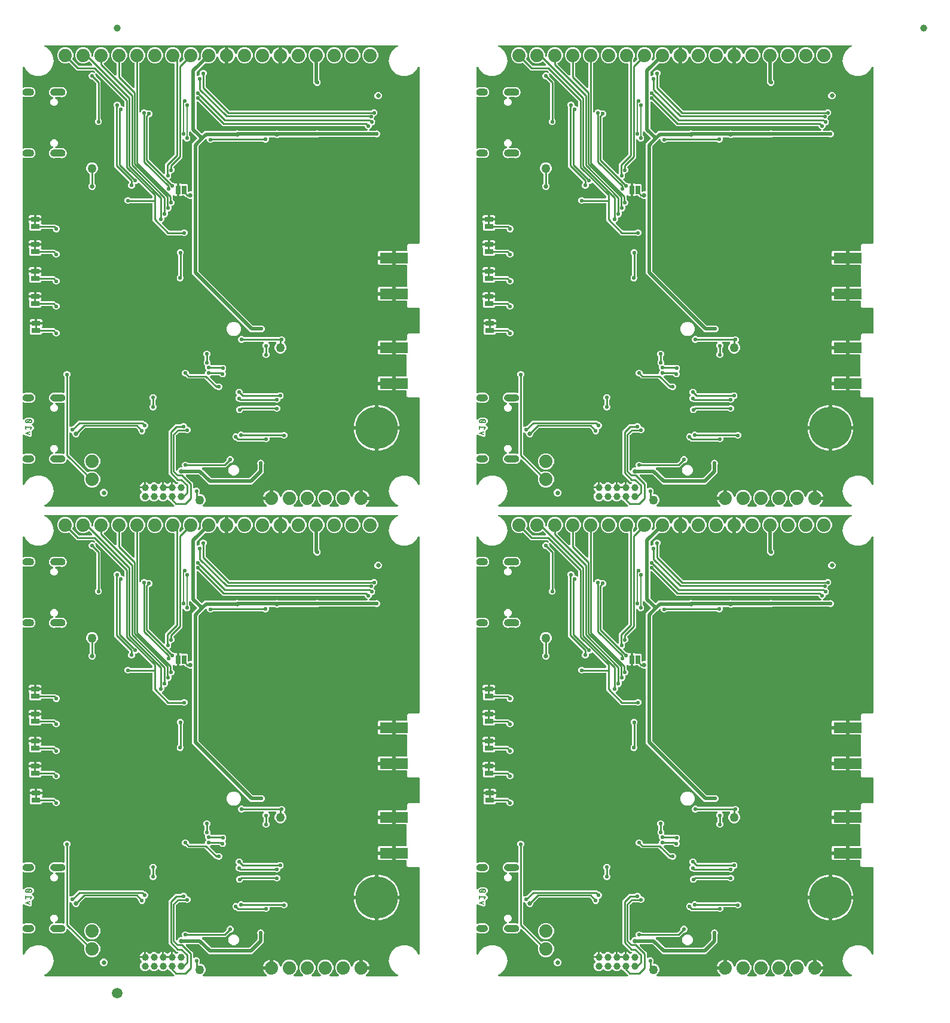
<source format=gbl>
G04 EAGLE Gerber RS-274X export*
G75*
%MOMM*%
%FSLAX34Y34*%
%LPD*%
%INBottom Copper*%
%IPPOS*%
%AMOC8*
5,1,8,0,0,1.08239X$1,22.5*%
G01*
%ADD10C,0.152400*%
%ADD11C,0.654000*%
%ADD12C,0.635000*%
%ADD13C,1.879600*%
%ADD14C,6.000000*%
%ADD15R,1.270000X0.660400*%
%ADD16C,1.270000*%
%ADD17R,4.000000X1.500000*%
%ADD18R,0.635000X1.270000*%
%ADD19C,1.000000*%
%ADD20C,1.500000*%
%ADD21C,0.558800*%
%ADD22C,0.508000*%
%ADD23C,0.254000*%
%ADD24C,0.203200*%

G36*
X216938Y3320D02*
X216938Y3320D01*
X217077Y3333D01*
X217096Y3340D01*
X217116Y3343D01*
X217245Y3394D01*
X217376Y3441D01*
X217393Y3452D01*
X217411Y3460D01*
X217524Y3541D01*
X217639Y3619D01*
X217652Y3635D01*
X217669Y3646D01*
X217758Y3754D01*
X217850Y3858D01*
X217859Y3876D01*
X217872Y3891D01*
X217931Y4017D01*
X217994Y4141D01*
X217999Y4161D01*
X218007Y4179D01*
X218033Y4316D01*
X218064Y4451D01*
X218063Y4472D01*
X218067Y4491D01*
X218058Y4630D01*
X218054Y4769D01*
X218048Y4789D01*
X218047Y4809D01*
X218004Y4941D01*
X217966Y5075D01*
X217955Y5092D01*
X217949Y5111D01*
X217875Y5229D01*
X217804Y5349D01*
X217786Y5370D01*
X217779Y5380D01*
X217764Y5394D01*
X217698Y5469D01*
X216544Y6623D01*
X216544Y6624D01*
X212025Y11142D01*
X212018Y11148D01*
X212012Y11155D01*
X211892Y11245D01*
X211774Y11337D01*
X211765Y11341D01*
X211758Y11347D01*
X211613Y11417D01*
X210646Y11818D01*
X209178Y13287D01*
X209083Y13360D01*
X208994Y13438D01*
X208958Y13457D01*
X208926Y13482D01*
X208817Y13529D01*
X208711Y13583D01*
X208672Y13592D01*
X208634Y13608D01*
X208517Y13627D01*
X208401Y13653D01*
X208360Y13652D01*
X208320Y13658D01*
X208202Y13647D01*
X208083Y13643D01*
X208044Y13632D01*
X208004Y13628D01*
X207891Y13588D01*
X207777Y13555D01*
X207743Y13534D01*
X207704Y13520D01*
X207606Y13454D01*
X207503Y13393D01*
X207458Y13353D01*
X207441Y13342D01*
X207428Y13327D01*
X207383Y13287D01*
X205914Y11818D01*
X203329Y10747D01*
X200531Y10747D01*
X197946Y11818D01*
X196477Y13287D01*
X196383Y13360D01*
X196294Y13438D01*
X196258Y13457D01*
X196226Y13482D01*
X196117Y13529D01*
X196011Y13583D01*
X195972Y13592D01*
X195934Y13608D01*
X195817Y13627D01*
X195701Y13653D01*
X195660Y13652D01*
X195620Y13658D01*
X195502Y13647D01*
X195383Y13643D01*
X195344Y13632D01*
X195304Y13628D01*
X195192Y13588D01*
X195077Y13555D01*
X195042Y13534D01*
X195004Y13520D01*
X194906Y13454D01*
X194803Y13393D01*
X194758Y13353D01*
X194741Y13342D01*
X194728Y13327D01*
X194682Y13287D01*
X193214Y11818D01*
X190629Y10747D01*
X187831Y10747D01*
X185246Y11818D01*
X183777Y13287D01*
X183683Y13360D01*
X183594Y13438D01*
X183558Y13457D01*
X183526Y13482D01*
X183417Y13529D01*
X183311Y13583D01*
X183272Y13592D01*
X183234Y13608D01*
X183117Y13627D01*
X183001Y13653D01*
X182960Y13652D01*
X182920Y13658D01*
X182802Y13647D01*
X182683Y13643D01*
X182644Y13632D01*
X182604Y13628D01*
X182492Y13588D01*
X182377Y13555D01*
X182342Y13534D01*
X182304Y13520D01*
X182206Y13454D01*
X182103Y13393D01*
X182058Y13353D01*
X182041Y13342D01*
X182028Y13327D01*
X181982Y13287D01*
X180514Y11818D01*
X177929Y10747D01*
X175131Y10747D01*
X172546Y11818D01*
X170568Y13796D01*
X169497Y16381D01*
X169497Y19179D01*
X170568Y21764D01*
X171678Y22873D01*
X171750Y22967D01*
X171829Y23057D01*
X171848Y23093D01*
X171872Y23125D01*
X171920Y23234D01*
X171974Y23340D01*
X171983Y23379D01*
X171999Y23416D01*
X172017Y23534D01*
X172044Y23650D01*
X172042Y23690D01*
X172049Y23730D01*
X172037Y23849D01*
X172034Y23968D01*
X172023Y24007D01*
X172019Y24047D01*
X171979Y24159D01*
X171945Y24273D01*
X171925Y24308D01*
X171911Y24346D01*
X171844Y24445D01*
X171784Y24547D01*
X171744Y24593D01*
X171733Y24610D01*
X171717Y24623D01*
X171678Y24668D01*
X170673Y25673D01*
X169847Y26908D01*
X169279Y28280D01*
X169094Y29211D01*
X176530Y29211D01*
X176648Y29226D01*
X176767Y29233D01*
X176805Y29245D01*
X176845Y29250D01*
X176956Y29294D01*
X177069Y29331D01*
X177103Y29353D01*
X177141Y29367D01*
X177237Y29437D01*
X177338Y29501D01*
X177366Y29531D01*
X177398Y29554D01*
X177399Y29555D01*
X177475Y29646D01*
X177538Y29714D01*
X177556Y29733D01*
X177576Y29769D01*
X177602Y29800D01*
X177652Y29907D01*
X177710Y30012D01*
X177720Y30051D01*
X177737Y30087D01*
X177759Y30204D01*
X177789Y30320D01*
X177793Y30380D01*
X177797Y30400D01*
X177796Y30420D01*
X177799Y30480D01*
X177799Y37916D01*
X178730Y37731D01*
X180102Y37163D01*
X181337Y36337D01*
X182342Y35332D01*
X182436Y35259D01*
X182525Y35181D01*
X182561Y35162D01*
X182593Y35138D01*
X182702Y35090D01*
X182808Y35036D01*
X182848Y35027D01*
X182885Y35011D01*
X183003Y34993D01*
X183119Y34966D01*
X183159Y34968D01*
X183199Y34961D01*
X183318Y34973D01*
X183436Y34976D01*
X183475Y34987D01*
X183516Y34991D01*
X183628Y35031D01*
X183742Y35065D01*
X183777Y35085D01*
X183815Y35099D01*
X183913Y35166D01*
X184016Y35226D01*
X184061Y35266D01*
X184078Y35277D01*
X184091Y35293D01*
X184137Y35332D01*
X185246Y36442D01*
X187831Y37513D01*
X190629Y37513D01*
X193214Y36442D01*
X194323Y35332D01*
X194417Y35260D01*
X194507Y35181D01*
X194543Y35162D01*
X194575Y35138D01*
X194684Y35090D01*
X194790Y35036D01*
X194829Y35027D01*
X194866Y35011D01*
X194984Y34993D01*
X195100Y34966D01*
X195140Y34968D01*
X195180Y34961D01*
X195299Y34973D01*
X195418Y34976D01*
X195457Y34987D01*
X195497Y34991D01*
X195609Y35031D01*
X195723Y35065D01*
X195758Y35085D01*
X195796Y35099D01*
X195895Y35166D01*
X195997Y35226D01*
X196043Y35266D01*
X196060Y35277D01*
X196073Y35293D01*
X196118Y35332D01*
X197123Y36337D01*
X198358Y37163D01*
X199730Y37731D01*
X200661Y37916D01*
X200661Y30480D01*
X200676Y30362D01*
X200683Y30243D01*
X200695Y30205D01*
X200700Y30165D01*
X200744Y30054D01*
X200781Y29941D01*
X200803Y29907D01*
X200817Y29869D01*
X200887Y29773D01*
X200951Y29672D01*
X200952Y29672D01*
X200981Y29644D01*
X201004Y29612D01*
X201005Y29611D01*
X201097Y29535D01*
X201183Y29454D01*
X201219Y29434D01*
X201250Y29408D01*
X201357Y29358D01*
X201462Y29300D01*
X201501Y29290D01*
X201537Y29273D01*
X201654Y29251D01*
X201770Y29221D01*
X201830Y29217D01*
X201850Y29213D01*
X201870Y29214D01*
X201930Y29211D01*
X214630Y29211D01*
X214748Y29226D01*
X214867Y29233D01*
X214905Y29245D01*
X214945Y29250D01*
X215056Y29294D01*
X215169Y29331D01*
X215203Y29353D01*
X215241Y29367D01*
X215337Y29437D01*
X215438Y29501D01*
X215466Y29531D01*
X215498Y29554D01*
X215499Y29555D01*
X215575Y29646D01*
X215638Y29714D01*
X215656Y29733D01*
X215676Y29769D01*
X215702Y29800D01*
X215752Y29907D01*
X215810Y30012D01*
X215820Y30051D01*
X215837Y30087D01*
X215859Y30204D01*
X215889Y30320D01*
X215893Y30380D01*
X215897Y30400D01*
X215896Y30420D01*
X215899Y30480D01*
X215899Y37916D01*
X216830Y37731D01*
X218202Y37163D01*
X219437Y36337D01*
X220442Y35333D01*
X220536Y35260D01*
X220625Y35181D01*
X220661Y35162D01*
X220693Y35138D01*
X220802Y35090D01*
X220908Y35036D01*
X220948Y35027D01*
X220985Y35011D01*
X221102Y34993D01*
X221219Y34966D01*
X221259Y34968D01*
X221299Y34961D01*
X221418Y34973D01*
X221536Y34976D01*
X221575Y34987D01*
X221616Y34991D01*
X221728Y35031D01*
X221842Y35065D01*
X221877Y35085D01*
X221915Y35099D01*
X222013Y35166D01*
X222116Y35226D01*
X222161Y35266D01*
X222178Y35277D01*
X222191Y35293D01*
X222237Y35332D01*
X222837Y35932D01*
X222922Y36042D01*
X223011Y36149D01*
X223019Y36168D01*
X223032Y36184D01*
X223087Y36312D01*
X223146Y36437D01*
X223150Y36457D01*
X223158Y36476D01*
X223180Y36614D01*
X223206Y36750D01*
X223205Y36770D01*
X223208Y36790D01*
X223195Y36929D01*
X223186Y37067D01*
X223180Y37086D01*
X223178Y37106D01*
X223131Y37237D01*
X223088Y37369D01*
X223077Y37387D01*
X223070Y37406D01*
X222993Y37520D01*
X222918Y37638D01*
X222903Y37652D01*
X222892Y37669D01*
X222788Y37761D01*
X222686Y37856D01*
X222669Y37866D01*
X222653Y37879D01*
X222530Y37942D01*
X222408Y38010D01*
X222388Y38015D01*
X222370Y38024D01*
X222234Y38054D01*
X222100Y38089D01*
X222072Y38091D01*
X222060Y38094D01*
X222039Y38093D01*
X221939Y38099D01*
X221644Y38099D01*
X210057Y49686D01*
X210057Y110588D01*
X219612Y120143D01*
X227091Y120143D01*
X227189Y120155D01*
X227288Y120158D01*
X227346Y120175D01*
X227406Y120183D01*
X227499Y120219D01*
X227594Y120247D01*
X227646Y120277D01*
X227702Y120300D01*
X227782Y120358D01*
X227868Y120408D01*
X227943Y120474D01*
X227960Y120486D01*
X227967Y120496D01*
X227988Y120514D01*
X228406Y120932D01*
X230180Y121667D01*
X232100Y121667D01*
X233874Y120932D01*
X235232Y119574D01*
X235977Y117776D01*
X235982Y117738D01*
X235989Y117619D01*
X236002Y117581D01*
X236007Y117540D01*
X236051Y117429D01*
X236087Y117317D01*
X236109Y117282D01*
X236124Y117245D01*
X236193Y117149D01*
X236257Y117048D01*
X236287Y117020D01*
X236310Y116987D01*
X236402Y116911D01*
X236489Y116830D01*
X236524Y116810D01*
X236555Y116785D01*
X236663Y116734D01*
X236767Y116676D01*
X236807Y116666D01*
X236843Y116649D01*
X236960Y116627D01*
X237075Y116597D01*
X237135Y116593D01*
X237155Y116589D01*
X237172Y116590D01*
X238954Y115852D01*
X240312Y114494D01*
X241047Y112720D01*
X241047Y110800D01*
X240312Y109026D01*
X238954Y107668D01*
X237180Y106933D01*
X235260Y106933D01*
X233486Y107668D01*
X233068Y108086D01*
X232990Y108146D01*
X232918Y108214D01*
X232865Y108243D01*
X232817Y108280D01*
X232726Y108320D01*
X232640Y108368D01*
X232581Y108383D01*
X232525Y108407D01*
X232427Y108422D01*
X232332Y108447D01*
X232232Y108453D01*
X232211Y108457D01*
X232199Y108455D01*
X232171Y108457D01*
X225160Y108457D01*
X225062Y108445D01*
X224963Y108442D01*
X224904Y108425D01*
X224844Y108417D01*
X224752Y108381D01*
X224657Y108353D01*
X224605Y108323D01*
X224549Y108300D01*
X224469Y108242D01*
X224383Y108192D01*
X224308Y108126D01*
X224291Y108114D01*
X224283Y108104D01*
X224262Y108086D01*
X220590Y104414D01*
X220530Y104335D01*
X220462Y104263D01*
X220433Y104210D01*
X220396Y104162D01*
X220356Y104071D01*
X220308Y103985D01*
X220293Y103926D01*
X220269Y103871D01*
X220254Y103773D01*
X220229Y103677D01*
X220223Y103577D01*
X220219Y103556D01*
X220221Y103544D01*
X220219Y103516D01*
X220219Y55548D01*
X220227Y55479D01*
X220226Y55409D01*
X220247Y55322D01*
X220259Y55233D01*
X220284Y55168D01*
X220301Y55100D01*
X220343Y55020D01*
X220376Y54937D01*
X220417Y54880D01*
X220449Y54819D01*
X220510Y54752D01*
X220562Y54679D01*
X220616Y54635D01*
X220663Y54583D01*
X220738Y54534D01*
X220807Y54477D01*
X220871Y54447D01*
X220929Y54409D01*
X221014Y54379D01*
X221095Y54341D01*
X221164Y54328D01*
X221230Y54305D01*
X221319Y54298D01*
X221407Y54281D01*
X221477Y54286D01*
X221547Y54280D01*
X221635Y54296D01*
X221725Y54301D01*
X221791Y54323D01*
X221860Y54335D01*
X221942Y54371D01*
X222027Y54399D01*
X222086Y54436D01*
X222150Y54465D01*
X222220Y54521D01*
X222296Y54569D01*
X222344Y54620D01*
X222398Y54664D01*
X222453Y54736D01*
X222514Y54801D01*
X222548Y54862D01*
X222590Y54918D01*
X222661Y55062D01*
X223169Y56290D01*
X224634Y57755D01*
X226548Y58548D01*
X227976Y58548D01*
X228025Y58554D01*
X228075Y58552D01*
X228183Y58574D01*
X228292Y58588D01*
X228338Y58606D01*
X228386Y58616D01*
X228485Y58664D01*
X228587Y58705D01*
X228627Y58734D01*
X228672Y58756D01*
X228756Y58827D01*
X228845Y58891D01*
X228876Y58930D01*
X228914Y58962D01*
X228977Y59052D01*
X229047Y59136D01*
X229069Y59181D01*
X229097Y59222D01*
X229136Y59325D01*
X229183Y59424D01*
X229192Y59473D01*
X229210Y59519D01*
X229222Y59629D01*
X229243Y59736D01*
X229240Y59786D01*
X229245Y59835D01*
X229230Y59944D01*
X229223Y60054D01*
X229208Y60101D01*
X229201Y60150D01*
X229149Y60303D01*
X228853Y61016D01*
X228853Y62936D01*
X229588Y64710D01*
X230946Y66068D01*
X232720Y66803D01*
X234640Y66803D01*
X236414Y66068D01*
X236832Y65650D01*
X236910Y65590D01*
X236982Y65522D01*
X237035Y65493D01*
X237083Y65456D01*
X237174Y65416D01*
X237260Y65368D01*
X237319Y65353D01*
X237375Y65329D01*
X237473Y65314D01*
X237568Y65289D01*
X237668Y65283D01*
X237689Y65279D01*
X237701Y65281D01*
X237729Y65279D01*
X287412Y65279D01*
X287510Y65291D01*
X287609Y65294D01*
X287668Y65311D01*
X287728Y65319D01*
X287820Y65355D01*
X287915Y65383D01*
X287967Y65413D01*
X288023Y65436D01*
X288103Y65494D01*
X288189Y65544D01*
X288264Y65610D01*
X288281Y65622D01*
X288289Y65632D01*
X288310Y65650D01*
X291982Y69322D01*
X292042Y69401D01*
X292110Y69473D01*
X292139Y69526D01*
X292176Y69574D01*
X292216Y69665D01*
X292264Y69751D01*
X292279Y69810D01*
X292303Y69865D01*
X292318Y69963D01*
X292343Y70059D01*
X292349Y70159D01*
X292353Y70180D01*
X292351Y70192D01*
X292353Y70220D01*
X292353Y70810D01*
X293088Y72584D01*
X294446Y73942D01*
X296220Y74677D01*
X298140Y74677D01*
X299914Y73942D01*
X301272Y72584D01*
X302007Y70810D01*
X302007Y68890D01*
X301272Y67116D01*
X299914Y65758D01*
X298140Y65023D01*
X297550Y65023D01*
X297452Y65011D01*
X297353Y65008D01*
X297294Y64991D01*
X297234Y64983D01*
X297142Y64947D01*
X297047Y64919D01*
X296995Y64889D01*
X296939Y64866D01*
X296859Y64808D01*
X296773Y64758D01*
X296698Y64692D01*
X296681Y64680D01*
X296673Y64670D01*
X296652Y64652D01*
X290674Y58673D01*
X258452Y58673D01*
X258314Y58656D01*
X258175Y58643D01*
X258156Y58636D01*
X258136Y58633D01*
X258007Y58582D01*
X257876Y58535D01*
X257859Y58524D01*
X257841Y58516D01*
X257728Y58435D01*
X257613Y58357D01*
X257600Y58341D01*
X257583Y58330D01*
X257494Y58222D01*
X257403Y58118D01*
X257393Y58100D01*
X257380Y58085D01*
X257321Y57959D01*
X257258Y57835D01*
X257253Y57815D01*
X257245Y57797D01*
X257219Y57660D01*
X257188Y57525D01*
X257189Y57504D01*
X257185Y57485D01*
X257194Y57346D01*
X257198Y57207D01*
X257204Y57187D01*
X257205Y57167D01*
X257248Y57035D01*
X257286Y56901D01*
X257297Y56884D01*
X257303Y56865D01*
X257377Y56747D01*
X257448Y56627D01*
X257466Y56606D01*
X257473Y56596D01*
X257488Y56582D01*
X257554Y56507D01*
X259198Y54862D01*
X269746Y44314D01*
X269825Y44254D01*
X269897Y44186D01*
X269950Y44157D01*
X269998Y44120D01*
X270089Y44080D01*
X270175Y44032D01*
X270234Y44017D01*
X270289Y43993D01*
X270387Y43978D01*
X270483Y43953D01*
X270583Y43947D01*
X270604Y43943D01*
X270616Y43945D01*
X270644Y43943D01*
X323970Y43943D01*
X324068Y43955D01*
X324167Y43958D01*
X324226Y43975D01*
X324286Y43983D01*
X324378Y44019D01*
X324473Y44047D01*
X324525Y44077D01*
X324581Y44100D01*
X324661Y44158D01*
X324747Y44208D01*
X324822Y44274D01*
X324839Y44286D01*
X324847Y44296D01*
X324868Y44314D01*
X335416Y54862D01*
X335476Y54941D01*
X335544Y55013D01*
X335573Y55066D01*
X335610Y55114D01*
X335650Y55205D01*
X335698Y55291D01*
X335713Y55350D01*
X335737Y55405D01*
X335752Y55503D01*
X335777Y55599D01*
X335783Y55699D01*
X335787Y55720D01*
X335785Y55732D01*
X335787Y55760D01*
X335787Y62944D01*
X335786Y62953D01*
X335787Y62963D01*
X335766Y63110D01*
X335763Y63135D01*
X335759Y63194D01*
X335753Y63213D01*
X335747Y63260D01*
X335744Y63268D01*
X335743Y63278D01*
X335691Y63430D01*
X335533Y63810D01*
X335533Y65730D01*
X335691Y66110D01*
X335693Y66119D01*
X335698Y66127D01*
X335735Y66272D01*
X335775Y66417D01*
X335775Y66426D01*
X335777Y66435D01*
X335787Y66596D01*
X335787Y66664D01*
X335836Y66712D01*
X335841Y66720D01*
X335849Y66726D01*
X335938Y66845D01*
X336030Y66964D01*
X336034Y66972D01*
X336040Y66980D01*
X336111Y67124D01*
X336268Y67504D01*
X337626Y68862D01*
X338006Y69019D01*
X338014Y69024D01*
X338023Y69026D01*
X338153Y69103D01*
X338282Y69177D01*
X338289Y69183D01*
X338297Y69188D01*
X338418Y69294D01*
X338466Y69343D01*
X338534Y69343D01*
X338543Y69344D01*
X338553Y69343D01*
X338701Y69364D01*
X338850Y69383D01*
X338858Y69386D01*
X338868Y69387D01*
X339020Y69439D01*
X339400Y69597D01*
X341320Y69597D01*
X341700Y69439D01*
X341709Y69437D01*
X341717Y69432D01*
X341862Y69395D01*
X342007Y69355D01*
X342016Y69355D01*
X342025Y69353D01*
X342186Y69343D01*
X342254Y69343D01*
X342302Y69294D01*
X342310Y69289D01*
X342316Y69281D01*
X342435Y69192D01*
X342554Y69100D01*
X342562Y69096D01*
X342570Y69090D01*
X342714Y69019D01*
X343094Y68862D01*
X344452Y67504D01*
X344609Y67124D01*
X344614Y67116D01*
X344616Y67107D01*
X344693Y66977D01*
X344767Y66848D01*
X344773Y66841D01*
X344778Y66833D01*
X344884Y66712D01*
X344933Y66664D01*
X344933Y66596D01*
X344934Y66587D01*
X344933Y66577D01*
X344954Y66427D01*
X344973Y66280D01*
X344976Y66272D01*
X344977Y66262D01*
X345029Y66110D01*
X345187Y65730D01*
X345187Y63810D01*
X345029Y63430D01*
X345027Y63421D01*
X345022Y63413D01*
X345013Y63377D01*
X345001Y63350D01*
X344984Y63265D01*
X344945Y63123D01*
X344945Y63114D01*
X344943Y63105D01*
X344933Y62944D01*
X344933Y51446D01*
X328284Y34797D01*
X266330Y34797D01*
X252732Y48396D01*
X252653Y48456D01*
X252581Y48524D01*
X252528Y48553D01*
X252480Y48590D01*
X252389Y48630D01*
X252303Y48678D01*
X252244Y48693D01*
X252189Y48717D01*
X252091Y48732D01*
X251995Y48757D01*
X251895Y48763D01*
X251874Y48767D01*
X251862Y48765D01*
X251834Y48767D01*
X235447Y48767D01*
X235309Y48750D01*
X235170Y48737D01*
X235151Y48730D01*
X235131Y48727D01*
X235002Y48676D01*
X234871Y48629D01*
X234854Y48618D01*
X234836Y48610D01*
X234723Y48529D01*
X234608Y48451D01*
X234595Y48435D01*
X234578Y48424D01*
X234490Y48316D01*
X234397Y48212D01*
X234388Y48194D01*
X234375Y48179D01*
X234316Y48053D01*
X234253Y47929D01*
X234248Y47909D01*
X234240Y47891D01*
X234214Y47755D01*
X234183Y47619D01*
X234184Y47598D01*
X234180Y47579D01*
X234189Y47440D01*
X234193Y47301D01*
X234199Y47281D01*
X234200Y47261D01*
X234243Y47129D01*
X234281Y46995D01*
X234292Y46978D01*
X234298Y46959D01*
X234372Y46841D01*
X234443Y46721D01*
X234461Y46700D01*
X234468Y46690D01*
X234483Y46676D01*
X234549Y46601D01*
X242296Y38853D01*
X244603Y36547D01*
X244603Y30465D01*
X244620Y30327D01*
X244633Y30188D01*
X244640Y30170D01*
X244643Y30149D01*
X244694Y30020D01*
X244741Y29889D01*
X244752Y29872D01*
X244760Y29854D01*
X244841Y29741D01*
X244920Y29626D01*
X244935Y29613D01*
X244946Y29596D01*
X245054Y29507D01*
X245158Y29416D01*
X245176Y29407D01*
X245191Y29394D01*
X245317Y29334D01*
X245441Y29271D01*
X245461Y29267D01*
X245479Y29258D01*
X245615Y29232D01*
X245752Y29201D01*
X245772Y29202D01*
X245791Y29198D01*
X245930Y29207D01*
X246069Y29211D01*
X246089Y29217D01*
X246109Y29218D01*
X246241Y29261D01*
X246375Y29300D01*
X246392Y29310D01*
X246411Y29316D01*
X246529Y29390D01*
X246649Y29461D01*
X246670Y29480D01*
X246680Y29486D01*
X248468Y30227D01*
X250388Y30227D01*
X252162Y29492D01*
X253520Y28134D01*
X254255Y26360D01*
X254255Y24440D01*
X253591Y22838D01*
X253578Y22790D01*
X253557Y22745D01*
X253536Y22637D01*
X253507Y22531D01*
X253506Y22481D01*
X253497Y22432D01*
X253504Y22323D01*
X253502Y22213D01*
X253514Y22165D01*
X253517Y22115D01*
X253551Y22011D01*
X253576Y21904D01*
X253599Y21860D01*
X253615Y21813D01*
X253674Y21720D01*
X253725Y21623D01*
X253758Y21586D01*
X253785Y21544D01*
X253865Y21469D01*
X253939Y21387D01*
X253980Y21360D01*
X254017Y21326D01*
X254113Y21273D01*
X254205Y21213D01*
X254252Y21196D01*
X254295Y21172D01*
X254401Y21145D01*
X254505Y21109D01*
X254555Y21105D01*
X254603Y21093D01*
X254764Y21083D01*
X255667Y21083D01*
X258748Y19807D01*
X261107Y17448D01*
X262383Y14367D01*
X262383Y11033D01*
X261107Y7952D01*
X258624Y5469D01*
X258539Y5360D01*
X258451Y5253D01*
X258442Y5234D01*
X258429Y5218D01*
X258374Y5090D01*
X258315Y4965D01*
X258311Y4945D01*
X258303Y4926D01*
X258281Y4788D01*
X258255Y4652D01*
X258256Y4632D01*
X258253Y4612D01*
X258266Y4473D01*
X258275Y4335D01*
X258281Y4316D01*
X258283Y4296D01*
X258330Y4164D01*
X258373Y4033D01*
X258384Y4015D01*
X258391Y3996D01*
X258469Y3881D01*
X258543Y3764D01*
X258558Y3750D01*
X258569Y3733D01*
X258674Y3641D01*
X258775Y3546D01*
X258792Y3536D01*
X258808Y3523D01*
X258932Y3459D01*
X259053Y3392D01*
X259073Y3387D01*
X259091Y3378D01*
X259227Y3348D01*
X259361Y3313D01*
X259389Y3311D01*
X259401Y3308D01*
X259422Y3309D01*
X259522Y3303D01*
X347813Y3303D01*
X347892Y3313D01*
X347971Y3313D01*
X348049Y3333D01*
X348128Y3343D01*
X348202Y3372D01*
X348279Y3392D01*
X348349Y3430D01*
X348424Y3460D01*
X348488Y3506D01*
X348558Y3545D01*
X348616Y3599D01*
X348681Y3646D01*
X348732Y3708D01*
X348790Y3762D01*
X348833Y3830D01*
X348884Y3891D01*
X348918Y3963D01*
X348961Y4031D01*
X348985Y4107D01*
X349019Y4179D01*
X349034Y4257D01*
X349059Y4333D01*
X349064Y4413D01*
X349079Y4491D01*
X349074Y4571D01*
X349079Y4650D01*
X349064Y4729D01*
X349059Y4809D01*
X349035Y4885D01*
X349020Y4963D01*
X348986Y5035D01*
X348961Y5111D01*
X348919Y5179D01*
X348885Y5251D01*
X348834Y5312D01*
X348791Y5380D01*
X348733Y5435D01*
X348683Y5496D01*
X348561Y5597D01*
X348560Y5598D01*
X348559Y5598D01*
X348559Y5599D01*
X347823Y6134D01*
X346494Y7462D01*
X345389Y8983D01*
X344536Y10657D01*
X343955Y12444D01*
X343915Y12701D01*
X354330Y12701D01*
X354448Y12716D01*
X354567Y12723D01*
X354605Y12736D01*
X354645Y12741D01*
X354756Y12784D01*
X354869Y12821D01*
X354903Y12843D01*
X354941Y12858D01*
X355037Y12928D01*
X355138Y12991D01*
X355166Y13021D01*
X355198Y13044D01*
X355274Y13136D01*
X355356Y13223D01*
X355375Y13258D01*
X355401Y13289D01*
X355452Y13397D01*
X355509Y13501D01*
X355520Y13541D01*
X355537Y13577D01*
X355559Y13694D01*
X355589Y13809D01*
X355593Y13870D01*
X355597Y13890D01*
X355595Y13910D01*
X355599Y13970D01*
X355599Y15241D01*
X356870Y15241D01*
X356988Y15256D01*
X357107Y15263D01*
X357145Y15276D01*
X357185Y15281D01*
X357296Y15325D01*
X357409Y15361D01*
X357444Y15383D01*
X357481Y15398D01*
X357577Y15468D01*
X357678Y15531D01*
X357706Y15561D01*
X357739Y15585D01*
X357814Y15676D01*
X357896Y15763D01*
X357916Y15798D01*
X357941Y15830D01*
X357992Y15937D01*
X358050Y16042D01*
X358060Y16081D01*
X358077Y16117D01*
X358099Y16234D01*
X358129Y16349D01*
X358133Y16410D01*
X358137Y16430D01*
X358135Y16450D01*
X358139Y16510D01*
X358139Y26925D01*
X358396Y26885D01*
X360183Y26304D01*
X361857Y25451D01*
X363378Y24346D01*
X364706Y23018D01*
X365811Y21497D01*
X366664Y19823D01*
X367254Y18006D01*
X367279Y17920D01*
X367310Y17794D01*
X367324Y17767D01*
X367332Y17738D01*
X367398Y17627D01*
X367458Y17513D01*
X367479Y17490D01*
X367494Y17464D01*
X367585Y17373D01*
X367672Y17277D01*
X367697Y17261D01*
X367719Y17240D01*
X367830Y17174D01*
X367938Y17103D01*
X367967Y17093D01*
X367992Y17077D01*
X368116Y17041D01*
X368239Y16999D01*
X368269Y16997D01*
X368298Y16989D01*
X368427Y16984D01*
X368556Y16974D01*
X368586Y16979D01*
X368616Y16978D01*
X368742Y17006D01*
X368869Y17029D01*
X368897Y17041D01*
X368926Y17047D01*
X369041Y17106D01*
X369159Y17159D01*
X369183Y17178D01*
X369210Y17192D01*
X369306Y17277D01*
X369408Y17358D01*
X369426Y17382D01*
X369448Y17402D01*
X369521Y17508D01*
X369599Y17612D01*
X369618Y17650D01*
X369627Y17664D01*
X369635Y17685D01*
X369670Y17756D01*
X371309Y21715D01*
X374525Y24931D01*
X378726Y26671D01*
X383274Y26671D01*
X387475Y24931D01*
X390691Y21715D01*
X392431Y17514D01*
X392431Y12966D01*
X390691Y8765D01*
X387395Y5469D01*
X387310Y5360D01*
X387221Y5253D01*
X387212Y5234D01*
X387200Y5218D01*
X387145Y5090D01*
X387086Y4965D01*
X387082Y4945D01*
X387074Y4926D01*
X387052Y4788D01*
X387026Y4652D01*
X387027Y4632D01*
X387024Y4612D01*
X387037Y4473D01*
X387046Y4335D01*
X387052Y4316D01*
X387054Y4296D01*
X387101Y4164D01*
X387144Y4033D01*
X387154Y4015D01*
X387161Y3996D01*
X387239Y3881D01*
X387314Y3764D01*
X387328Y3750D01*
X387340Y3733D01*
X387444Y3641D01*
X387545Y3546D01*
X387563Y3536D01*
X387578Y3523D01*
X387702Y3459D01*
X387824Y3392D01*
X387843Y3387D01*
X387861Y3378D01*
X387997Y3348D01*
X388132Y3313D01*
X388160Y3311D01*
X388172Y3308D01*
X388192Y3309D01*
X388292Y3303D01*
X399108Y3303D01*
X399245Y3320D01*
X399384Y3333D01*
X399403Y3340D01*
X399423Y3343D01*
X399552Y3394D01*
X399683Y3441D01*
X399700Y3452D01*
X399719Y3460D01*
X399831Y3541D01*
X399946Y3619D01*
X399960Y3635D01*
X399976Y3646D01*
X400065Y3754D01*
X400157Y3858D01*
X400166Y3876D01*
X400179Y3891D01*
X400238Y4017D01*
X400301Y4141D01*
X400306Y4161D01*
X400314Y4179D01*
X400341Y4315D01*
X400371Y4451D01*
X400370Y4472D01*
X400374Y4491D01*
X400366Y4630D01*
X400361Y4769D01*
X400356Y4789D01*
X400354Y4809D01*
X400312Y4941D01*
X400273Y5075D01*
X400263Y5092D01*
X400256Y5111D01*
X400182Y5229D01*
X400111Y5349D01*
X400093Y5370D01*
X400086Y5380D01*
X400071Y5394D01*
X400005Y5469D01*
X396709Y8765D01*
X394969Y12966D01*
X394969Y17514D01*
X396709Y21715D01*
X399925Y24931D01*
X404126Y26671D01*
X408674Y26671D01*
X412875Y24931D01*
X416091Y21715D01*
X417831Y17514D01*
X417831Y12966D01*
X416091Y8765D01*
X412795Y5469D01*
X412710Y5360D01*
X412621Y5253D01*
X412612Y5234D01*
X412600Y5218D01*
X412545Y5090D01*
X412486Y4965D01*
X412482Y4945D01*
X412474Y4926D01*
X412452Y4788D01*
X412426Y4652D01*
X412427Y4632D01*
X412424Y4612D01*
X412437Y4473D01*
X412446Y4335D01*
X412452Y4316D01*
X412454Y4296D01*
X412501Y4164D01*
X412544Y4033D01*
X412554Y4015D01*
X412561Y3996D01*
X412639Y3881D01*
X412714Y3764D01*
X412728Y3750D01*
X412740Y3733D01*
X412844Y3641D01*
X412945Y3546D01*
X412963Y3536D01*
X412978Y3523D01*
X413102Y3459D01*
X413224Y3392D01*
X413243Y3387D01*
X413261Y3378D01*
X413397Y3348D01*
X413532Y3313D01*
X413560Y3311D01*
X413572Y3308D01*
X413592Y3309D01*
X413692Y3303D01*
X424508Y3303D01*
X424645Y3320D01*
X424784Y3333D01*
X424803Y3340D01*
X424823Y3343D01*
X424952Y3394D01*
X425083Y3441D01*
X425100Y3452D01*
X425119Y3460D01*
X425231Y3541D01*
X425346Y3619D01*
X425360Y3635D01*
X425376Y3646D01*
X425465Y3754D01*
X425557Y3858D01*
X425566Y3876D01*
X425579Y3891D01*
X425638Y4017D01*
X425701Y4141D01*
X425706Y4161D01*
X425714Y4179D01*
X425741Y4315D01*
X425771Y4451D01*
X425770Y4472D01*
X425774Y4491D01*
X425766Y4630D01*
X425761Y4769D01*
X425756Y4789D01*
X425754Y4809D01*
X425712Y4941D01*
X425673Y5075D01*
X425663Y5092D01*
X425656Y5111D01*
X425582Y5229D01*
X425511Y5349D01*
X425493Y5370D01*
X425486Y5380D01*
X425471Y5394D01*
X425405Y5469D01*
X422109Y8765D01*
X420369Y12966D01*
X420369Y17514D01*
X422109Y21715D01*
X425325Y24931D01*
X429526Y26671D01*
X434074Y26671D01*
X438275Y24931D01*
X441491Y21715D01*
X443231Y17514D01*
X443231Y12966D01*
X441491Y8765D01*
X438195Y5469D01*
X438110Y5360D01*
X438021Y5253D01*
X438012Y5234D01*
X438000Y5218D01*
X437945Y5090D01*
X437886Y4965D01*
X437882Y4945D01*
X437874Y4926D01*
X437852Y4788D01*
X437826Y4652D01*
X437827Y4632D01*
X437824Y4612D01*
X437837Y4473D01*
X437846Y4335D01*
X437852Y4316D01*
X437854Y4296D01*
X437901Y4164D01*
X437944Y4033D01*
X437954Y4015D01*
X437961Y3996D01*
X438039Y3881D01*
X438114Y3764D01*
X438128Y3750D01*
X438140Y3733D01*
X438244Y3641D01*
X438345Y3546D01*
X438363Y3536D01*
X438378Y3523D01*
X438502Y3459D01*
X438624Y3392D01*
X438643Y3387D01*
X438661Y3378D01*
X438797Y3348D01*
X438932Y3313D01*
X438960Y3311D01*
X438972Y3308D01*
X438992Y3309D01*
X439092Y3303D01*
X449908Y3303D01*
X450045Y3320D01*
X450184Y3333D01*
X450203Y3340D01*
X450223Y3343D01*
X450352Y3394D01*
X450483Y3441D01*
X450500Y3452D01*
X450519Y3460D01*
X450631Y3541D01*
X450746Y3619D01*
X450760Y3635D01*
X450776Y3646D01*
X450865Y3754D01*
X450957Y3858D01*
X450966Y3876D01*
X450979Y3891D01*
X451038Y4017D01*
X451101Y4141D01*
X451106Y4161D01*
X451114Y4179D01*
X451141Y4315D01*
X451171Y4451D01*
X451170Y4472D01*
X451174Y4491D01*
X451166Y4630D01*
X451161Y4769D01*
X451156Y4789D01*
X451154Y4809D01*
X451112Y4941D01*
X451073Y5075D01*
X451063Y5092D01*
X451056Y5111D01*
X450982Y5229D01*
X450911Y5349D01*
X450893Y5370D01*
X450886Y5380D01*
X450871Y5394D01*
X450805Y5469D01*
X447509Y8765D01*
X445769Y12966D01*
X445769Y17514D01*
X447509Y21715D01*
X450725Y24931D01*
X454926Y26671D01*
X459474Y26671D01*
X463675Y24931D01*
X466891Y21715D01*
X468530Y17756D01*
X468594Y17644D01*
X468653Y17529D01*
X468673Y17506D01*
X468688Y17480D01*
X468778Y17387D01*
X468863Y17290D01*
X468888Y17273D01*
X468909Y17252D01*
X469020Y17184D01*
X469126Y17111D01*
X469155Y17101D01*
X469180Y17085D01*
X469304Y17047D01*
X469425Y17004D01*
X469455Y17001D01*
X469484Y16992D01*
X469613Y16986D01*
X469742Y16973D01*
X469772Y16978D01*
X469802Y16977D01*
X469928Y17003D01*
X470056Y17023D01*
X470084Y17035D01*
X470113Y17041D01*
X470230Y17098D01*
X470348Y17149D01*
X470372Y17167D01*
X470399Y17181D01*
X470497Y17264D01*
X470600Y17344D01*
X470618Y17367D01*
X470641Y17387D01*
X470715Y17493D01*
X470795Y17595D01*
X470807Y17622D01*
X470824Y17647D01*
X470870Y17768D01*
X470921Y17887D01*
X470931Y17928D01*
X470937Y17944D01*
X470939Y17966D01*
X470954Y18031D01*
X471536Y19823D01*
X472389Y21497D01*
X473494Y23018D01*
X474822Y24346D01*
X476343Y25451D01*
X478017Y26304D01*
X479804Y26885D01*
X480061Y26925D01*
X480061Y16510D01*
X480076Y16392D01*
X480083Y16273D01*
X480096Y16235D01*
X480101Y16195D01*
X480144Y16084D01*
X480181Y15971D01*
X480203Y15937D01*
X480218Y15899D01*
X480288Y15803D01*
X480351Y15702D01*
X480381Y15674D01*
X480404Y15642D01*
X480496Y15566D01*
X480583Y15484D01*
X480618Y15465D01*
X480649Y15439D01*
X480757Y15388D01*
X480861Y15331D01*
X480901Y15320D01*
X480937Y15303D01*
X481054Y15281D01*
X481169Y15251D01*
X481230Y15247D01*
X481250Y15243D01*
X481270Y15245D01*
X481330Y15241D01*
X482601Y15241D01*
X482601Y13970D01*
X482616Y13852D01*
X482623Y13733D01*
X482636Y13695D01*
X482641Y13654D01*
X482685Y13544D01*
X482721Y13431D01*
X482743Y13396D01*
X482758Y13359D01*
X482828Y13263D01*
X482891Y13162D01*
X482921Y13134D01*
X482945Y13101D01*
X483036Y13026D01*
X483123Y12944D01*
X483158Y12924D01*
X483190Y12899D01*
X483297Y12848D01*
X483402Y12790D01*
X483441Y12780D01*
X483477Y12763D01*
X483594Y12741D01*
X483709Y12711D01*
X483770Y12707D01*
X483790Y12703D01*
X483810Y12705D01*
X483870Y12701D01*
X494285Y12701D01*
X494245Y12444D01*
X493664Y10657D01*
X492811Y8983D01*
X491706Y7462D01*
X490378Y6134D01*
X489641Y5599D01*
X489583Y5544D01*
X489519Y5498D01*
X489468Y5436D01*
X489410Y5381D01*
X489367Y5314D01*
X489316Y5253D01*
X489282Y5180D01*
X489239Y5113D01*
X489214Y5037D01*
X489181Y4965D01*
X489166Y4886D01*
X489141Y4810D01*
X489136Y4731D01*
X489121Y4652D01*
X489126Y4573D01*
X489121Y4493D01*
X489136Y4415D01*
X489141Y4335D01*
X489165Y4259D01*
X489180Y4180D01*
X489214Y4108D01*
X489239Y4033D01*
X489281Y3965D01*
X489315Y3893D01*
X489366Y3831D01*
X489409Y3764D01*
X489467Y3709D01*
X489518Y3647D01*
X489582Y3601D01*
X489640Y3546D01*
X489710Y3507D01*
X489775Y3460D01*
X489849Y3431D01*
X489919Y3392D01*
X489996Y3372D01*
X490071Y3343D01*
X490150Y3333D01*
X490227Y3313D01*
X490385Y3303D01*
X490386Y3303D01*
X490387Y3303D01*
X533946Y3303D01*
X534043Y3315D01*
X534140Y3318D01*
X534200Y3335D01*
X534262Y3343D01*
X534352Y3378D01*
X534446Y3405D01*
X534500Y3437D01*
X534558Y3460D01*
X534636Y3517D01*
X534720Y3566D01*
X534765Y3610D01*
X534815Y3646D01*
X534877Y3722D01*
X534946Y3790D01*
X534978Y3843D01*
X535018Y3891D01*
X535059Y3979D01*
X535109Y4063D01*
X535127Y4123D01*
X535153Y4179D01*
X535172Y4275D01*
X535199Y4368D01*
X535201Y4430D01*
X535213Y4491D01*
X535207Y4589D01*
X535211Y4686D01*
X535197Y4747D01*
X535193Y4809D01*
X535163Y4902D01*
X535143Y4997D01*
X535115Y5052D01*
X535095Y5111D01*
X535043Y5194D01*
X534999Y5281D01*
X534959Y5327D01*
X534925Y5380D01*
X534854Y5447D01*
X534790Y5520D01*
X534739Y5555D01*
X534694Y5598D01*
X534608Y5645D01*
X534528Y5700D01*
X534432Y5742D01*
X534415Y5752D01*
X534404Y5754D01*
X534381Y5765D01*
X532598Y6413D01*
X526765Y11308D01*
X522958Y17902D01*
X521636Y25400D01*
X522958Y32898D01*
X526765Y39492D01*
X532598Y44387D01*
X539753Y46991D01*
X547367Y46991D01*
X554522Y44387D01*
X560355Y39492D01*
X563234Y34506D01*
X563322Y34389D01*
X563409Y34271D01*
X563418Y34263D01*
X563426Y34253D01*
X563540Y34162D01*
X563654Y34068D01*
X563665Y34063D01*
X563675Y34055D01*
X563809Y33995D01*
X563942Y33933D01*
X563954Y33931D01*
X563965Y33926D01*
X564111Y33901D01*
X564254Y33874D01*
X564267Y33875D01*
X564279Y33872D01*
X564426Y33885D01*
X564572Y33894D01*
X564583Y33898D01*
X564596Y33899D01*
X564735Y33947D01*
X564874Y33993D01*
X564884Y33999D01*
X564896Y34003D01*
X565019Y34085D01*
X565142Y34163D01*
X565151Y34172D01*
X565161Y34179D01*
X565260Y34288D01*
X565360Y34395D01*
X565366Y34406D01*
X565374Y34415D01*
X565442Y34545D01*
X565513Y34674D01*
X565516Y34686D01*
X565522Y34697D01*
X565556Y34840D01*
X565592Y34982D01*
X565593Y34999D01*
X565595Y35007D01*
X565595Y35023D01*
X565602Y35143D01*
X565410Y156720D01*
X565395Y156837D01*
X565388Y156955D01*
X565375Y156994D01*
X565370Y157035D01*
X565327Y157145D01*
X565290Y157257D01*
X565268Y157293D01*
X565253Y157331D01*
X565183Y157426D01*
X565120Y157526D01*
X565090Y157555D01*
X565065Y157588D01*
X564974Y157663D01*
X564888Y157744D01*
X564852Y157764D01*
X564820Y157790D01*
X564713Y157841D01*
X564610Y157898D01*
X564570Y157908D01*
X564532Y157926D01*
X564416Y157948D01*
X564302Y157977D01*
X564240Y157981D01*
X564220Y157985D01*
X564200Y157984D01*
X564141Y157987D01*
X552304Y157987D01*
X552260Y157982D01*
X550418Y157987D01*
X550417Y157987D01*
X550415Y157987D01*
X549044Y157987D01*
X548086Y158951D01*
X548085Y158952D01*
X548083Y158954D01*
X547111Y159926D01*
X547115Y161289D01*
X547115Y161290D01*
X547115Y161293D01*
X547115Y163099D01*
X547117Y163126D01*
X547120Y163146D01*
X547119Y163158D01*
X547121Y163186D01*
X547131Y166486D01*
X547116Y166606D01*
X547109Y166727D01*
X547097Y166764D01*
X547092Y166802D01*
X547048Y166914D01*
X547011Y167029D01*
X546990Y167062D01*
X546976Y167098D01*
X546905Y167196D01*
X546840Y167298D01*
X546812Y167325D01*
X546790Y167356D01*
X546697Y167433D01*
X546609Y167516D01*
X546575Y167535D01*
X546546Y167559D01*
X546436Y167611D01*
X546330Y167670D01*
X546293Y167679D01*
X546258Y167696D01*
X546140Y167719D01*
X546022Y167749D01*
X545966Y167753D01*
X545946Y167756D01*
X545925Y167755D01*
X545862Y167759D01*
X531621Y167759D01*
X531621Y176530D01*
X531606Y176648D01*
X531599Y176767D01*
X531586Y176805D01*
X531581Y176845D01*
X531537Y176956D01*
X531501Y177069D01*
X531479Y177104D01*
X531464Y177141D01*
X531394Y177237D01*
X531331Y177338D01*
X531301Y177366D01*
X531277Y177398D01*
X531186Y177474D01*
X531099Y177556D01*
X531064Y177575D01*
X531032Y177601D01*
X530925Y177652D01*
X530821Y177709D01*
X530781Y177720D01*
X530745Y177737D01*
X530628Y177759D01*
X530513Y177789D01*
X530452Y177793D01*
X530432Y177797D01*
X530412Y177795D01*
X530352Y177799D01*
X529081Y177799D01*
X529081Y177801D01*
X530352Y177801D01*
X530470Y177816D01*
X530589Y177823D01*
X530627Y177836D01*
X530667Y177841D01*
X530778Y177885D01*
X530891Y177921D01*
X530926Y177943D01*
X530963Y177958D01*
X531059Y178028D01*
X531160Y178091D01*
X531188Y178121D01*
X531220Y178145D01*
X531296Y178236D01*
X531378Y178323D01*
X531397Y178358D01*
X531423Y178390D01*
X531474Y178497D01*
X531531Y178601D01*
X531542Y178641D01*
X531559Y178677D01*
X531581Y178794D01*
X531611Y178909D01*
X531615Y178970D01*
X531619Y178990D01*
X531617Y179010D01*
X531621Y179070D01*
X531621Y187841D01*
X545930Y187841D01*
X546046Y187855D01*
X546163Y187862D01*
X546204Y187875D01*
X546246Y187881D01*
X546354Y187924D01*
X546466Y187959D01*
X546502Y187982D01*
X546541Y187998D01*
X546636Y188066D01*
X546735Y188129D01*
X546764Y188160D01*
X546799Y188184D01*
X546873Y188275D01*
X546954Y188360D01*
X546974Y188397D01*
X547001Y188429D01*
X547051Y188535D01*
X547108Y188638D01*
X547119Y188679D01*
X547137Y188717D01*
X547159Y188832D01*
X547189Y188946D01*
X547193Y189009D01*
X547197Y189029D01*
X547196Y189049D01*
X547199Y189106D01*
X547284Y217286D01*
X547270Y217406D01*
X547262Y217527D01*
X547250Y217564D01*
X547246Y217602D01*
X547201Y217714D01*
X547164Y217829D01*
X547144Y217862D01*
X547129Y217898D01*
X547059Y217996D01*
X546994Y218098D01*
X546966Y218125D01*
X546943Y218156D01*
X546850Y218233D01*
X546762Y218316D01*
X546729Y218335D01*
X546699Y218359D01*
X546590Y218411D01*
X546484Y218470D01*
X546447Y218479D01*
X546412Y218496D01*
X546293Y218519D01*
X546176Y218549D01*
X546119Y218553D01*
X546100Y218556D01*
X546079Y218555D01*
X546015Y218559D01*
X531621Y218559D01*
X531621Y227330D01*
X531606Y227448D01*
X531599Y227567D01*
X531586Y227605D01*
X531581Y227645D01*
X531537Y227756D01*
X531501Y227869D01*
X531479Y227904D01*
X531464Y227941D01*
X531394Y228037D01*
X531331Y228138D01*
X531301Y228166D01*
X531277Y228198D01*
X531186Y228274D01*
X531099Y228356D01*
X531064Y228375D01*
X531032Y228401D01*
X530925Y228452D01*
X530821Y228509D01*
X530781Y228520D01*
X530745Y228537D01*
X530628Y228559D01*
X530513Y228589D01*
X530452Y228593D01*
X530432Y228597D01*
X530412Y228595D01*
X530352Y228599D01*
X529081Y228599D01*
X529081Y228601D01*
X530352Y228601D01*
X530470Y228616D01*
X530589Y228623D01*
X530627Y228636D01*
X530667Y228641D01*
X530778Y228685D01*
X530891Y228721D01*
X530926Y228743D01*
X530963Y228758D01*
X531059Y228828D01*
X531160Y228891D01*
X531188Y228921D01*
X531220Y228945D01*
X531296Y229036D01*
X531378Y229123D01*
X531397Y229158D01*
X531423Y229190D01*
X531474Y229297D01*
X531531Y229401D01*
X531542Y229441D01*
X531559Y229477D01*
X531581Y229594D01*
X531611Y229709D01*
X531615Y229770D01*
X531619Y229790D01*
X531617Y229810D01*
X531621Y229870D01*
X531621Y238641D01*
X546084Y238641D01*
X546200Y238655D01*
X546317Y238662D01*
X546357Y238675D01*
X546399Y238681D01*
X546508Y238724D01*
X546620Y238759D01*
X546655Y238782D01*
X546695Y238798D01*
X546789Y238866D01*
X546889Y238929D01*
X546918Y238960D01*
X546952Y238984D01*
X547027Y239075D01*
X547107Y239160D01*
X547128Y239197D01*
X547155Y239229D01*
X547205Y239335D01*
X547262Y239438D01*
X547272Y239479D01*
X547290Y239517D01*
X547312Y239632D01*
X547342Y239746D01*
X547346Y239809D01*
X547350Y239829D01*
X547349Y239849D01*
X547353Y239906D01*
X547369Y245365D01*
X547369Y245366D01*
X547369Y245368D01*
X547369Y246738D01*
X548333Y247696D01*
X548334Y247697D01*
X548336Y247699D01*
X549308Y248671D01*
X550672Y248667D01*
X550673Y248667D01*
X550676Y248667D01*
X564388Y248667D01*
X564506Y248682D01*
X564625Y248689D01*
X564663Y248702D01*
X564704Y248707D01*
X564814Y248750D01*
X564927Y248787D01*
X564962Y248809D01*
X564999Y248824D01*
X565095Y248893D01*
X565196Y248957D01*
X565224Y248987D01*
X565257Y249010D01*
X565333Y249102D01*
X565414Y249189D01*
X565434Y249224D01*
X565459Y249255D01*
X565510Y249363D01*
X565568Y249467D01*
X565578Y249507D01*
X565595Y249543D01*
X565617Y249660D01*
X565647Y249775D01*
X565651Y249835D01*
X565655Y249855D01*
X565653Y249876D01*
X565657Y249936D01*
X565657Y283464D01*
X565642Y283582D01*
X565635Y283701D01*
X565622Y283739D01*
X565617Y283780D01*
X565574Y283890D01*
X565537Y284003D01*
X565515Y284038D01*
X565500Y284075D01*
X565431Y284171D01*
X565367Y284272D01*
X565337Y284300D01*
X565314Y284333D01*
X565222Y284409D01*
X565135Y284490D01*
X565100Y284510D01*
X565069Y284535D01*
X564961Y284586D01*
X564857Y284644D01*
X564817Y284654D01*
X564781Y284671D01*
X564664Y284693D01*
X564549Y284723D01*
X564489Y284727D01*
X564469Y284731D01*
X564448Y284729D01*
X564388Y284733D01*
X549812Y284733D01*
X547877Y286668D01*
X547877Y293490D01*
X547862Y293608D01*
X547855Y293727D01*
X547842Y293765D01*
X547837Y293806D01*
X547794Y293916D01*
X547757Y294029D01*
X547735Y294064D01*
X547720Y294101D01*
X547651Y294197D01*
X547587Y294298D01*
X547557Y294326D01*
X547534Y294359D01*
X547442Y294435D01*
X547355Y294516D01*
X547320Y294536D01*
X547289Y294561D01*
X547181Y294612D01*
X547077Y294670D01*
X547037Y294680D01*
X547001Y294697D01*
X546884Y294719D01*
X546769Y294749D01*
X546709Y294753D01*
X546689Y294757D01*
X546668Y294755D01*
X546608Y294759D01*
X531621Y294759D01*
X531621Y303530D01*
X531606Y303648D01*
X531599Y303767D01*
X531586Y303805D01*
X531581Y303845D01*
X531537Y303956D01*
X531501Y304069D01*
X531479Y304104D01*
X531464Y304141D01*
X531394Y304237D01*
X531331Y304338D01*
X531301Y304366D01*
X531277Y304398D01*
X531186Y304474D01*
X531099Y304556D01*
X531064Y304575D01*
X531032Y304601D01*
X530925Y304652D01*
X530821Y304709D01*
X530781Y304720D01*
X530745Y304737D01*
X530628Y304759D01*
X530513Y304789D01*
X530452Y304793D01*
X530432Y304797D01*
X530412Y304795D01*
X530352Y304799D01*
X529081Y304799D01*
X529081Y304801D01*
X530352Y304801D01*
X530470Y304816D01*
X530589Y304823D01*
X530627Y304836D01*
X530667Y304841D01*
X530778Y304885D01*
X530891Y304921D01*
X530926Y304943D01*
X530963Y304958D01*
X531059Y305028D01*
X531160Y305091D01*
X531188Y305121D01*
X531220Y305145D01*
X531296Y305236D01*
X531378Y305323D01*
X531397Y305358D01*
X531423Y305390D01*
X531474Y305497D01*
X531531Y305601D01*
X531542Y305641D01*
X531559Y305677D01*
X531581Y305794D01*
X531611Y305909D01*
X531615Y305970D01*
X531619Y305990D01*
X531617Y306010D01*
X531621Y306070D01*
X531621Y314841D01*
X546608Y314841D01*
X546726Y314856D01*
X546845Y314863D01*
X546883Y314876D01*
X546924Y314881D01*
X547034Y314924D01*
X547147Y314961D01*
X547182Y314983D01*
X547219Y314998D01*
X547315Y315067D01*
X547416Y315131D01*
X547444Y315161D01*
X547477Y315184D01*
X547553Y315276D01*
X547634Y315363D01*
X547654Y315398D01*
X547679Y315429D01*
X547730Y315537D01*
X547788Y315641D01*
X547798Y315681D01*
X547815Y315717D01*
X547837Y315834D01*
X547867Y315949D01*
X547871Y316009D01*
X547875Y316029D01*
X547873Y316050D01*
X547877Y316110D01*
X547877Y344290D01*
X547862Y344408D01*
X547855Y344527D01*
X547842Y344565D01*
X547837Y344606D01*
X547794Y344716D01*
X547757Y344829D01*
X547735Y344864D01*
X547720Y344901D01*
X547651Y344997D01*
X547587Y345098D01*
X547557Y345126D01*
X547534Y345159D01*
X547442Y345235D01*
X547355Y345316D01*
X547320Y345336D01*
X547289Y345361D01*
X547181Y345412D01*
X547077Y345470D01*
X547037Y345480D01*
X547001Y345497D01*
X546884Y345519D01*
X546769Y345549D01*
X546709Y345553D01*
X546689Y345557D01*
X546668Y345555D01*
X546608Y345559D01*
X531621Y345559D01*
X531621Y354330D01*
X531606Y354448D01*
X531599Y354567D01*
X531586Y354605D01*
X531581Y354645D01*
X531537Y354756D01*
X531501Y354869D01*
X531479Y354904D01*
X531464Y354941D01*
X531394Y355037D01*
X531331Y355138D01*
X531301Y355166D01*
X531277Y355198D01*
X531186Y355274D01*
X531099Y355356D01*
X531064Y355375D01*
X531032Y355401D01*
X530925Y355452D01*
X530821Y355509D01*
X530781Y355520D01*
X530745Y355537D01*
X530628Y355559D01*
X530513Y355589D01*
X530452Y355593D01*
X530432Y355597D01*
X530412Y355595D01*
X530352Y355599D01*
X529081Y355599D01*
X529081Y355601D01*
X530352Y355601D01*
X530470Y355616D01*
X530589Y355623D01*
X530627Y355636D01*
X530667Y355641D01*
X530778Y355685D01*
X530891Y355721D01*
X530926Y355743D01*
X530963Y355758D01*
X531059Y355828D01*
X531160Y355891D01*
X531188Y355921D01*
X531220Y355945D01*
X531296Y356036D01*
X531378Y356123D01*
X531397Y356158D01*
X531423Y356190D01*
X531474Y356297D01*
X531531Y356401D01*
X531542Y356441D01*
X531559Y356477D01*
X531581Y356594D01*
X531611Y356709D01*
X531615Y356770D01*
X531619Y356790D01*
X531617Y356810D01*
X531621Y356870D01*
X531621Y365641D01*
X546608Y365641D01*
X546726Y365656D01*
X546845Y365663D01*
X546883Y365676D01*
X546924Y365681D01*
X547034Y365724D01*
X547147Y365761D01*
X547182Y365783D01*
X547219Y365798D01*
X547315Y365867D01*
X547416Y365931D01*
X547444Y365961D01*
X547477Y365984D01*
X547553Y366076D01*
X547634Y366163D01*
X547654Y366198D01*
X547679Y366229D01*
X547730Y366337D01*
X547788Y366441D01*
X547798Y366481D01*
X547815Y366517D01*
X547837Y366634D01*
X547867Y366749D01*
X547871Y366809D01*
X547875Y366829D01*
X547873Y366850D01*
X547877Y366910D01*
X547877Y373986D01*
X549812Y375921D01*
X564388Y375921D01*
X564506Y375936D01*
X564625Y375943D01*
X564663Y375956D01*
X564704Y375961D01*
X564814Y376004D01*
X564927Y376041D01*
X564962Y376063D01*
X564999Y376078D01*
X565095Y376147D01*
X565196Y376211D01*
X565224Y376241D01*
X565257Y376264D01*
X565333Y376356D01*
X565414Y376443D01*
X565434Y376478D01*
X565459Y376509D01*
X565510Y376617D01*
X565568Y376721D01*
X565578Y376761D01*
X565595Y376797D01*
X565617Y376914D01*
X565647Y377029D01*
X565651Y377089D01*
X565655Y377109D01*
X565653Y377130D01*
X565657Y377190D01*
X565657Y625355D01*
X565639Y625500D01*
X565624Y625645D01*
X565619Y625657D01*
X565617Y625671D01*
X565564Y625806D01*
X565513Y625943D01*
X565505Y625954D01*
X565500Y625966D01*
X565415Y626084D01*
X565332Y626204D01*
X565321Y626213D01*
X565314Y626224D01*
X565202Y626317D01*
X565091Y626412D01*
X565079Y626418D01*
X565069Y626427D01*
X564937Y626488D01*
X564806Y626554D01*
X564793Y626556D01*
X564781Y626562D01*
X564639Y626589D01*
X564495Y626620D01*
X564482Y626619D01*
X564469Y626622D01*
X564324Y626613D01*
X564178Y626607D01*
X564165Y626603D01*
X564151Y626602D01*
X564013Y626557D01*
X563873Y626515D01*
X563861Y626508D01*
X563849Y626504D01*
X563726Y626426D01*
X563601Y626351D01*
X563591Y626341D01*
X563580Y626334D01*
X563480Y626228D01*
X563378Y626124D01*
X563368Y626109D01*
X563362Y626102D01*
X563354Y626087D01*
X563289Y625990D01*
X560355Y620908D01*
X554522Y616013D01*
X547367Y613409D01*
X539753Y613409D01*
X532598Y616013D01*
X526765Y620908D01*
X522958Y627502D01*
X521636Y635000D01*
X522958Y642498D01*
X526765Y649092D01*
X532598Y653987D01*
X534381Y654635D01*
X534467Y654680D01*
X534558Y654716D01*
X534608Y654752D01*
X534663Y654781D01*
X534736Y654845D01*
X534815Y654902D01*
X534855Y654950D01*
X534901Y654992D01*
X534956Y655072D01*
X535018Y655147D01*
X535044Y655204D01*
X535079Y655255D01*
X535112Y655347D01*
X535153Y655435D01*
X535165Y655496D01*
X535186Y655555D01*
X535195Y655652D01*
X535213Y655748D01*
X535209Y655810D01*
X535215Y655872D01*
X535199Y655968D01*
X535193Y656065D01*
X535174Y656124D01*
X535164Y656186D01*
X535125Y656275D01*
X535095Y656367D01*
X535062Y656420D01*
X535037Y656477D01*
X534977Y656554D01*
X534925Y656636D01*
X534880Y656679D01*
X534842Y656728D01*
X534765Y656787D01*
X534694Y656854D01*
X534639Y656884D01*
X534590Y656922D01*
X534500Y656961D01*
X534415Y657008D01*
X534355Y657023D01*
X534298Y657048D01*
X534201Y657063D01*
X534107Y657087D01*
X534003Y657094D01*
X533983Y657097D01*
X533972Y657096D01*
X533946Y657097D01*
X35014Y657097D01*
X34917Y657085D01*
X34820Y657082D01*
X34760Y657065D01*
X34698Y657057D01*
X34608Y657022D01*
X34514Y656995D01*
X34460Y656963D01*
X34402Y656940D01*
X34324Y656883D01*
X34240Y656834D01*
X34195Y656790D01*
X34145Y656754D01*
X34083Y656678D01*
X34014Y656610D01*
X33982Y656557D01*
X33942Y656509D01*
X33901Y656421D01*
X33851Y656337D01*
X33833Y656277D01*
X33807Y656221D01*
X33788Y656125D01*
X33761Y656032D01*
X33759Y655970D01*
X33747Y655909D01*
X33753Y655811D01*
X33749Y655714D01*
X33763Y655653D01*
X33767Y655591D01*
X33797Y655498D01*
X33817Y655403D01*
X33845Y655348D01*
X33865Y655289D01*
X33917Y655206D01*
X33961Y655119D01*
X34001Y655073D01*
X34035Y655020D01*
X34106Y654953D01*
X34170Y654880D01*
X34221Y654845D01*
X34266Y654802D01*
X34352Y654755D01*
X34432Y654700D01*
X34528Y654658D01*
X34545Y654648D01*
X34556Y654646D01*
X34579Y654635D01*
X36362Y653987D01*
X42195Y649092D01*
X46002Y642498D01*
X47324Y635000D01*
X46002Y627502D01*
X42195Y620908D01*
X36362Y616013D01*
X29207Y613409D01*
X21593Y613409D01*
X14438Y616013D01*
X8605Y620908D01*
X5671Y625990D01*
X5583Y626106D01*
X5498Y626224D01*
X5487Y626232D01*
X5479Y626243D01*
X5365Y626334D01*
X5253Y626427D01*
X5240Y626432D01*
X5230Y626441D01*
X5096Y626500D01*
X4965Y626562D01*
X4952Y626565D01*
X4939Y626570D01*
X4795Y626595D01*
X4652Y626622D01*
X4639Y626621D01*
X4626Y626623D01*
X4480Y626611D01*
X4335Y626602D01*
X4322Y626598D01*
X4309Y626597D01*
X4171Y626549D01*
X4033Y626504D01*
X4021Y626497D01*
X4008Y626493D01*
X3887Y626412D01*
X3764Y626334D01*
X3755Y626324D01*
X3743Y626317D01*
X3646Y626209D01*
X3546Y626102D01*
X3539Y626091D01*
X3530Y626081D01*
X3463Y625952D01*
X3392Y625824D01*
X3389Y625811D01*
X3383Y625799D01*
X3349Y625657D01*
X3313Y625516D01*
X3312Y625498D01*
X3310Y625489D01*
X3310Y625472D01*
X3303Y625355D01*
X3303Y598068D01*
X3305Y598054D01*
X3303Y598039D01*
X3324Y597896D01*
X3343Y597752D01*
X3348Y597739D01*
X3350Y597725D01*
X3407Y597590D01*
X3460Y597456D01*
X3468Y597445D01*
X3473Y597432D01*
X3562Y597316D01*
X3646Y597199D01*
X3657Y597190D01*
X3666Y597179D01*
X3780Y597089D01*
X3891Y596996D01*
X3904Y596990D01*
X3915Y596981D01*
X4048Y596922D01*
X4179Y596861D01*
X4193Y596858D01*
X4206Y596852D01*
X4349Y596828D01*
X4491Y596801D01*
X4506Y596802D01*
X4520Y596800D01*
X4664Y596812D01*
X4809Y596821D01*
X4822Y596825D01*
X4837Y596826D01*
X4992Y596870D01*
X5067Y596896D01*
X5122Y596924D01*
X5181Y596942D01*
X5322Y597019D01*
X5891Y597377D01*
X6559Y597452D01*
X6619Y597467D01*
X6681Y597472D01*
X6836Y597515D01*
X7276Y597669D01*
X7308Y597685D01*
X7326Y597690D01*
X7423Y597657D01*
X7468Y597654D01*
X7511Y597643D01*
X7672Y597633D01*
X8092Y597633D01*
X8105Y597634D01*
X8234Y597641D01*
X8980Y597725D01*
X8984Y597722D01*
X9111Y597690D01*
X9237Y597651D01*
X9265Y597650D01*
X9292Y597643D01*
X9453Y597633D01*
X13107Y597633D01*
X13135Y597636D01*
X13163Y597634D01*
X13292Y597656D01*
X13423Y597673D01*
X13449Y597683D01*
X13476Y597688D01*
X13564Y597727D01*
X14326Y597641D01*
X14340Y597641D01*
X14468Y597633D01*
X14888Y597633D01*
X14932Y597638D01*
X14978Y597636D01*
X15090Y597658D01*
X15203Y597673D01*
X15241Y597687D01*
X15284Y597669D01*
X15724Y597515D01*
X15785Y597502D01*
X15843Y597480D01*
X16001Y597452D01*
X16669Y597377D01*
X17238Y597019D01*
X17294Y596993D01*
X17346Y596959D01*
X17494Y596896D01*
X18128Y596674D01*
X18603Y596199D01*
X18652Y596161D01*
X18695Y596116D01*
X18825Y596022D01*
X19394Y595664D01*
X19752Y595095D01*
X19791Y595047D01*
X19822Y594994D01*
X19929Y594873D01*
X20404Y594398D01*
X20626Y593764D01*
X20654Y593708D01*
X20672Y593649D01*
X20749Y593508D01*
X21107Y592939D01*
X21182Y592271D01*
X21197Y592211D01*
X21202Y592149D01*
X21245Y591994D01*
X21467Y591360D01*
X21392Y590692D01*
X21393Y590630D01*
X21384Y590569D01*
X21392Y590408D01*
X21467Y589740D01*
X21245Y589106D01*
X21232Y589045D01*
X21210Y588987D01*
X21182Y588829D01*
X21107Y588161D01*
X20749Y587592D01*
X20723Y587536D01*
X20689Y587484D01*
X20626Y587336D01*
X20404Y586702D01*
X19929Y586227D01*
X19891Y586178D01*
X19846Y586135D01*
X19752Y586005D01*
X19394Y585436D01*
X18825Y585078D01*
X18777Y585039D01*
X18724Y585008D01*
X18603Y584901D01*
X18128Y584426D01*
X17494Y584204D01*
X17438Y584176D01*
X17379Y584158D01*
X17238Y584081D01*
X16669Y583723D01*
X16001Y583648D01*
X15941Y583633D01*
X15879Y583628D01*
X15724Y583585D01*
X15284Y583431D01*
X15252Y583415D01*
X15234Y583410D01*
X15137Y583443D01*
X15092Y583446D01*
X15049Y583457D01*
X14888Y583467D01*
X14468Y583467D01*
X14455Y583466D01*
X14326Y583459D01*
X13580Y583375D01*
X13576Y583378D01*
X13449Y583410D01*
X13323Y583449D01*
X13295Y583450D01*
X13268Y583457D01*
X13107Y583467D01*
X9453Y583467D01*
X9425Y583464D01*
X9397Y583466D01*
X9268Y583444D01*
X9137Y583427D01*
X9111Y583417D01*
X9084Y583412D01*
X8996Y583373D01*
X8234Y583459D01*
X8220Y583459D01*
X8092Y583467D01*
X7672Y583467D01*
X7628Y583462D01*
X7582Y583464D01*
X7470Y583442D01*
X7357Y583427D01*
X7319Y583413D01*
X7276Y583431D01*
X6836Y583585D01*
X6775Y583598D01*
X6717Y583620D01*
X6559Y583648D01*
X5891Y583723D01*
X5322Y584081D01*
X5266Y584107D01*
X5214Y584141D01*
X5066Y584204D01*
X4991Y584230D01*
X4977Y584233D01*
X4965Y584239D01*
X4822Y584266D01*
X4680Y584297D01*
X4666Y584296D01*
X4652Y584299D01*
X4507Y584290D01*
X4362Y584284D01*
X4349Y584280D01*
X4335Y584279D01*
X4197Y584235D01*
X4058Y584193D01*
X4046Y584185D01*
X4033Y584181D01*
X3910Y584103D01*
X3785Y584028D01*
X3776Y584019D01*
X3764Y584011D01*
X3664Y583905D01*
X3563Y583802D01*
X3556Y583790D01*
X3546Y583779D01*
X3476Y583652D01*
X3403Y583527D01*
X3399Y583513D01*
X3392Y583501D01*
X3356Y583360D01*
X3317Y583220D01*
X3316Y583207D01*
X3313Y583193D01*
X3303Y583032D01*
X3303Y511708D01*
X3304Y511694D01*
X3303Y511680D01*
X3324Y511536D01*
X3343Y511392D01*
X3348Y511379D01*
X3350Y511365D01*
X3406Y511231D01*
X3460Y511096D01*
X3468Y511085D01*
X3473Y511072D01*
X3561Y510957D01*
X3646Y510839D01*
X3657Y510830D01*
X3666Y510819D01*
X3780Y510729D01*
X3891Y510636D01*
X3904Y510630D01*
X3915Y510622D01*
X4048Y510563D01*
X4179Y510501D01*
X4193Y510498D01*
X4206Y510492D01*
X4349Y510468D01*
X4491Y510441D01*
X4505Y510442D01*
X4519Y510440D01*
X4664Y510452D01*
X4809Y510461D01*
X4822Y510465D01*
X4836Y510466D01*
X4991Y510510D01*
X5066Y510536D01*
X5122Y510564D01*
X5181Y510582D01*
X5322Y510659D01*
X5891Y511017D01*
X6559Y511092D01*
X6619Y511107D01*
X6681Y511112D01*
X6836Y511155D01*
X7276Y511309D01*
X7308Y511325D01*
X7326Y511330D01*
X7423Y511297D01*
X7468Y511294D01*
X7511Y511283D01*
X7672Y511273D01*
X8092Y511273D01*
X8105Y511274D01*
X8234Y511281D01*
X8980Y511365D01*
X8984Y511362D01*
X9111Y511330D01*
X9237Y511291D01*
X9265Y511290D01*
X9292Y511283D01*
X9453Y511273D01*
X13107Y511273D01*
X13135Y511276D01*
X13163Y511274D01*
X13292Y511296D01*
X13423Y511313D01*
X13449Y511323D01*
X13476Y511328D01*
X13564Y511367D01*
X14326Y511281D01*
X14340Y511281D01*
X14468Y511273D01*
X14888Y511273D01*
X14932Y511278D01*
X14978Y511276D01*
X15090Y511298D01*
X15203Y511313D01*
X15241Y511327D01*
X15284Y511309D01*
X15724Y511155D01*
X15785Y511142D01*
X15843Y511120D01*
X16001Y511092D01*
X16669Y511017D01*
X17238Y510659D01*
X17294Y510633D01*
X17346Y510599D01*
X17494Y510536D01*
X18128Y510314D01*
X18603Y509839D01*
X18652Y509801D01*
X18695Y509756D01*
X18825Y509662D01*
X19394Y509304D01*
X19752Y508735D01*
X19791Y508687D01*
X19822Y508634D01*
X19929Y508513D01*
X20404Y508038D01*
X20626Y507404D01*
X20654Y507348D01*
X20672Y507289D01*
X20749Y507148D01*
X21107Y506579D01*
X21182Y505911D01*
X21197Y505851D01*
X21202Y505789D01*
X21245Y505634D01*
X21467Y505000D01*
X21392Y504332D01*
X21393Y504270D01*
X21384Y504209D01*
X21392Y504048D01*
X21467Y503380D01*
X21245Y502746D01*
X21232Y502685D01*
X21210Y502627D01*
X21182Y502469D01*
X21107Y501801D01*
X20936Y501529D01*
X20749Y501232D01*
X20723Y501176D01*
X20689Y501124D01*
X20626Y500976D01*
X20404Y500342D01*
X19929Y499867D01*
X19891Y499818D01*
X19846Y499775D01*
X19752Y499645D01*
X19394Y499076D01*
X18825Y498718D01*
X18777Y498679D01*
X18724Y498648D01*
X18603Y498541D01*
X18128Y498066D01*
X17494Y497844D01*
X17438Y497816D01*
X17379Y497798D01*
X17238Y497721D01*
X16669Y497363D01*
X16001Y497288D01*
X15941Y497273D01*
X15879Y497268D01*
X15724Y497225D01*
X15284Y497071D01*
X15252Y497055D01*
X15234Y497050D01*
X15137Y497083D01*
X15092Y497086D01*
X15049Y497097D01*
X14888Y497107D01*
X14468Y497107D01*
X14455Y497106D01*
X14326Y497099D01*
X13580Y497015D01*
X13576Y497018D01*
X13449Y497050D01*
X13323Y497089D01*
X13295Y497090D01*
X13268Y497097D01*
X13107Y497107D01*
X9453Y497107D01*
X9425Y497104D01*
X9397Y497106D01*
X9268Y497084D01*
X9137Y497067D01*
X9111Y497057D01*
X9084Y497052D01*
X8996Y497013D01*
X8234Y497099D01*
X8220Y497099D01*
X8092Y497107D01*
X7672Y497107D01*
X7628Y497102D01*
X7582Y497104D01*
X7470Y497082D01*
X7357Y497067D01*
X7319Y497053D01*
X7276Y497071D01*
X6836Y497225D01*
X6775Y497238D01*
X6717Y497260D01*
X6559Y497288D01*
X5891Y497363D01*
X5322Y497721D01*
X5266Y497747D01*
X5215Y497781D01*
X5067Y497844D01*
X4992Y497870D01*
X4978Y497873D01*
X4965Y497879D01*
X4823Y497906D01*
X4681Y497937D01*
X4666Y497936D01*
X4652Y497939D01*
X4508Y497930D01*
X4363Y497924D01*
X4349Y497920D01*
X4335Y497919D01*
X4198Y497875D01*
X4058Y497833D01*
X4046Y497826D01*
X4033Y497821D01*
X3910Y497744D01*
X3786Y497669D01*
X3776Y497659D01*
X3764Y497651D01*
X3664Y497545D01*
X3563Y497442D01*
X3556Y497430D01*
X3546Y497419D01*
X3476Y497292D01*
X3403Y497167D01*
X3399Y497153D01*
X3392Y497141D01*
X3356Y497001D01*
X3317Y496861D01*
X3316Y496847D01*
X3313Y496833D01*
X3303Y496672D01*
X3303Y164998D01*
X3304Y164984D01*
X3303Y164970D01*
X3324Y164826D01*
X3343Y164682D01*
X3348Y164669D01*
X3350Y164655D01*
X3406Y164521D01*
X3460Y164386D01*
X3468Y164375D01*
X3473Y164362D01*
X3561Y164247D01*
X3646Y164129D01*
X3657Y164120D01*
X3666Y164109D01*
X3780Y164019D01*
X3891Y163926D01*
X3904Y163920D01*
X3915Y163912D01*
X4048Y163853D01*
X4179Y163791D01*
X4193Y163788D01*
X4206Y163782D01*
X4349Y163758D01*
X4491Y163731D01*
X4505Y163732D01*
X4519Y163730D01*
X4664Y163742D01*
X4809Y163751D01*
X4822Y163755D01*
X4836Y163756D01*
X4991Y163800D01*
X5066Y163826D01*
X5122Y163854D01*
X5181Y163872D01*
X5322Y163949D01*
X5891Y164307D01*
X6559Y164382D01*
X6619Y164397D01*
X6681Y164402D01*
X6836Y164445D01*
X7276Y164599D01*
X7308Y164615D01*
X7326Y164620D01*
X7423Y164587D01*
X7468Y164584D01*
X7511Y164573D01*
X7672Y164563D01*
X8092Y164563D01*
X8105Y164564D01*
X8234Y164571D01*
X8980Y164655D01*
X8984Y164652D01*
X9111Y164620D01*
X9237Y164581D01*
X9265Y164580D01*
X9292Y164573D01*
X9453Y164563D01*
X13107Y164563D01*
X13135Y164566D01*
X13163Y164564D01*
X13292Y164586D01*
X13423Y164603D01*
X13449Y164613D01*
X13476Y164618D01*
X13564Y164657D01*
X14326Y164571D01*
X14340Y164571D01*
X14468Y164563D01*
X14888Y164563D01*
X14932Y164568D01*
X14978Y164566D01*
X15090Y164588D01*
X15203Y164603D01*
X15241Y164617D01*
X15284Y164599D01*
X15724Y164445D01*
X15785Y164432D01*
X15843Y164410D01*
X16001Y164382D01*
X16669Y164307D01*
X17238Y163949D01*
X17294Y163923D01*
X17346Y163889D01*
X17494Y163826D01*
X18128Y163604D01*
X18603Y163129D01*
X18652Y163091D01*
X18695Y163046D01*
X18825Y162952D01*
X19394Y162594D01*
X19752Y162025D01*
X19791Y161977D01*
X19822Y161924D01*
X19929Y161803D01*
X20404Y161328D01*
X20626Y160694D01*
X20654Y160638D01*
X20672Y160579D01*
X20749Y160438D01*
X21107Y159869D01*
X21182Y159201D01*
X21197Y159141D01*
X21202Y159079D01*
X21245Y158924D01*
X21467Y158290D01*
X21392Y157622D01*
X21393Y157560D01*
X21384Y157499D01*
X21392Y157338D01*
X21467Y156670D01*
X21245Y156036D01*
X21241Y156017D01*
X21236Y156006D01*
X21228Y155964D01*
X21210Y155917D01*
X21182Y155759D01*
X21107Y155091D01*
X21065Y155024D01*
X21064Y155024D01*
X20749Y154522D01*
X20723Y154466D01*
X20689Y154414D01*
X20626Y154266D01*
X20404Y153632D01*
X19929Y153157D01*
X19891Y153108D01*
X19846Y153065D01*
X19752Y152935D01*
X19394Y152366D01*
X18825Y152008D01*
X18777Y151969D01*
X18724Y151937D01*
X18603Y151831D01*
X18128Y151356D01*
X17494Y151134D01*
X17438Y151106D01*
X17379Y151088D01*
X17238Y151011D01*
X16669Y150653D01*
X16001Y150578D01*
X15941Y150563D01*
X15879Y150558D01*
X15724Y150515D01*
X15284Y150361D01*
X15252Y150345D01*
X15234Y150340D01*
X15137Y150373D01*
X15092Y150376D01*
X15049Y150387D01*
X14888Y150397D01*
X14468Y150397D01*
X14455Y150396D01*
X14326Y150389D01*
X13580Y150305D01*
X13576Y150308D01*
X13449Y150340D01*
X13323Y150379D01*
X13295Y150380D01*
X13268Y150387D01*
X13107Y150397D01*
X9453Y150397D01*
X9425Y150394D01*
X9397Y150396D01*
X9268Y150374D01*
X9137Y150357D01*
X9111Y150347D01*
X9084Y150342D01*
X8996Y150303D01*
X8234Y150389D01*
X8220Y150389D01*
X8092Y150397D01*
X7672Y150397D01*
X7628Y150392D01*
X7582Y150394D01*
X7470Y150372D01*
X7357Y150357D01*
X7319Y150343D01*
X7276Y150361D01*
X6836Y150515D01*
X6775Y150528D01*
X6717Y150550D01*
X6559Y150578D01*
X5891Y150653D01*
X5322Y151011D01*
X5266Y151037D01*
X5215Y151071D01*
X5067Y151134D01*
X4992Y151160D01*
X4978Y151163D01*
X4965Y151169D01*
X4823Y151196D01*
X4681Y151227D01*
X4666Y151226D01*
X4652Y151229D01*
X4508Y151220D01*
X4363Y151214D01*
X4349Y151210D01*
X4335Y151209D01*
X4198Y151165D01*
X4058Y151123D01*
X4046Y151116D01*
X4033Y151111D01*
X3910Y151034D01*
X3786Y150959D01*
X3776Y150949D01*
X3764Y150941D01*
X3664Y150835D01*
X3563Y150732D01*
X3556Y150720D01*
X3546Y150709D01*
X3476Y150582D01*
X3403Y150457D01*
X3399Y150443D01*
X3392Y150431D01*
X3356Y150291D01*
X3317Y150151D01*
X3316Y150137D01*
X3313Y150123D01*
X3303Y149962D01*
X3303Y127742D01*
X3313Y127658D01*
X3314Y127573D01*
X3333Y127501D01*
X3343Y127427D01*
X3374Y127348D01*
X3395Y127266D01*
X3432Y127201D01*
X3460Y127131D01*
X3509Y127063D01*
X3551Y126988D01*
X3602Y126934D01*
X3646Y126874D01*
X3712Y126820D01*
X3770Y126758D01*
X3834Y126719D01*
X3891Y126671D01*
X3968Y126635D01*
X4040Y126590D01*
X4111Y126567D01*
X4179Y126535D01*
X4262Y126519D01*
X4343Y126494D01*
X4418Y126490D01*
X4491Y126476D01*
X4576Y126481D01*
X4661Y126476D01*
X4734Y126491D01*
X4809Y126495D01*
X4889Y126521D01*
X4973Y126538D01*
X5040Y126570D01*
X5111Y126593D01*
X5183Y126639D01*
X5259Y126675D01*
X5317Y126723D01*
X5380Y126763D01*
X5438Y126825D01*
X5503Y126880D01*
X5591Y126988D01*
X5598Y126995D01*
X5600Y126998D01*
X5605Y127005D01*
X6528Y128297D01*
X7676Y128690D01*
X7680Y128692D01*
X7820Y128750D01*
X9651Y129642D01*
X14225Y129642D01*
X15224Y129156D01*
X15354Y129111D01*
X15481Y129063D01*
X15512Y129057D01*
X15525Y129053D01*
X15546Y129051D01*
X15640Y129035D01*
X15803Y129017D01*
X15859Y128963D01*
X15939Y128875D01*
X15973Y128852D01*
X16002Y128824D01*
X16105Y128765D01*
X16205Y128700D01*
X16260Y128676D01*
X16278Y128666D01*
X16298Y128661D01*
X16353Y128638D01*
X17348Y128297D01*
X19051Y125913D01*
X19051Y122984D01*
X17348Y120601D01*
X17266Y120572D01*
X17263Y120571D01*
X17259Y120570D01*
X17117Y120500D01*
X17070Y120481D01*
X17051Y120467D01*
X16980Y120432D01*
X16978Y120430D01*
X16974Y120429D01*
X16856Y120326D01*
X16850Y120321D01*
X16813Y120294D01*
X16800Y120278D01*
X16739Y120226D01*
X16737Y120223D01*
X16734Y120221D01*
X16646Y120094D01*
X16638Y120083D01*
X16610Y120049D01*
X16602Y120031D01*
X16556Y119966D01*
X16554Y119962D01*
X16552Y119959D01*
X16499Y119815D01*
X16495Y119804D01*
X16475Y119762D01*
X16471Y119740D01*
X16443Y119668D01*
X16443Y119665D01*
X16442Y119661D01*
X16425Y119506D01*
X16425Y119502D01*
X16415Y119449D01*
X16416Y119424D01*
X16408Y119352D01*
X16409Y119349D01*
X16409Y119345D01*
X16431Y119196D01*
X16435Y119132D01*
X16444Y119103D01*
X16453Y119037D01*
X16455Y119034D01*
X16455Y119030D01*
X16509Y118902D01*
X16533Y118829D01*
X16552Y118799D01*
X16575Y118743D01*
X16577Y118741D01*
X16578Y118737D01*
X16654Y118637D01*
X16703Y118561D01*
X16734Y118531D01*
X16766Y118489D01*
X16769Y118487D01*
X16771Y118484D01*
X16890Y118376D01*
X16894Y118373D01*
X16916Y118360D01*
X16934Y118343D01*
X16978Y118318D01*
X17014Y118290D01*
X17085Y118258D01*
X17167Y118209D01*
X17191Y118201D01*
X17213Y118189D01*
X17269Y118175D01*
X17304Y118159D01*
X17365Y118148D01*
X18073Y117440D01*
X18084Y117431D01*
X18178Y117346D01*
X18949Y116730D01*
X18951Y116721D01*
X18964Y116695D01*
X18972Y116668D01*
X19038Y116555D01*
X19051Y116532D01*
X19051Y115530D01*
X19053Y115515D01*
X19058Y115390D01*
X19168Y114408D01*
X19163Y114401D01*
X19154Y114373D01*
X19140Y114348D01*
X19108Y114221D01*
X19100Y114197D01*
X18391Y113488D01*
X18382Y113476D01*
X18298Y113383D01*
X16303Y110889D01*
X16264Y110827D01*
X16218Y110769D01*
X16181Y110691D01*
X16137Y110618D01*
X16115Y110548D01*
X16084Y110481D01*
X16069Y110396D01*
X16043Y110314D01*
X16040Y110240D01*
X16027Y110168D01*
X16032Y110082D01*
X16028Y109996D01*
X16043Y109924D01*
X16048Y109851D01*
X16090Y109695D01*
X16395Y108780D01*
X15826Y107643D01*
X15816Y107615D01*
X15801Y107589D01*
X15764Y107465D01*
X15721Y107343D01*
X15718Y107313D01*
X15710Y107284D01*
X15704Y107155D01*
X15693Y107026D01*
X15698Y106997D01*
X15697Y106967D01*
X15724Y106840D01*
X15745Y106712D01*
X15757Y106685D01*
X15763Y106656D01*
X15826Y106507D01*
X16395Y105370D01*
X15663Y103174D01*
X13592Y102139D01*
X8021Y103995D01*
X8012Y103997D01*
X8004Y104001D01*
X7857Y104028D01*
X7709Y104057D01*
X7700Y104057D01*
X7691Y104059D01*
X7542Y104048D01*
X7436Y104042D01*
X6628Y104446D01*
X6619Y104449D01*
X6611Y104455D01*
X6462Y104515D01*
X5600Y104803D01*
X5549Y104878D01*
X5543Y104884D01*
X5538Y104891D01*
X5424Y104990D01*
X5313Y105090D01*
X5304Y105094D01*
X5298Y105100D01*
X5254Y105126D01*
X5253Y105127D01*
X5250Y105128D01*
X5159Y105181D01*
X5140Y105191D01*
X5076Y105213D01*
X5030Y105237D01*
X5008Y105242D01*
X4965Y105262D01*
X4901Y105275D01*
X4840Y105296D01*
X4745Y105304D01*
X4652Y105322D01*
X4588Y105318D01*
X4523Y105324D01*
X4429Y105308D01*
X4335Y105302D01*
X4273Y105282D01*
X4209Y105272D01*
X4122Y105233D01*
X4033Y105204D01*
X3978Y105170D01*
X3918Y105143D01*
X3844Y105085D01*
X3764Y105034D01*
X3719Y104987D01*
X3668Y104947D01*
X3611Y104871D01*
X3546Y104803D01*
X3515Y104746D01*
X3475Y104694D01*
X3438Y104607D01*
X3392Y104524D01*
X3376Y104461D01*
X3351Y104401D01*
X3337Y104308D01*
X3313Y104216D01*
X3306Y104105D01*
X3303Y104087D01*
X3304Y104077D01*
X3303Y104055D01*
X3303Y78638D01*
X3304Y78624D01*
X3303Y78610D01*
X3324Y78466D01*
X3343Y78322D01*
X3348Y78309D01*
X3350Y78295D01*
X3406Y78161D01*
X3460Y78026D01*
X3468Y78015D01*
X3473Y78002D01*
X3561Y77887D01*
X3646Y77769D01*
X3657Y77760D01*
X3666Y77749D01*
X3780Y77659D01*
X3891Y77566D01*
X3904Y77560D01*
X3915Y77552D01*
X4048Y77493D01*
X4179Y77431D01*
X4193Y77428D01*
X4206Y77422D01*
X4349Y77398D01*
X4491Y77371D01*
X4505Y77372D01*
X4519Y77370D01*
X4664Y77382D01*
X4809Y77391D01*
X4822Y77395D01*
X4836Y77396D01*
X4991Y77440D01*
X5066Y77466D01*
X5122Y77494D01*
X5181Y77512D01*
X5322Y77589D01*
X5891Y77947D01*
X6559Y78022D01*
X6619Y78037D01*
X6681Y78042D01*
X6836Y78085D01*
X7276Y78239D01*
X7308Y78255D01*
X7326Y78260D01*
X7423Y78227D01*
X7468Y78224D01*
X7511Y78213D01*
X7672Y78203D01*
X8092Y78203D01*
X8105Y78204D01*
X8234Y78211D01*
X8980Y78295D01*
X8984Y78292D01*
X9111Y78260D01*
X9237Y78221D01*
X9265Y78220D01*
X9292Y78213D01*
X9453Y78203D01*
X13107Y78203D01*
X13135Y78206D01*
X13163Y78204D01*
X13292Y78226D01*
X13423Y78243D01*
X13449Y78253D01*
X13476Y78258D01*
X13564Y78297D01*
X14326Y78211D01*
X14340Y78211D01*
X14468Y78203D01*
X14888Y78203D01*
X14932Y78208D01*
X14978Y78206D01*
X15090Y78228D01*
X15203Y78243D01*
X15241Y78257D01*
X15284Y78239D01*
X15724Y78085D01*
X15785Y78072D01*
X15843Y78050D01*
X16001Y78022D01*
X16669Y77947D01*
X17238Y77589D01*
X17294Y77563D01*
X17345Y77529D01*
X17494Y77466D01*
X18128Y77244D01*
X18603Y76769D01*
X18652Y76731D01*
X18695Y76686D01*
X18825Y76592D01*
X19394Y76234D01*
X19752Y75665D01*
X19791Y75617D01*
X19822Y75564D01*
X19929Y75443D01*
X20404Y74968D01*
X20626Y74334D01*
X20654Y74278D01*
X20672Y74219D01*
X20749Y74078D01*
X21107Y73509D01*
X21182Y72841D01*
X21197Y72781D01*
X21202Y72719D01*
X21245Y72564D01*
X21467Y71930D01*
X21392Y71262D01*
X21393Y71200D01*
X21384Y71139D01*
X21392Y70978D01*
X21467Y70310D01*
X21245Y69676D01*
X21232Y69615D01*
X21210Y69557D01*
X21182Y69399D01*
X21107Y68731D01*
X20749Y68162D01*
X20723Y68106D01*
X20689Y68054D01*
X20626Y67906D01*
X20404Y67272D01*
X19929Y66797D01*
X19891Y66748D01*
X19846Y66705D01*
X19752Y66575D01*
X19394Y66006D01*
X18825Y65648D01*
X18777Y65609D01*
X18724Y65578D01*
X18603Y65471D01*
X18128Y64996D01*
X17494Y64774D01*
X17438Y64746D01*
X17379Y64728D01*
X17238Y64651D01*
X16669Y64293D01*
X16001Y64218D01*
X15941Y64203D01*
X15879Y64198D01*
X15842Y64188D01*
X15834Y64187D01*
X15823Y64183D01*
X15724Y64155D01*
X15284Y64001D01*
X15252Y63985D01*
X15234Y63980D01*
X15137Y64013D01*
X15092Y64016D01*
X15049Y64027D01*
X14888Y64037D01*
X14468Y64037D01*
X14455Y64036D01*
X14326Y64029D01*
X13580Y63945D01*
X13576Y63948D01*
X13449Y63980D01*
X13323Y64019D01*
X13295Y64020D01*
X13268Y64027D01*
X13107Y64037D01*
X9453Y64037D01*
X9425Y64034D01*
X9397Y64036D01*
X9268Y64014D01*
X9137Y63997D01*
X9111Y63987D01*
X9084Y63982D01*
X8996Y63943D01*
X8234Y64029D01*
X8220Y64029D01*
X8092Y64037D01*
X7672Y64037D01*
X7628Y64032D01*
X7582Y64034D01*
X7470Y64012D01*
X7357Y63997D01*
X7319Y63983D01*
X7276Y64001D01*
X6836Y64155D01*
X6775Y64168D01*
X6717Y64190D01*
X6579Y64214D01*
X6571Y64217D01*
X6565Y64217D01*
X6559Y64218D01*
X5891Y64293D01*
X5322Y64651D01*
X5266Y64677D01*
X5214Y64711D01*
X5066Y64774D01*
X4991Y64800D01*
X4977Y64803D01*
X4965Y64809D01*
X4822Y64836D01*
X4680Y64867D01*
X4666Y64866D01*
X4652Y64869D01*
X4507Y64860D01*
X4362Y64854D01*
X4349Y64850D01*
X4335Y64849D01*
X4197Y64805D01*
X4058Y64763D01*
X4046Y64755D01*
X4033Y64751D01*
X3910Y64673D01*
X3785Y64598D01*
X3776Y64589D01*
X3764Y64581D01*
X3664Y64475D01*
X3563Y64372D01*
X3556Y64360D01*
X3546Y64349D01*
X3476Y64222D01*
X3403Y64097D01*
X3399Y64083D01*
X3392Y64071D01*
X3356Y63931D01*
X3317Y63790D01*
X3316Y63777D01*
X3313Y63763D01*
X3303Y63602D01*
X3303Y35045D01*
X3321Y34900D01*
X3336Y34755D01*
X3341Y34743D01*
X3343Y34729D01*
X3396Y34594D01*
X3447Y34457D01*
X3455Y34446D01*
X3460Y34434D01*
X3545Y34316D01*
X3628Y34196D01*
X3639Y34187D01*
X3646Y34176D01*
X3758Y34083D01*
X3869Y33988D01*
X3881Y33982D01*
X3891Y33973D01*
X4023Y33912D01*
X4154Y33846D01*
X4167Y33844D01*
X4179Y33838D01*
X4321Y33811D01*
X4465Y33780D01*
X4478Y33781D01*
X4491Y33778D01*
X4636Y33787D01*
X4782Y33793D01*
X4795Y33797D01*
X4809Y33798D01*
X4947Y33843D01*
X5087Y33885D01*
X5099Y33892D01*
X5111Y33896D01*
X5234Y33974D01*
X5359Y34049D01*
X5369Y34059D01*
X5380Y34066D01*
X5480Y34172D01*
X5582Y34276D01*
X5592Y34291D01*
X5598Y34298D01*
X5606Y34313D01*
X5671Y34410D01*
X8605Y39492D01*
X14438Y44387D01*
X21593Y46991D01*
X29207Y46991D01*
X36362Y44387D01*
X42195Y39492D01*
X46002Y32898D01*
X47324Y25400D01*
X46002Y17902D01*
X42195Y11308D01*
X36362Y6413D01*
X34579Y5765D01*
X34493Y5720D01*
X34402Y5684D01*
X34352Y5648D01*
X34297Y5619D01*
X34224Y5555D01*
X34145Y5498D01*
X34105Y5450D01*
X34059Y5408D01*
X34004Y5328D01*
X33942Y5253D01*
X33916Y5196D01*
X33881Y5145D01*
X33848Y5053D01*
X33807Y4965D01*
X33795Y4904D01*
X33774Y4845D01*
X33765Y4748D01*
X33747Y4652D01*
X33751Y4590D01*
X33745Y4528D01*
X33761Y4432D01*
X33767Y4335D01*
X33786Y4276D01*
X33796Y4214D01*
X33835Y4125D01*
X33865Y4033D01*
X33898Y3980D01*
X33923Y3923D01*
X33983Y3846D01*
X34035Y3764D01*
X34080Y3721D01*
X34118Y3672D01*
X34195Y3613D01*
X34266Y3546D01*
X34321Y3516D01*
X34370Y3478D01*
X34460Y3439D01*
X34545Y3392D01*
X34605Y3377D01*
X34662Y3352D01*
X34759Y3337D01*
X34853Y3313D01*
X34957Y3306D01*
X34977Y3303D01*
X34988Y3304D01*
X35014Y3303D01*
X216800Y3303D01*
X216938Y3320D01*
G37*
G36*
X216938Y668800D02*
X216938Y668800D01*
X217077Y668813D01*
X217096Y668820D01*
X217116Y668823D01*
X217245Y668874D01*
X217376Y668921D01*
X217393Y668932D01*
X217411Y668940D01*
X217524Y669021D01*
X217639Y669099D01*
X217652Y669115D01*
X217669Y669126D01*
X217758Y669234D01*
X217850Y669338D01*
X217859Y669356D01*
X217872Y669371D01*
X217931Y669497D01*
X217994Y669621D01*
X217999Y669641D01*
X218007Y669659D01*
X218033Y669796D01*
X218064Y669931D01*
X218063Y669952D01*
X218067Y669971D01*
X218058Y670110D01*
X218054Y670249D01*
X218048Y670269D01*
X218047Y670289D01*
X218004Y670421D01*
X217966Y670555D01*
X217955Y670572D01*
X217949Y670591D01*
X217875Y670709D01*
X217804Y670829D01*
X217786Y670850D01*
X217779Y670860D01*
X217764Y670874D01*
X217698Y670949D01*
X216544Y672103D01*
X216544Y672104D01*
X212025Y676622D01*
X212018Y676628D01*
X212012Y676635D01*
X211892Y676725D01*
X211774Y676817D01*
X211765Y676821D01*
X211758Y676827D01*
X211613Y676897D01*
X210646Y677298D01*
X209178Y678767D01*
X209083Y678840D01*
X208994Y678918D01*
X208958Y678937D01*
X208926Y678962D01*
X208817Y679009D01*
X208711Y679063D01*
X208672Y679072D01*
X208634Y679088D01*
X208517Y679107D01*
X208401Y679133D01*
X208360Y679132D01*
X208320Y679138D01*
X208202Y679127D01*
X208083Y679123D01*
X208044Y679112D01*
X208004Y679108D01*
X207891Y679068D01*
X207777Y679035D01*
X207743Y679014D01*
X207704Y679000D01*
X207606Y678934D01*
X207503Y678873D01*
X207458Y678833D01*
X207441Y678822D01*
X207428Y678807D01*
X207383Y678767D01*
X205914Y677298D01*
X203329Y676227D01*
X200531Y676227D01*
X197946Y677298D01*
X196477Y678767D01*
X196383Y678840D01*
X196294Y678918D01*
X196258Y678937D01*
X196226Y678962D01*
X196117Y679009D01*
X196011Y679063D01*
X195972Y679072D01*
X195934Y679088D01*
X195817Y679107D01*
X195701Y679133D01*
X195660Y679132D01*
X195620Y679138D01*
X195502Y679127D01*
X195383Y679123D01*
X195344Y679112D01*
X195304Y679108D01*
X195192Y679068D01*
X195077Y679035D01*
X195042Y679014D01*
X195004Y679000D01*
X194906Y678934D01*
X194803Y678873D01*
X194758Y678833D01*
X194741Y678822D01*
X194728Y678807D01*
X194682Y678767D01*
X193214Y677298D01*
X190629Y676227D01*
X187831Y676227D01*
X185246Y677298D01*
X183777Y678767D01*
X183683Y678840D01*
X183594Y678918D01*
X183558Y678937D01*
X183526Y678962D01*
X183417Y679009D01*
X183311Y679063D01*
X183272Y679072D01*
X183234Y679088D01*
X183117Y679107D01*
X183001Y679133D01*
X182960Y679132D01*
X182920Y679138D01*
X182802Y679127D01*
X182683Y679123D01*
X182644Y679112D01*
X182604Y679108D01*
X182492Y679068D01*
X182377Y679035D01*
X182342Y679014D01*
X182304Y679000D01*
X182206Y678934D01*
X182103Y678873D01*
X182058Y678833D01*
X182041Y678822D01*
X182028Y678807D01*
X181982Y678767D01*
X180514Y677298D01*
X177929Y676227D01*
X175131Y676227D01*
X172546Y677298D01*
X170568Y679276D01*
X169497Y681861D01*
X169497Y684659D01*
X170568Y687244D01*
X171678Y688353D01*
X171750Y688447D01*
X171829Y688537D01*
X171848Y688573D01*
X171872Y688605D01*
X171920Y688714D01*
X171974Y688820D01*
X171983Y688859D01*
X171999Y688896D01*
X172017Y689014D01*
X172044Y689130D01*
X172042Y689170D01*
X172049Y689210D01*
X172037Y689329D01*
X172034Y689448D01*
X172023Y689487D01*
X172019Y689527D01*
X171979Y689639D01*
X171945Y689753D01*
X171925Y689788D01*
X171911Y689826D01*
X171844Y689925D01*
X171784Y690027D01*
X171744Y690073D01*
X171733Y690090D01*
X171717Y690103D01*
X171678Y690148D01*
X170673Y691153D01*
X169847Y692388D01*
X169279Y693760D01*
X169094Y694691D01*
X176530Y694691D01*
X176648Y694706D01*
X176767Y694713D01*
X176805Y694725D01*
X176845Y694730D01*
X176956Y694774D01*
X177069Y694811D01*
X177103Y694833D01*
X177141Y694847D01*
X177237Y694917D01*
X177338Y694981D01*
X177366Y695011D01*
X177398Y695034D01*
X177399Y695035D01*
X177475Y695126D01*
X177538Y695194D01*
X177556Y695213D01*
X177576Y695249D01*
X177602Y695280D01*
X177652Y695387D01*
X177710Y695492D01*
X177720Y695531D01*
X177737Y695567D01*
X177759Y695684D01*
X177789Y695800D01*
X177793Y695860D01*
X177797Y695880D01*
X177796Y695900D01*
X177799Y695960D01*
X177799Y703396D01*
X178730Y703211D01*
X180102Y702643D01*
X181337Y701817D01*
X182342Y700812D01*
X182436Y700739D01*
X182525Y700661D01*
X182561Y700642D01*
X182593Y700618D01*
X182702Y700570D01*
X182808Y700516D01*
X182848Y700507D01*
X182885Y700491D01*
X183003Y700473D01*
X183119Y700446D01*
X183159Y700448D01*
X183199Y700441D01*
X183318Y700453D01*
X183436Y700456D01*
X183475Y700467D01*
X183516Y700471D01*
X183628Y700511D01*
X183742Y700545D01*
X183777Y700565D01*
X183815Y700579D01*
X183913Y700646D01*
X184016Y700706D01*
X184061Y700746D01*
X184078Y700757D01*
X184091Y700773D01*
X184137Y700812D01*
X185246Y701922D01*
X187831Y702993D01*
X190629Y702993D01*
X193214Y701922D01*
X194323Y700812D01*
X194417Y700740D01*
X194507Y700661D01*
X194543Y700642D01*
X194575Y700618D01*
X194684Y700570D01*
X194790Y700516D01*
X194829Y700507D01*
X194866Y700491D01*
X194984Y700473D01*
X195100Y700446D01*
X195140Y700448D01*
X195180Y700441D01*
X195299Y700453D01*
X195418Y700456D01*
X195457Y700467D01*
X195497Y700471D01*
X195609Y700511D01*
X195723Y700545D01*
X195758Y700565D01*
X195796Y700579D01*
X195895Y700646D01*
X195997Y700706D01*
X196043Y700746D01*
X196060Y700757D01*
X196073Y700773D01*
X196118Y700812D01*
X197123Y701817D01*
X198358Y702643D01*
X199730Y703211D01*
X200661Y703396D01*
X200661Y695960D01*
X200676Y695842D01*
X200683Y695723D01*
X200695Y695685D01*
X200700Y695645D01*
X200744Y695534D01*
X200781Y695421D01*
X200803Y695387D01*
X200817Y695349D01*
X200887Y695253D01*
X200951Y695152D01*
X200952Y695152D01*
X200981Y695124D01*
X201004Y695092D01*
X201005Y695091D01*
X201097Y695015D01*
X201183Y694934D01*
X201219Y694914D01*
X201250Y694888D01*
X201357Y694838D01*
X201462Y694780D01*
X201501Y694770D01*
X201537Y694753D01*
X201654Y694731D01*
X201770Y694701D01*
X201830Y694697D01*
X201850Y694693D01*
X201870Y694694D01*
X201930Y694691D01*
X214630Y694691D01*
X214748Y694706D01*
X214867Y694713D01*
X214905Y694725D01*
X214945Y694730D01*
X215056Y694774D01*
X215169Y694811D01*
X215203Y694833D01*
X215241Y694847D01*
X215337Y694917D01*
X215438Y694981D01*
X215466Y695011D01*
X215498Y695034D01*
X215499Y695035D01*
X215575Y695126D01*
X215638Y695194D01*
X215656Y695213D01*
X215676Y695249D01*
X215702Y695280D01*
X215752Y695387D01*
X215810Y695492D01*
X215820Y695531D01*
X215837Y695567D01*
X215859Y695684D01*
X215889Y695800D01*
X215893Y695860D01*
X215897Y695880D01*
X215896Y695900D01*
X215899Y695960D01*
X215899Y703396D01*
X216830Y703211D01*
X218202Y702643D01*
X219437Y701817D01*
X220442Y700813D01*
X220536Y700740D01*
X220625Y700661D01*
X220661Y700642D01*
X220693Y700618D01*
X220802Y700570D01*
X220908Y700516D01*
X220948Y700507D01*
X220985Y700491D01*
X221102Y700473D01*
X221219Y700446D01*
X221259Y700448D01*
X221299Y700441D01*
X221418Y700453D01*
X221536Y700456D01*
X221575Y700467D01*
X221616Y700471D01*
X221728Y700511D01*
X221842Y700545D01*
X221877Y700565D01*
X221915Y700579D01*
X222013Y700646D01*
X222116Y700706D01*
X222161Y700746D01*
X222178Y700757D01*
X222191Y700773D01*
X222237Y700812D01*
X222837Y701412D01*
X222922Y701522D01*
X223011Y701629D01*
X223019Y701648D01*
X223032Y701664D01*
X223087Y701792D01*
X223146Y701917D01*
X223150Y701937D01*
X223158Y701956D01*
X223180Y702094D01*
X223206Y702230D01*
X223205Y702250D01*
X223208Y702270D01*
X223195Y702409D01*
X223186Y702547D01*
X223180Y702566D01*
X223178Y702586D01*
X223131Y702717D01*
X223088Y702849D01*
X223077Y702867D01*
X223070Y702886D01*
X222993Y703000D01*
X222918Y703118D01*
X222903Y703132D01*
X222892Y703149D01*
X222788Y703241D01*
X222686Y703336D01*
X222669Y703346D01*
X222653Y703359D01*
X222530Y703422D01*
X222408Y703490D01*
X222388Y703495D01*
X222370Y703504D01*
X222234Y703534D01*
X222100Y703569D01*
X222072Y703571D01*
X222060Y703574D01*
X222039Y703573D01*
X221939Y703579D01*
X221644Y703579D01*
X210057Y715166D01*
X210057Y776068D01*
X219612Y785623D01*
X227091Y785623D01*
X227189Y785635D01*
X227288Y785638D01*
X227346Y785655D01*
X227406Y785663D01*
X227499Y785699D01*
X227594Y785727D01*
X227646Y785757D01*
X227702Y785780D01*
X227782Y785838D01*
X227868Y785888D01*
X227943Y785954D01*
X227960Y785966D01*
X227967Y785976D01*
X227988Y785994D01*
X228406Y786412D01*
X230180Y787147D01*
X232100Y787147D01*
X233874Y786412D01*
X235232Y785054D01*
X235977Y783256D01*
X235982Y783218D01*
X235989Y783099D01*
X236002Y783061D01*
X236007Y783020D01*
X236051Y782909D01*
X236087Y782797D01*
X236109Y782762D01*
X236124Y782725D01*
X236193Y782629D01*
X236257Y782528D01*
X236287Y782500D01*
X236310Y782467D01*
X236402Y782391D01*
X236489Y782310D01*
X236524Y782290D01*
X236555Y782265D01*
X236663Y782214D01*
X236767Y782156D01*
X236807Y782146D01*
X236843Y782129D01*
X236960Y782107D01*
X237075Y782077D01*
X237135Y782073D01*
X237155Y782069D01*
X237172Y782070D01*
X238954Y781332D01*
X240312Y779974D01*
X241047Y778200D01*
X241047Y776280D01*
X240312Y774506D01*
X238954Y773148D01*
X237180Y772413D01*
X235260Y772413D01*
X233486Y773148D01*
X233068Y773566D01*
X232990Y773626D01*
X232918Y773694D01*
X232865Y773723D01*
X232817Y773760D01*
X232726Y773800D01*
X232640Y773848D01*
X232581Y773863D01*
X232525Y773887D01*
X232427Y773902D01*
X232332Y773927D01*
X232232Y773933D01*
X232211Y773937D01*
X232199Y773935D01*
X232171Y773937D01*
X225160Y773937D01*
X225062Y773925D01*
X224963Y773922D01*
X224904Y773905D01*
X224844Y773897D01*
X224752Y773861D01*
X224657Y773833D01*
X224605Y773803D01*
X224549Y773780D01*
X224469Y773722D01*
X224383Y773672D01*
X224308Y773606D01*
X224291Y773594D01*
X224283Y773584D01*
X224262Y773566D01*
X220590Y769894D01*
X220530Y769815D01*
X220462Y769743D01*
X220433Y769690D01*
X220396Y769642D01*
X220356Y769551D01*
X220308Y769465D01*
X220293Y769406D01*
X220269Y769351D01*
X220254Y769253D01*
X220229Y769157D01*
X220223Y769057D01*
X220219Y769036D01*
X220221Y769024D01*
X220219Y768996D01*
X220219Y721028D01*
X220227Y720959D01*
X220226Y720889D01*
X220247Y720802D01*
X220259Y720713D01*
X220284Y720648D01*
X220301Y720580D01*
X220343Y720500D01*
X220376Y720417D01*
X220417Y720360D01*
X220449Y720299D01*
X220510Y720232D01*
X220562Y720159D01*
X220616Y720115D01*
X220663Y720063D01*
X220738Y720014D01*
X220807Y719957D01*
X220871Y719927D01*
X220929Y719889D01*
X221014Y719859D01*
X221095Y719821D01*
X221164Y719808D01*
X221230Y719785D01*
X221319Y719778D01*
X221407Y719761D01*
X221477Y719766D01*
X221547Y719760D01*
X221635Y719776D01*
X221725Y719781D01*
X221791Y719803D01*
X221860Y719815D01*
X221942Y719851D01*
X222027Y719879D01*
X222086Y719916D01*
X222150Y719945D01*
X222220Y720001D01*
X222296Y720049D01*
X222344Y720100D01*
X222398Y720144D01*
X222453Y720216D01*
X222514Y720281D01*
X222548Y720342D01*
X222590Y720398D01*
X222661Y720542D01*
X223169Y721770D01*
X224634Y723235D01*
X226548Y724028D01*
X227976Y724028D01*
X228025Y724034D01*
X228075Y724032D01*
X228182Y724054D01*
X228292Y724068D01*
X228338Y724086D01*
X228386Y724096D01*
X228485Y724144D01*
X228587Y724185D01*
X228627Y724214D01*
X228672Y724236D01*
X228756Y724307D01*
X228845Y724371D01*
X228876Y724410D01*
X228914Y724442D01*
X228977Y724532D01*
X229047Y724616D01*
X229069Y724661D01*
X229097Y724702D01*
X229136Y724805D01*
X229183Y724904D01*
X229192Y724953D01*
X229210Y724999D01*
X229222Y725109D01*
X229243Y725216D01*
X229240Y725266D01*
X229245Y725315D01*
X229230Y725424D01*
X229223Y725534D01*
X229208Y725581D01*
X229201Y725630D01*
X229149Y725783D01*
X228853Y726496D01*
X228853Y728416D01*
X229588Y730190D01*
X230946Y731548D01*
X232720Y732283D01*
X234640Y732283D01*
X236414Y731548D01*
X236832Y731130D01*
X236910Y731070D01*
X236982Y731002D01*
X237035Y730973D01*
X237083Y730936D01*
X237174Y730896D01*
X237260Y730848D01*
X237319Y730833D01*
X237375Y730809D01*
X237473Y730794D01*
X237568Y730769D01*
X237668Y730763D01*
X237689Y730759D01*
X237701Y730761D01*
X237729Y730759D01*
X287412Y730759D01*
X287510Y730771D01*
X287609Y730774D01*
X287668Y730791D01*
X287728Y730799D01*
X287820Y730835D01*
X287915Y730863D01*
X287967Y730893D01*
X288023Y730916D01*
X288103Y730974D01*
X288189Y731024D01*
X288264Y731090D01*
X288281Y731102D01*
X288289Y731112D01*
X288310Y731130D01*
X291982Y734802D01*
X292042Y734881D01*
X292110Y734953D01*
X292139Y735006D01*
X292176Y735054D01*
X292216Y735145D01*
X292264Y735231D01*
X292279Y735290D01*
X292303Y735345D01*
X292318Y735443D01*
X292343Y735539D01*
X292349Y735639D01*
X292353Y735660D01*
X292351Y735672D01*
X292353Y735700D01*
X292353Y736290D01*
X293088Y738064D01*
X294446Y739422D01*
X296220Y740157D01*
X298140Y740157D01*
X299914Y739422D01*
X301272Y738064D01*
X302007Y736290D01*
X302007Y734370D01*
X301272Y732596D01*
X299914Y731238D01*
X298140Y730503D01*
X297550Y730503D01*
X297452Y730491D01*
X297353Y730488D01*
X297294Y730471D01*
X297234Y730463D01*
X297142Y730427D01*
X297047Y730399D01*
X296995Y730369D01*
X296939Y730346D01*
X296859Y730288D01*
X296773Y730238D01*
X296698Y730172D01*
X296681Y730160D01*
X296673Y730150D01*
X296652Y730132D01*
X290674Y724153D01*
X258452Y724153D01*
X258314Y724136D01*
X258175Y724123D01*
X258156Y724116D01*
X258136Y724113D01*
X258007Y724062D01*
X257876Y724015D01*
X257859Y724004D01*
X257841Y723996D01*
X257728Y723915D01*
X257613Y723837D01*
X257600Y723821D01*
X257583Y723810D01*
X257494Y723702D01*
X257403Y723598D01*
X257393Y723580D01*
X257380Y723565D01*
X257321Y723439D01*
X257258Y723315D01*
X257253Y723295D01*
X257245Y723277D01*
X257219Y723140D01*
X257188Y723005D01*
X257189Y722984D01*
X257185Y722965D01*
X257194Y722826D01*
X257198Y722687D01*
X257204Y722667D01*
X257205Y722647D01*
X257248Y722515D01*
X257286Y722381D01*
X257297Y722364D01*
X257303Y722345D01*
X257377Y722227D01*
X257448Y722107D01*
X257466Y722086D01*
X257473Y722076D01*
X257488Y722062D01*
X257554Y721987D01*
X259198Y720342D01*
X269746Y709794D01*
X269825Y709734D01*
X269897Y709666D01*
X269950Y709637D01*
X269998Y709600D01*
X270089Y709560D01*
X270175Y709512D01*
X270234Y709497D01*
X270289Y709473D01*
X270387Y709458D01*
X270483Y709433D01*
X270583Y709427D01*
X270604Y709423D01*
X270616Y709425D01*
X270644Y709423D01*
X323970Y709423D01*
X324068Y709435D01*
X324167Y709438D01*
X324226Y709455D01*
X324286Y709463D01*
X324378Y709499D01*
X324473Y709527D01*
X324525Y709557D01*
X324581Y709580D01*
X324661Y709638D01*
X324747Y709688D01*
X324822Y709754D01*
X324839Y709766D01*
X324847Y709776D01*
X324868Y709794D01*
X335416Y720342D01*
X335476Y720421D01*
X335544Y720493D01*
X335573Y720546D01*
X335610Y720594D01*
X335650Y720685D01*
X335698Y720771D01*
X335713Y720830D01*
X335737Y720885D01*
X335752Y720983D01*
X335777Y721079D01*
X335783Y721179D01*
X335787Y721200D01*
X335785Y721212D01*
X335787Y721240D01*
X335787Y728424D01*
X335786Y728433D01*
X335787Y728443D01*
X335766Y728590D01*
X335763Y728615D01*
X335759Y728674D01*
X335753Y728693D01*
X335747Y728740D01*
X335744Y728748D01*
X335743Y728758D01*
X335691Y728910D01*
X335533Y729290D01*
X335533Y731210D01*
X335691Y731590D01*
X335693Y731599D01*
X335698Y731607D01*
X335735Y731752D01*
X335775Y731897D01*
X335775Y731906D01*
X335777Y731915D01*
X335787Y732076D01*
X335787Y732144D01*
X335836Y732192D01*
X335841Y732200D01*
X335849Y732206D01*
X335938Y732325D01*
X336030Y732444D01*
X336034Y732452D01*
X336040Y732460D01*
X336111Y732604D01*
X336268Y732984D01*
X337626Y734342D01*
X338006Y734499D01*
X338014Y734504D01*
X338023Y734506D01*
X338153Y734583D01*
X338282Y734657D01*
X338289Y734663D01*
X338297Y734668D01*
X338418Y734774D01*
X338466Y734823D01*
X338534Y734823D01*
X338543Y734824D01*
X338553Y734823D01*
X338701Y734844D01*
X338850Y734863D01*
X338858Y734866D01*
X338868Y734867D01*
X339020Y734919D01*
X339400Y735077D01*
X341320Y735077D01*
X341700Y734919D01*
X341709Y734917D01*
X341717Y734912D01*
X341862Y734875D01*
X342007Y734835D01*
X342016Y734835D01*
X342025Y734833D01*
X342186Y734823D01*
X342254Y734823D01*
X342302Y734774D01*
X342310Y734769D01*
X342316Y734761D01*
X342435Y734672D01*
X342554Y734580D01*
X342562Y734576D01*
X342570Y734570D01*
X342714Y734499D01*
X343094Y734342D01*
X344452Y732984D01*
X344609Y732604D01*
X344614Y732596D01*
X344616Y732587D01*
X344693Y732457D01*
X344767Y732328D01*
X344773Y732321D01*
X344778Y732313D01*
X344884Y732192D01*
X344933Y732144D01*
X344933Y732076D01*
X344934Y732067D01*
X344933Y732057D01*
X344954Y731907D01*
X344973Y731760D01*
X344976Y731752D01*
X344977Y731742D01*
X345029Y731590D01*
X345187Y731210D01*
X345187Y729290D01*
X345029Y728910D01*
X345027Y728901D01*
X345022Y728893D01*
X345013Y728857D01*
X345001Y728830D01*
X344984Y728745D01*
X344945Y728603D01*
X344945Y728594D01*
X344943Y728585D01*
X344933Y728424D01*
X344933Y716926D01*
X328284Y700277D01*
X266330Y700277D01*
X252732Y713876D01*
X252653Y713936D01*
X252581Y714004D01*
X252528Y714033D01*
X252480Y714070D01*
X252389Y714110D01*
X252303Y714158D01*
X252244Y714173D01*
X252189Y714197D01*
X252091Y714212D01*
X251995Y714237D01*
X251895Y714243D01*
X251874Y714247D01*
X251862Y714245D01*
X251834Y714247D01*
X235447Y714247D01*
X235309Y714230D01*
X235170Y714217D01*
X235151Y714210D01*
X235131Y714207D01*
X235002Y714156D01*
X234871Y714109D01*
X234854Y714098D01*
X234836Y714090D01*
X234723Y714009D01*
X234608Y713931D01*
X234595Y713915D01*
X234578Y713904D01*
X234490Y713796D01*
X234397Y713692D01*
X234388Y713674D01*
X234375Y713659D01*
X234316Y713533D01*
X234253Y713409D01*
X234248Y713389D01*
X234240Y713371D01*
X234214Y713235D01*
X234183Y713099D01*
X234184Y713078D01*
X234180Y713059D01*
X234189Y712920D01*
X234193Y712781D01*
X234199Y712761D01*
X234200Y712741D01*
X234243Y712609D01*
X234281Y712475D01*
X234292Y712458D01*
X234298Y712439D01*
X234372Y712321D01*
X234443Y712201D01*
X234461Y712180D01*
X234468Y712170D01*
X234483Y712156D01*
X234549Y712081D01*
X242296Y704333D01*
X244603Y702027D01*
X244603Y695945D01*
X244620Y695807D01*
X244633Y695668D01*
X244640Y695650D01*
X244643Y695629D01*
X244694Y695500D01*
X244741Y695369D01*
X244752Y695352D01*
X244760Y695334D01*
X244841Y695221D01*
X244920Y695106D01*
X244935Y695093D01*
X244946Y695076D01*
X245054Y694987D01*
X245158Y694896D01*
X245176Y694887D01*
X245191Y694874D01*
X245317Y694814D01*
X245441Y694751D01*
X245461Y694747D01*
X245479Y694738D01*
X245615Y694712D01*
X245752Y694681D01*
X245772Y694682D01*
X245791Y694678D01*
X245930Y694687D01*
X246069Y694691D01*
X246089Y694697D01*
X246109Y694698D01*
X246241Y694741D01*
X246375Y694780D01*
X246392Y694790D01*
X246411Y694796D01*
X246529Y694870D01*
X246649Y694941D01*
X246670Y694960D01*
X246680Y694966D01*
X248468Y695707D01*
X250388Y695707D01*
X252162Y694972D01*
X253520Y693614D01*
X254255Y691840D01*
X254255Y689920D01*
X253591Y688318D01*
X253578Y688270D01*
X253557Y688225D01*
X253536Y688117D01*
X253507Y688011D01*
X253506Y687961D01*
X253497Y687912D01*
X253504Y687803D01*
X253502Y687693D01*
X253514Y687645D01*
X253517Y687595D01*
X253551Y687491D01*
X253576Y687384D01*
X253599Y687340D01*
X253615Y687293D01*
X253674Y687200D01*
X253725Y687103D01*
X253758Y687066D01*
X253785Y687024D01*
X253865Y686949D01*
X253939Y686867D01*
X253980Y686840D01*
X254017Y686806D01*
X254113Y686753D01*
X254205Y686693D01*
X254252Y686676D01*
X254295Y686652D01*
X254401Y686625D01*
X254505Y686589D01*
X254555Y686585D01*
X254603Y686573D01*
X254764Y686563D01*
X255667Y686563D01*
X258748Y685287D01*
X261107Y682928D01*
X262383Y679847D01*
X262383Y676513D01*
X261107Y673432D01*
X258624Y670949D01*
X258539Y670840D01*
X258451Y670733D01*
X258442Y670714D01*
X258429Y670698D01*
X258374Y670570D01*
X258315Y670445D01*
X258311Y670425D01*
X258303Y670406D01*
X258281Y670268D01*
X258255Y670132D01*
X258256Y670112D01*
X258253Y670092D01*
X258266Y669953D01*
X258275Y669815D01*
X258281Y669796D01*
X258283Y669776D01*
X258330Y669644D01*
X258373Y669513D01*
X258384Y669495D01*
X258391Y669476D01*
X258469Y669361D01*
X258543Y669244D01*
X258558Y669230D01*
X258569Y669213D01*
X258674Y669121D01*
X258775Y669026D01*
X258792Y669016D01*
X258808Y669003D01*
X258932Y668939D01*
X259053Y668872D01*
X259073Y668867D01*
X259091Y668858D01*
X259227Y668828D01*
X259361Y668793D01*
X259389Y668791D01*
X259401Y668788D01*
X259422Y668789D01*
X259522Y668783D01*
X347813Y668783D01*
X347892Y668793D01*
X347971Y668793D01*
X348049Y668813D01*
X348128Y668823D01*
X348202Y668852D01*
X348279Y668872D01*
X348349Y668910D01*
X348424Y668940D01*
X348488Y668986D01*
X348558Y669025D01*
X348616Y669079D01*
X348681Y669126D01*
X348732Y669188D01*
X348790Y669242D01*
X348833Y669310D01*
X348884Y669371D01*
X348918Y669443D01*
X348961Y669511D01*
X348985Y669587D01*
X349019Y669659D01*
X349034Y669737D01*
X349059Y669813D01*
X349064Y669893D01*
X349079Y669971D01*
X349074Y670051D01*
X349079Y670130D01*
X349064Y670209D01*
X349059Y670289D01*
X349035Y670365D01*
X349020Y670443D01*
X348986Y670515D01*
X348961Y670591D01*
X348919Y670659D01*
X348885Y670731D01*
X348834Y670792D01*
X348791Y670860D01*
X348733Y670915D01*
X348683Y670976D01*
X348561Y671077D01*
X348560Y671078D01*
X348559Y671078D01*
X348559Y671079D01*
X347823Y671614D01*
X346494Y672942D01*
X345389Y674463D01*
X344536Y676137D01*
X343955Y677924D01*
X343915Y678181D01*
X354330Y678181D01*
X354448Y678196D01*
X354567Y678203D01*
X354605Y678216D01*
X354645Y678221D01*
X354756Y678264D01*
X354869Y678301D01*
X354903Y678323D01*
X354941Y678338D01*
X355037Y678408D01*
X355138Y678471D01*
X355166Y678501D01*
X355198Y678524D01*
X355274Y678616D01*
X355356Y678703D01*
X355375Y678738D01*
X355401Y678769D01*
X355452Y678877D01*
X355509Y678981D01*
X355520Y679021D01*
X355537Y679057D01*
X355559Y679174D01*
X355589Y679289D01*
X355593Y679350D01*
X355597Y679370D01*
X355595Y679390D01*
X355599Y679450D01*
X355599Y680721D01*
X356870Y680721D01*
X356988Y680736D01*
X357107Y680743D01*
X357145Y680756D01*
X357185Y680761D01*
X357296Y680805D01*
X357409Y680841D01*
X357444Y680863D01*
X357481Y680878D01*
X357577Y680948D01*
X357678Y681011D01*
X357706Y681041D01*
X357739Y681065D01*
X357814Y681156D01*
X357896Y681243D01*
X357916Y681278D01*
X357941Y681310D01*
X357992Y681417D01*
X358050Y681522D01*
X358060Y681561D01*
X358077Y681597D01*
X358099Y681714D01*
X358129Y681829D01*
X358133Y681890D01*
X358137Y681910D01*
X358135Y681930D01*
X358139Y681990D01*
X358139Y692405D01*
X358396Y692365D01*
X360183Y691784D01*
X361857Y690931D01*
X363378Y689826D01*
X364706Y688498D01*
X365811Y686977D01*
X366664Y685303D01*
X367254Y683486D01*
X367279Y683400D01*
X367310Y683274D01*
X367324Y683247D01*
X367332Y683218D01*
X367398Y683107D01*
X367458Y682993D01*
X367479Y682970D01*
X367494Y682944D01*
X367585Y682853D01*
X367672Y682757D01*
X367697Y682741D01*
X367719Y682720D01*
X367830Y682654D01*
X367938Y682583D01*
X367967Y682573D01*
X367992Y682557D01*
X368116Y682521D01*
X368239Y682479D01*
X368269Y682477D01*
X368298Y682469D01*
X368427Y682464D01*
X368556Y682454D01*
X368586Y682459D01*
X368616Y682458D01*
X368742Y682486D01*
X368869Y682509D01*
X368897Y682521D01*
X368926Y682527D01*
X369041Y682586D01*
X369159Y682639D01*
X369183Y682658D01*
X369210Y682672D01*
X369306Y682757D01*
X369408Y682838D01*
X369426Y682862D01*
X369448Y682882D01*
X369521Y682988D01*
X369599Y683092D01*
X369618Y683130D01*
X369627Y683144D01*
X369635Y683165D01*
X369670Y683236D01*
X371309Y687195D01*
X374525Y690411D01*
X378726Y692151D01*
X383274Y692151D01*
X387475Y690411D01*
X390691Y687195D01*
X392431Y682994D01*
X392431Y678446D01*
X390691Y674245D01*
X387395Y670949D01*
X387310Y670840D01*
X387221Y670733D01*
X387212Y670714D01*
X387200Y670698D01*
X387145Y670570D01*
X387086Y670445D01*
X387082Y670425D01*
X387074Y670406D01*
X387052Y670268D01*
X387026Y670132D01*
X387027Y670112D01*
X387024Y670092D01*
X387037Y669953D01*
X387046Y669815D01*
X387052Y669796D01*
X387054Y669776D01*
X387101Y669644D01*
X387144Y669513D01*
X387154Y669495D01*
X387161Y669476D01*
X387239Y669361D01*
X387314Y669244D01*
X387328Y669230D01*
X387340Y669213D01*
X387444Y669121D01*
X387545Y669026D01*
X387563Y669016D01*
X387578Y669003D01*
X387702Y668939D01*
X387824Y668872D01*
X387843Y668867D01*
X387861Y668858D01*
X387997Y668828D01*
X388132Y668793D01*
X388160Y668791D01*
X388172Y668788D01*
X388192Y668789D01*
X388292Y668783D01*
X399108Y668783D01*
X399245Y668800D01*
X399384Y668813D01*
X399403Y668820D01*
X399423Y668823D01*
X399552Y668874D01*
X399683Y668921D01*
X399700Y668932D01*
X399719Y668940D01*
X399831Y669021D01*
X399946Y669099D01*
X399960Y669115D01*
X399976Y669126D01*
X400065Y669234D01*
X400157Y669338D01*
X400166Y669356D01*
X400179Y669371D01*
X400238Y669497D01*
X400301Y669621D01*
X400306Y669641D01*
X400314Y669659D01*
X400341Y669795D01*
X400371Y669931D01*
X400370Y669952D01*
X400374Y669971D01*
X400366Y670110D01*
X400361Y670249D01*
X400356Y670269D01*
X400354Y670289D01*
X400312Y670421D01*
X400273Y670555D01*
X400263Y670572D01*
X400256Y670591D01*
X400182Y670709D01*
X400111Y670829D01*
X400093Y670850D01*
X400086Y670860D01*
X400071Y670874D01*
X400005Y670949D01*
X396709Y674245D01*
X394969Y678446D01*
X394969Y682994D01*
X396709Y687195D01*
X399925Y690411D01*
X404126Y692151D01*
X408674Y692151D01*
X412875Y690411D01*
X416091Y687195D01*
X417831Y682994D01*
X417831Y678446D01*
X416091Y674245D01*
X412795Y670949D01*
X412710Y670840D01*
X412621Y670733D01*
X412612Y670714D01*
X412600Y670698D01*
X412545Y670570D01*
X412486Y670445D01*
X412482Y670425D01*
X412474Y670406D01*
X412452Y670268D01*
X412426Y670132D01*
X412427Y670112D01*
X412424Y670092D01*
X412437Y669953D01*
X412446Y669815D01*
X412452Y669796D01*
X412454Y669776D01*
X412501Y669644D01*
X412544Y669513D01*
X412554Y669495D01*
X412561Y669476D01*
X412639Y669361D01*
X412714Y669244D01*
X412728Y669230D01*
X412740Y669213D01*
X412844Y669121D01*
X412945Y669026D01*
X412963Y669016D01*
X412978Y669003D01*
X413102Y668939D01*
X413224Y668872D01*
X413243Y668867D01*
X413261Y668858D01*
X413397Y668828D01*
X413532Y668793D01*
X413560Y668791D01*
X413572Y668788D01*
X413592Y668789D01*
X413692Y668783D01*
X424508Y668783D01*
X424645Y668800D01*
X424784Y668813D01*
X424803Y668820D01*
X424823Y668823D01*
X424952Y668874D01*
X425083Y668921D01*
X425100Y668932D01*
X425119Y668940D01*
X425231Y669021D01*
X425346Y669099D01*
X425360Y669115D01*
X425376Y669126D01*
X425465Y669234D01*
X425557Y669338D01*
X425566Y669356D01*
X425579Y669371D01*
X425638Y669497D01*
X425701Y669621D01*
X425706Y669641D01*
X425714Y669659D01*
X425741Y669795D01*
X425771Y669931D01*
X425770Y669952D01*
X425774Y669971D01*
X425766Y670110D01*
X425761Y670249D01*
X425756Y670269D01*
X425754Y670289D01*
X425712Y670421D01*
X425673Y670555D01*
X425663Y670572D01*
X425656Y670591D01*
X425582Y670709D01*
X425511Y670829D01*
X425493Y670850D01*
X425486Y670860D01*
X425471Y670874D01*
X425405Y670949D01*
X422109Y674245D01*
X420369Y678446D01*
X420369Y682994D01*
X422109Y687195D01*
X425325Y690411D01*
X429526Y692151D01*
X434074Y692151D01*
X438275Y690411D01*
X441491Y687195D01*
X443231Y682994D01*
X443231Y678446D01*
X441491Y674245D01*
X438195Y670949D01*
X438110Y670840D01*
X438021Y670733D01*
X438012Y670714D01*
X438000Y670698D01*
X437945Y670570D01*
X437886Y670445D01*
X437882Y670425D01*
X437874Y670406D01*
X437852Y670268D01*
X437826Y670132D01*
X437827Y670112D01*
X437824Y670092D01*
X437837Y669953D01*
X437846Y669815D01*
X437852Y669796D01*
X437854Y669776D01*
X437901Y669644D01*
X437944Y669513D01*
X437954Y669495D01*
X437961Y669476D01*
X438039Y669361D01*
X438114Y669244D01*
X438128Y669230D01*
X438140Y669213D01*
X438244Y669121D01*
X438345Y669026D01*
X438363Y669016D01*
X438378Y669003D01*
X438502Y668939D01*
X438624Y668872D01*
X438643Y668867D01*
X438661Y668858D01*
X438797Y668828D01*
X438932Y668793D01*
X438960Y668791D01*
X438972Y668788D01*
X438992Y668789D01*
X439092Y668783D01*
X449908Y668783D01*
X450045Y668800D01*
X450184Y668813D01*
X450203Y668820D01*
X450223Y668823D01*
X450352Y668874D01*
X450483Y668921D01*
X450500Y668932D01*
X450519Y668940D01*
X450631Y669021D01*
X450746Y669099D01*
X450760Y669115D01*
X450776Y669126D01*
X450865Y669234D01*
X450957Y669338D01*
X450966Y669356D01*
X450979Y669371D01*
X451038Y669497D01*
X451101Y669621D01*
X451106Y669641D01*
X451114Y669659D01*
X451141Y669795D01*
X451171Y669931D01*
X451170Y669952D01*
X451174Y669971D01*
X451166Y670110D01*
X451161Y670249D01*
X451156Y670269D01*
X451154Y670289D01*
X451112Y670421D01*
X451073Y670555D01*
X451063Y670572D01*
X451056Y670591D01*
X450982Y670709D01*
X450911Y670829D01*
X450893Y670850D01*
X450886Y670860D01*
X450871Y670874D01*
X450805Y670949D01*
X447509Y674245D01*
X445769Y678446D01*
X445769Y682994D01*
X447509Y687195D01*
X450725Y690411D01*
X454926Y692151D01*
X459474Y692151D01*
X463675Y690411D01*
X466891Y687195D01*
X468530Y683236D01*
X468594Y683124D01*
X468653Y683009D01*
X468673Y682986D01*
X468688Y682960D01*
X468778Y682867D01*
X468863Y682770D01*
X468888Y682753D01*
X468909Y682732D01*
X469020Y682664D01*
X469126Y682591D01*
X469155Y682581D01*
X469180Y682565D01*
X469304Y682527D01*
X469425Y682484D01*
X469455Y682481D01*
X469484Y682472D01*
X469613Y682466D01*
X469742Y682453D01*
X469772Y682458D01*
X469802Y682457D01*
X469928Y682483D01*
X470056Y682503D01*
X470084Y682515D01*
X470113Y682521D01*
X470230Y682578D01*
X470348Y682629D01*
X470372Y682647D01*
X470399Y682661D01*
X470497Y682744D01*
X470600Y682824D01*
X470618Y682847D01*
X470641Y682867D01*
X470715Y682973D01*
X470795Y683075D01*
X470807Y683102D01*
X470824Y683127D01*
X470870Y683248D01*
X470921Y683367D01*
X470931Y683408D01*
X470937Y683424D01*
X470939Y683446D01*
X470954Y683511D01*
X471536Y685303D01*
X472389Y686977D01*
X473494Y688498D01*
X474822Y689826D01*
X476343Y690931D01*
X478017Y691784D01*
X479804Y692365D01*
X480061Y692405D01*
X480061Y681990D01*
X480076Y681872D01*
X480083Y681753D01*
X480096Y681715D01*
X480101Y681675D01*
X480144Y681564D01*
X480181Y681451D01*
X480203Y681417D01*
X480218Y681379D01*
X480288Y681283D01*
X480351Y681182D01*
X480381Y681154D01*
X480404Y681122D01*
X480496Y681046D01*
X480583Y680964D01*
X480618Y680945D01*
X480649Y680919D01*
X480757Y680868D01*
X480861Y680811D01*
X480901Y680800D01*
X480937Y680783D01*
X481054Y680761D01*
X481169Y680731D01*
X481230Y680727D01*
X481250Y680723D01*
X481270Y680725D01*
X481330Y680721D01*
X482601Y680721D01*
X482601Y679450D01*
X482616Y679332D01*
X482623Y679213D01*
X482636Y679175D01*
X482641Y679134D01*
X482685Y679024D01*
X482721Y678911D01*
X482743Y678876D01*
X482758Y678839D01*
X482828Y678743D01*
X482891Y678642D01*
X482921Y678614D01*
X482945Y678581D01*
X483036Y678506D01*
X483123Y678424D01*
X483158Y678404D01*
X483190Y678379D01*
X483297Y678328D01*
X483402Y678270D01*
X483441Y678260D01*
X483477Y678243D01*
X483594Y678221D01*
X483709Y678191D01*
X483770Y678187D01*
X483790Y678183D01*
X483810Y678185D01*
X483870Y678181D01*
X494285Y678181D01*
X494245Y677924D01*
X493664Y676137D01*
X492811Y674463D01*
X491706Y672942D01*
X490378Y671614D01*
X489641Y671079D01*
X489583Y671024D01*
X489519Y670978D01*
X489468Y670916D01*
X489410Y670861D01*
X489367Y670794D01*
X489316Y670733D01*
X489282Y670660D01*
X489239Y670593D01*
X489214Y670517D01*
X489181Y670445D01*
X489166Y670366D01*
X489141Y670290D01*
X489136Y670211D01*
X489121Y670132D01*
X489126Y670053D01*
X489121Y669973D01*
X489136Y669895D01*
X489141Y669815D01*
X489165Y669739D01*
X489180Y669660D01*
X489214Y669588D01*
X489239Y669513D01*
X489281Y669445D01*
X489315Y669373D01*
X489366Y669311D01*
X489409Y669244D01*
X489467Y669189D01*
X489518Y669127D01*
X489582Y669081D01*
X489640Y669026D01*
X489710Y668987D01*
X489775Y668940D01*
X489849Y668911D01*
X489919Y668872D01*
X489996Y668852D01*
X490071Y668823D01*
X490150Y668813D01*
X490227Y668793D01*
X490385Y668783D01*
X490386Y668783D01*
X490387Y668783D01*
X533946Y668783D01*
X534043Y668795D01*
X534140Y668798D01*
X534200Y668815D01*
X534262Y668823D01*
X534352Y668858D01*
X534446Y668885D01*
X534500Y668917D01*
X534558Y668940D01*
X534636Y668997D01*
X534720Y669046D01*
X534765Y669090D01*
X534815Y669126D01*
X534877Y669202D01*
X534946Y669270D01*
X534978Y669323D01*
X535018Y669371D01*
X535059Y669459D01*
X535109Y669543D01*
X535127Y669603D01*
X535153Y669659D01*
X535172Y669755D01*
X535199Y669848D01*
X535201Y669910D01*
X535213Y669971D01*
X535207Y670069D01*
X535211Y670166D01*
X535197Y670227D01*
X535193Y670289D01*
X535163Y670382D01*
X535143Y670477D01*
X535115Y670532D01*
X535095Y670591D01*
X535043Y670674D01*
X534999Y670761D01*
X534959Y670807D01*
X534925Y670860D01*
X534854Y670927D01*
X534790Y671000D01*
X534739Y671035D01*
X534694Y671078D01*
X534608Y671125D01*
X534528Y671180D01*
X534432Y671222D01*
X534415Y671232D01*
X534404Y671234D01*
X534381Y671245D01*
X532598Y671893D01*
X526765Y676788D01*
X522958Y683382D01*
X521636Y690880D01*
X522958Y698378D01*
X526765Y704972D01*
X532598Y709867D01*
X539753Y712471D01*
X547367Y712471D01*
X554522Y709867D01*
X560355Y704972D01*
X563234Y699986D01*
X563322Y699869D01*
X563409Y699751D01*
X563418Y699743D01*
X563426Y699733D01*
X563540Y699642D01*
X563654Y699548D01*
X563665Y699543D01*
X563675Y699535D01*
X563809Y699475D01*
X563942Y699413D01*
X563954Y699411D01*
X563965Y699406D01*
X564111Y699381D01*
X564254Y699354D01*
X564267Y699355D01*
X564279Y699352D01*
X564426Y699365D01*
X564572Y699374D01*
X564583Y699378D01*
X564596Y699379D01*
X564735Y699427D01*
X564874Y699473D01*
X564884Y699479D01*
X564896Y699483D01*
X565019Y699565D01*
X565142Y699643D01*
X565151Y699652D01*
X565161Y699659D01*
X565260Y699768D01*
X565360Y699875D01*
X565366Y699886D01*
X565374Y699895D01*
X565442Y700025D01*
X565513Y700154D01*
X565516Y700166D01*
X565522Y700177D01*
X565556Y700320D01*
X565592Y700462D01*
X565593Y700479D01*
X565595Y700487D01*
X565595Y700503D01*
X565602Y700623D01*
X565410Y822200D01*
X565395Y822317D01*
X565388Y822435D01*
X565375Y822474D01*
X565370Y822515D01*
X565327Y822625D01*
X565290Y822737D01*
X565268Y822773D01*
X565253Y822811D01*
X565183Y822906D01*
X565120Y823006D01*
X565090Y823035D01*
X565065Y823068D01*
X564974Y823143D01*
X564888Y823224D01*
X564852Y823244D01*
X564820Y823270D01*
X564713Y823321D01*
X564610Y823378D01*
X564570Y823388D01*
X564532Y823406D01*
X564416Y823428D01*
X564302Y823457D01*
X564240Y823461D01*
X564220Y823465D01*
X564200Y823464D01*
X564141Y823467D01*
X552304Y823467D01*
X552260Y823462D01*
X550418Y823467D01*
X550417Y823467D01*
X550415Y823467D01*
X549044Y823467D01*
X548086Y824431D01*
X548085Y824432D01*
X548083Y824434D01*
X547111Y825406D01*
X547115Y826769D01*
X547115Y826770D01*
X547115Y826773D01*
X547115Y828579D01*
X547117Y828606D01*
X547120Y828626D01*
X547119Y828638D01*
X547121Y828666D01*
X547131Y831966D01*
X547116Y832086D01*
X547109Y832207D01*
X547097Y832244D01*
X547092Y832282D01*
X547048Y832394D01*
X547011Y832509D01*
X546990Y832542D01*
X546976Y832578D01*
X546905Y832676D01*
X546840Y832778D01*
X546812Y832805D01*
X546790Y832836D01*
X546697Y832913D01*
X546609Y832996D01*
X546575Y833015D01*
X546546Y833039D01*
X546436Y833091D01*
X546330Y833150D01*
X546293Y833159D01*
X546258Y833176D01*
X546140Y833199D01*
X546022Y833229D01*
X545966Y833233D01*
X545946Y833236D01*
X545925Y833235D01*
X545862Y833239D01*
X531621Y833239D01*
X531621Y842010D01*
X531606Y842128D01*
X531599Y842247D01*
X531586Y842285D01*
X531581Y842325D01*
X531537Y842436D01*
X531501Y842549D01*
X531479Y842584D01*
X531464Y842621D01*
X531394Y842717D01*
X531331Y842818D01*
X531301Y842846D01*
X531277Y842878D01*
X531186Y842954D01*
X531099Y843036D01*
X531064Y843055D01*
X531032Y843081D01*
X530925Y843132D01*
X530821Y843189D01*
X530781Y843200D01*
X530745Y843217D01*
X530628Y843239D01*
X530513Y843269D01*
X530452Y843273D01*
X530432Y843277D01*
X530412Y843275D01*
X530352Y843279D01*
X529081Y843279D01*
X529081Y843281D01*
X530352Y843281D01*
X530470Y843296D01*
X530589Y843303D01*
X530627Y843316D01*
X530667Y843321D01*
X530778Y843365D01*
X530891Y843401D01*
X530926Y843423D01*
X530963Y843438D01*
X531059Y843508D01*
X531160Y843571D01*
X531188Y843601D01*
X531220Y843625D01*
X531296Y843716D01*
X531378Y843803D01*
X531397Y843838D01*
X531423Y843870D01*
X531474Y843977D01*
X531531Y844081D01*
X531542Y844121D01*
X531559Y844157D01*
X531581Y844274D01*
X531611Y844389D01*
X531615Y844450D01*
X531619Y844470D01*
X531617Y844490D01*
X531621Y844550D01*
X531621Y853321D01*
X545930Y853321D01*
X546046Y853335D01*
X546163Y853342D01*
X546204Y853355D01*
X546246Y853361D01*
X546354Y853404D01*
X546466Y853439D01*
X546502Y853462D01*
X546541Y853478D01*
X546636Y853546D01*
X546735Y853609D01*
X546764Y853640D01*
X546799Y853664D01*
X546873Y853755D01*
X546954Y853840D01*
X546974Y853877D01*
X547001Y853909D01*
X547051Y854015D01*
X547108Y854118D01*
X547119Y854159D01*
X547137Y854197D01*
X547159Y854312D01*
X547189Y854426D01*
X547193Y854489D01*
X547197Y854509D01*
X547196Y854529D01*
X547199Y854586D01*
X547284Y882766D01*
X547270Y882886D01*
X547262Y883007D01*
X547250Y883044D01*
X547246Y883082D01*
X547201Y883194D01*
X547164Y883309D01*
X547144Y883342D01*
X547129Y883378D01*
X547059Y883476D01*
X546994Y883578D01*
X546966Y883605D01*
X546943Y883636D01*
X546850Y883713D01*
X546762Y883796D01*
X546729Y883815D01*
X546699Y883839D01*
X546590Y883891D01*
X546484Y883950D01*
X546447Y883959D01*
X546412Y883976D01*
X546293Y883999D01*
X546176Y884029D01*
X546119Y884033D01*
X546100Y884036D01*
X546079Y884035D01*
X546015Y884039D01*
X531621Y884039D01*
X531621Y892810D01*
X531606Y892928D01*
X531599Y893047D01*
X531586Y893085D01*
X531581Y893125D01*
X531537Y893236D01*
X531501Y893349D01*
X531479Y893384D01*
X531464Y893421D01*
X531394Y893517D01*
X531331Y893618D01*
X531301Y893646D01*
X531277Y893678D01*
X531186Y893754D01*
X531099Y893836D01*
X531064Y893855D01*
X531032Y893881D01*
X530925Y893932D01*
X530821Y893989D01*
X530781Y894000D01*
X530745Y894017D01*
X530628Y894039D01*
X530513Y894069D01*
X530452Y894073D01*
X530432Y894077D01*
X530412Y894075D01*
X530352Y894079D01*
X529081Y894079D01*
X529081Y894081D01*
X530352Y894081D01*
X530470Y894096D01*
X530589Y894103D01*
X530627Y894116D01*
X530667Y894121D01*
X530778Y894165D01*
X530891Y894201D01*
X530926Y894223D01*
X530963Y894238D01*
X531059Y894308D01*
X531160Y894371D01*
X531188Y894401D01*
X531220Y894425D01*
X531296Y894516D01*
X531378Y894603D01*
X531397Y894638D01*
X531423Y894670D01*
X531474Y894777D01*
X531531Y894881D01*
X531542Y894921D01*
X531559Y894957D01*
X531581Y895074D01*
X531611Y895189D01*
X531615Y895250D01*
X531619Y895270D01*
X531617Y895290D01*
X531621Y895350D01*
X531621Y904121D01*
X546084Y904121D01*
X546200Y904135D01*
X546317Y904142D01*
X546357Y904155D01*
X546399Y904161D01*
X546508Y904204D01*
X546620Y904239D01*
X546655Y904262D01*
X546695Y904278D01*
X546789Y904346D01*
X546889Y904409D01*
X546918Y904440D01*
X546952Y904464D01*
X547027Y904555D01*
X547107Y904640D01*
X547128Y904677D01*
X547155Y904709D01*
X547205Y904815D01*
X547262Y904918D01*
X547272Y904959D01*
X547290Y904997D01*
X547312Y905112D01*
X547342Y905226D01*
X547346Y905289D01*
X547350Y905309D01*
X547349Y905329D01*
X547353Y905386D01*
X547369Y910845D01*
X547369Y910846D01*
X547369Y910848D01*
X547369Y912218D01*
X548333Y913176D01*
X548334Y913177D01*
X548336Y913179D01*
X549308Y914151D01*
X550672Y914147D01*
X550673Y914147D01*
X550676Y914147D01*
X564388Y914147D01*
X564506Y914162D01*
X564625Y914169D01*
X564663Y914182D01*
X564704Y914187D01*
X564814Y914230D01*
X564927Y914267D01*
X564962Y914289D01*
X564999Y914304D01*
X565095Y914373D01*
X565196Y914437D01*
X565224Y914467D01*
X565257Y914490D01*
X565333Y914582D01*
X565414Y914669D01*
X565434Y914704D01*
X565459Y914735D01*
X565510Y914843D01*
X565568Y914947D01*
X565578Y914987D01*
X565595Y915023D01*
X565617Y915140D01*
X565647Y915255D01*
X565651Y915315D01*
X565655Y915335D01*
X565653Y915356D01*
X565657Y915416D01*
X565657Y948944D01*
X565642Y949062D01*
X565635Y949181D01*
X565622Y949219D01*
X565617Y949260D01*
X565574Y949370D01*
X565537Y949483D01*
X565515Y949518D01*
X565500Y949555D01*
X565431Y949651D01*
X565367Y949752D01*
X565337Y949780D01*
X565314Y949813D01*
X565222Y949889D01*
X565135Y949970D01*
X565100Y949990D01*
X565069Y950015D01*
X564961Y950066D01*
X564857Y950124D01*
X564817Y950134D01*
X564781Y950151D01*
X564664Y950173D01*
X564549Y950203D01*
X564489Y950207D01*
X564469Y950211D01*
X564448Y950209D01*
X564388Y950213D01*
X549812Y950213D01*
X547877Y952148D01*
X547877Y958970D01*
X547862Y959088D01*
X547855Y959207D01*
X547842Y959245D01*
X547837Y959286D01*
X547794Y959396D01*
X547757Y959509D01*
X547735Y959544D01*
X547720Y959581D01*
X547651Y959677D01*
X547587Y959778D01*
X547557Y959806D01*
X547534Y959839D01*
X547442Y959915D01*
X547355Y959996D01*
X547320Y960016D01*
X547289Y960041D01*
X547181Y960092D01*
X547077Y960150D01*
X547037Y960160D01*
X547001Y960177D01*
X546884Y960199D01*
X546769Y960229D01*
X546709Y960233D01*
X546689Y960237D01*
X546668Y960235D01*
X546608Y960239D01*
X531621Y960239D01*
X531621Y969010D01*
X531606Y969128D01*
X531599Y969247D01*
X531586Y969285D01*
X531581Y969325D01*
X531537Y969436D01*
X531501Y969549D01*
X531479Y969584D01*
X531464Y969621D01*
X531394Y969717D01*
X531331Y969818D01*
X531301Y969846D01*
X531277Y969878D01*
X531186Y969954D01*
X531099Y970036D01*
X531064Y970055D01*
X531032Y970081D01*
X530925Y970132D01*
X530821Y970189D01*
X530781Y970200D01*
X530745Y970217D01*
X530628Y970239D01*
X530513Y970269D01*
X530452Y970273D01*
X530432Y970277D01*
X530412Y970275D01*
X530352Y970279D01*
X529081Y970279D01*
X529081Y970281D01*
X530352Y970281D01*
X530470Y970296D01*
X530589Y970303D01*
X530627Y970316D01*
X530667Y970321D01*
X530778Y970365D01*
X530891Y970401D01*
X530926Y970423D01*
X530963Y970438D01*
X531059Y970508D01*
X531160Y970571D01*
X531188Y970601D01*
X531220Y970625D01*
X531296Y970716D01*
X531378Y970803D01*
X531397Y970838D01*
X531423Y970870D01*
X531474Y970977D01*
X531531Y971081D01*
X531542Y971121D01*
X531559Y971157D01*
X531581Y971274D01*
X531611Y971389D01*
X531615Y971450D01*
X531619Y971470D01*
X531617Y971490D01*
X531621Y971550D01*
X531621Y980321D01*
X546608Y980321D01*
X546726Y980336D01*
X546845Y980343D01*
X546883Y980356D01*
X546924Y980361D01*
X547034Y980404D01*
X547147Y980441D01*
X547182Y980463D01*
X547219Y980478D01*
X547315Y980547D01*
X547416Y980611D01*
X547444Y980641D01*
X547477Y980664D01*
X547553Y980756D01*
X547634Y980843D01*
X547654Y980878D01*
X547679Y980909D01*
X547730Y981017D01*
X547788Y981121D01*
X547798Y981161D01*
X547815Y981197D01*
X547837Y981314D01*
X547867Y981429D01*
X547871Y981489D01*
X547875Y981509D01*
X547873Y981530D01*
X547877Y981590D01*
X547877Y1009770D01*
X547862Y1009888D01*
X547855Y1010007D01*
X547842Y1010045D01*
X547837Y1010086D01*
X547794Y1010196D01*
X547757Y1010309D01*
X547735Y1010344D01*
X547720Y1010381D01*
X547651Y1010477D01*
X547587Y1010578D01*
X547557Y1010606D01*
X547534Y1010639D01*
X547442Y1010715D01*
X547355Y1010796D01*
X547320Y1010816D01*
X547289Y1010841D01*
X547181Y1010892D01*
X547077Y1010950D01*
X547037Y1010960D01*
X547001Y1010977D01*
X546884Y1010999D01*
X546769Y1011029D01*
X546709Y1011033D01*
X546689Y1011037D01*
X546668Y1011035D01*
X546608Y1011039D01*
X531621Y1011039D01*
X531621Y1019810D01*
X531606Y1019928D01*
X531599Y1020047D01*
X531586Y1020085D01*
X531581Y1020125D01*
X531537Y1020236D01*
X531501Y1020349D01*
X531479Y1020384D01*
X531464Y1020421D01*
X531394Y1020517D01*
X531331Y1020618D01*
X531301Y1020646D01*
X531277Y1020678D01*
X531186Y1020754D01*
X531099Y1020836D01*
X531064Y1020855D01*
X531032Y1020881D01*
X530925Y1020932D01*
X530821Y1020989D01*
X530781Y1021000D01*
X530745Y1021017D01*
X530628Y1021039D01*
X530513Y1021069D01*
X530452Y1021073D01*
X530432Y1021077D01*
X530412Y1021075D01*
X530352Y1021079D01*
X529081Y1021079D01*
X529081Y1021081D01*
X530352Y1021081D01*
X530470Y1021096D01*
X530589Y1021103D01*
X530627Y1021116D01*
X530667Y1021121D01*
X530778Y1021165D01*
X530891Y1021201D01*
X530926Y1021223D01*
X530963Y1021238D01*
X531059Y1021308D01*
X531160Y1021371D01*
X531188Y1021401D01*
X531220Y1021425D01*
X531296Y1021516D01*
X531378Y1021603D01*
X531397Y1021638D01*
X531423Y1021670D01*
X531474Y1021777D01*
X531531Y1021881D01*
X531542Y1021921D01*
X531559Y1021957D01*
X531581Y1022074D01*
X531611Y1022189D01*
X531615Y1022250D01*
X531619Y1022270D01*
X531617Y1022290D01*
X531621Y1022350D01*
X531621Y1031121D01*
X546608Y1031121D01*
X546726Y1031136D01*
X546845Y1031143D01*
X546883Y1031156D01*
X546924Y1031161D01*
X547034Y1031204D01*
X547147Y1031241D01*
X547182Y1031263D01*
X547219Y1031278D01*
X547315Y1031347D01*
X547416Y1031411D01*
X547444Y1031441D01*
X547477Y1031464D01*
X547553Y1031556D01*
X547634Y1031643D01*
X547654Y1031678D01*
X547679Y1031709D01*
X547730Y1031817D01*
X547788Y1031921D01*
X547798Y1031961D01*
X547815Y1031997D01*
X547837Y1032114D01*
X547867Y1032229D01*
X547871Y1032289D01*
X547875Y1032309D01*
X547873Y1032330D01*
X547877Y1032390D01*
X547877Y1039466D01*
X549812Y1041401D01*
X564388Y1041401D01*
X564506Y1041416D01*
X564625Y1041423D01*
X564663Y1041436D01*
X564704Y1041441D01*
X564814Y1041484D01*
X564927Y1041521D01*
X564962Y1041543D01*
X564999Y1041558D01*
X565095Y1041627D01*
X565196Y1041691D01*
X565224Y1041721D01*
X565257Y1041744D01*
X565333Y1041836D01*
X565414Y1041923D01*
X565434Y1041958D01*
X565459Y1041989D01*
X565510Y1042097D01*
X565568Y1042201D01*
X565578Y1042241D01*
X565595Y1042277D01*
X565617Y1042394D01*
X565647Y1042509D01*
X565651Y1042569D01*
X565655Y1042589D01*
X565653Y1042610D01*
X565657Y1042670D01*
X565657Y1290835D01*
X565639Y1290980D01*
X565624Y1291125D01*
X565619Y1291137D01*
X565617Y1291151D01*
X565564Y1291286D01*
X565513Y1291423D01*
X565505Y1291434D01*
X565500Y1291446D01*
X565415Y1291564D01*
X565332Y1291684D01*
X565321Y1291693D01*
X565314Y1291704D01*
X565202Y1291797D01*
X565091Y1291892D01*
X565079Y1291898D01*
X565069Y1291907D01*
X564937Y1291968D01*
X564806Y1292034D01*
X564793Y1292036D01*
X564781Y1292042D01*
X564639Y1292069D01*
X564495Y1292100D01*
X564482Y1292099D01*
X564469Y1292102D01*
X564324Y1292093D01*
X564178Y1292087D01*
X564165Y1292083D01*
X564151Y1292082D01*
X564013Y1292037D01*
X563873Y1291995D01*
X563861Y1291988D01*
X563849Y1291984D01*
X563726Y1291906D01*
X563601Y1291831D01*
X563591Y1291821D01*
X563580Y1291814D01*
X563480Y1291708D01*
X563378Y1291604D01*
X563368Y1291589D01*
X563362Y1291582D01*
X563354Y1291567D01*
X563289Y1291470D01*
X560355Y1286388D01*
X554522Y1281493D01*
X547367Y1278889D01*
X539753Y1278889D01*
X532598Y1281493D01*
X526765Y1286388D01*
X522958Y1292982D01*
X521636Y1300480D01*
X522958Y1307978D01*
X526765Y1314572D01*
X532598Y1319467D01*
X534381Y1320115D01*
X534467Y1320160D01*
X534558Y1320196D01*
X534608Y1320232D01*
X534663Y1320261D01*
X534736Y1320325D01*
X534815Y1320382D01*
X534855Y1320430D01*
X534901Y1320472D01*
X534956Y1320552D01*
X535018Y1320627D01*
X535044Y1320684D01*
X535079Y1320735D01*
X535112Y1320827D01*
X535153Y1320915D01*
X535165Y1320976D01*
X535186Y1321035D01*
X535195Y1321132D01*
X535213Y1321228D01*
X535209Y1321290D01*
X535215Y1321352D01*
X535199Y1321448D01*
X535193Y1321545D01*
X535174Y1321604D01*
X535164Y1321666D01*
X535125Y1321755D01*
X535095Y1321847D01*
X535062Y1321900D01*
X535037Y1321957D01*
X534977Y1322034D01*
X534925Y1322116D01*
X534880Y1322159D01*
X534842Y1322208D01*
X534764Y1322267D01*
X534694Y1322334D01*
X534639Y1322364D01*
X534590Y1322402D01*
X534500Y1322441D01*
X534415Y1322488D01*
X534355Y1322503D01*
X534298Y1322528D01*
X534201Y1322543D01*
X534107Y1322567D01*
X534003Y1322574D01*
X533983Y1322577D01*
X533972Y1322576D01*
X533946Y1322577D01*
X35014Y1322577D01*
X34917Y1322565D01*
X34820Y1322562D01*
X34760Y1322545D01*
X34698Y1322537D01*
X34608Y1322502D01*
X34514Y1322475D01*
X34460Y1322443D01*
X34402Y1322420D01*
X34324Y1322363D01*
X34240Y1322314D01*
X34195Y1322270D01*
X34145Y1322234D01*
X34083Y1322159D01*
X34014Y1322090D01*
X33982Y1322036D01*
X33942Y1321989D01*
X33901Y1321901D01*
X33851Y1321817D01*
X33833Y1321757D01*
X33807Y1321701D01*
X33788Y1321605D01*
X33761Y1321512D01*
X33759Y1321450D01*
X33747Y1321389D01*
X33753Y1321291D01*
X33749Y1321194D01*
X33763Y1321133D01*
X33767Y1321071D01*
X33797Y1320979D01*
X33817Y1320883D01*
X33846Y1320828D01*
X33865Y1320769D01*
X33917Y1320686D01*
X33961Y1320599D01*
X34002Y1320553D01*
X34035Y1320500D01*
X34106Y1320433D01*
X34170Y1320360D01*
X34221Y1320325D01*
X34266Y1320282D01*
X34352Y1320235D01*
X34432Y1320180D01*
X34528Y1320138D01*
X34545Y1320128D01*
X34556Y1320126D01*
X34579Y1320115D01*
X36362Y1319467D01*
X42195Y1314572D01*
X46002Y1307978D01*
X47324Y1300480D01*
X46002Y1292982D01*
X42195Y1286388D01*
X36362Y1281493D01*
X29207Y1278889D01*
X21593Y1278889D01*
X14438Y1281493D01*
X8605Y1286388D01*
X5671Y1291470D01*
X5583Y1291586D01*
X5498Y1291704D01*
X5487Y1291712D01*
X5479Y1291723D01*
X5365Y1291814D01*
X5253Y1291907D01*
X5240Y1291912D01*
X5230Y1291921D01*
X5096Y1291980D01*
X4965Y1292042D01*
X4952Y1292045D01*
X4939Y1292050D01*
X4795Y1292075D01*
X4652Y1292102D01*
X4639Y1292101D01*
X4626Y1292103D01*
X4480Y1292091D01*
X4335Y1292082D01*
X4322Y1292078D01*
X4309Y1292077D01*
X4171Y1292029D01*
X4033Y1291984D01*
X4021Y1291977D01*
X4008Y1291973D01*
X3887Y1291892D01*
X3764Y1291814D01*
X3755Y1291804D01*
X3743Y1291797D01*
X3646Y1291689D01*
X3546Y1291582D01*
X3539Y1291571D01*
X3530Y1291561D01*
X3463Y1291432D01*
X3392Y1291304D01*
X3389Y1291291D01*
X3383Y1291279D01*
X3349Y1291137D01*
X3313Y1290996D01*
X3312Y1290978D01*
X3310Y1290969D01*
X3310Y1290952D01*
X3303Y1290835D01*
X3303Y1263548D01*
X3305Y1263534D01*
X3303Y1263519D01*
X3324Y1263376D01*
X3343Y1263232D01*
X3348Y1263219D01*
X3350Y1263205D01*
X3407Y1263070D01*
X3460Y1262936D01*
X3468Y1262925D01*
X3473Y1262912D01*
X3562Y1262796D01*
X3646Y1262679D01*
X3657Y1262670D01*
X3666Y1262659D01*
X3780Y1262569D01*
X3891Y1262476D01*
X3904Y1262470D01*
X3915Y1262461D01*
X4048Y1262402D01*
X4179Y1262341D01*
X4193Y1262338D01*
X4206Y1262332D01*
X4349Y1262308D01*
X4491Y1262281D01*
X4506Y1262282D01*
X4520Y1262280D01*
X4664Y1262292D01*
X4809Y1262301D01*
X4822Y1262305D01*
X4837Y1262306D01*
X4992Y1262350D01*
X5067Y1262376D01*
X5122Y1262404D01*
X5181Y1262422D01*
X5322Y1262499D01*
X5891Y1262857D01*
X6559Y1262932D01*
X6619Y1262947D01*
X6681Y1262952D01*
X6836Y1262995D01*
X7276Y1263149D01*
X7308Y1263165D01*
X7326Y1263170D01*
X7423Y1263137D01*
X7468Y1263134D01*
X7511Y1263123D01*
X7672Y1263113D01*
X8092Y1263113D01*
X8105Y1263114D01*
X8234Y1263121D01*
X8980Y1263205D01*
X8984Y1263202D01*
X9111Y1263170D01*
X9237Y1263131D01*
X9265Y1263130D01*
X9292Y1263123D01*
X9453Y1263113D01*
X13107Y1263113D01*
X13135Y1263116D01*
X13163Y1263114D01*
X13292Y1263136D01*
X13423Y1263153D01*
X13449Y1263163D01*
X13476Y1263168D01*
X13564Y1263207D01*
X14326Y1263121D01*
X14340Y1263121D01*
X14468Y1263113D01*
X14888Y1263113D01*
X14932Y1263118D01*
X14978Y1263116D01*
X15090Y1263138D01*
X15203Y1263153D01*
X15241Y1263167D01*
X15284Y1263149D01*
X15724Y1262995D01*
X15785Y1262982D01*
X15843Y1262960D01*
X16001Y1262932D01*
X16669Y1262857D01*
X17238Y1262499D01*
X17294Y1262473D01*
X17346Y1262439D01*
X17494Y1262376D01*
X18128Y1262154D01*
X18603Y1261679D01*
X18652Y1261641D01*
X18695Y1261596D01*
X18825Y1261502D01*
X19394Y1261144D01*
X19752Y1260575D01*
X19791Y1260527D01*
X19822Y1260474D01*
X19929Y1260353D01*
X20404Y1259878D01*
X20626Y1259244D01*
X20654Y1259188D01*
X20672Y1259129D01*
X20749Y1258988D01*
X21107Y1258419D01*
X21182Y1257751D01*
X21197Y1257691D01*
X21202Y1257629D01*
X21245Y1257474D01*
X21467Y1256840D01*
X21392Y1256172D01*
X21393Y1256110D01*
X21384Y1256049D01*
X21392Y1255888D01*
X21467Y1255220D01*
X21245Y1254586D01*
X21232Y1254525D01*
X21210Y1254467D01*
X21182Y1254309D01*
X21107Y1253641D01*
X20749Y1253072D01*
X20723Y1253016D01*
X20689Y1252964D01*
X20626Y1252816D01*
X20404Y1252182D01*
X19929Y1251707D01*
X19891Y1251658D01*
X19846Y1251615D01*
X19752Y1251485D01*
X19394Y1250916D01*
X18825Y1250558D01*
X18777Y1250519D01*
X18724Y1250488D01*
X18603Y1250381D01*
X18128Y1249906D01*
X17494Y1249684D01*
X17438Y1249656D01*
X17379Y1249638D01*
X17238Y1249561D01*
X16669Y1249203D01*
X16001Y1249128D01*
X15941Y1249113D01*
X15879Y1249108D01*
X15724Y1249065D01*
X15284Y1248911D01*
X15252Y1248895D01*
X15234Y1248890D01*
X15137Y1248923D01*
X15092Y1248926D01*
X15049Y1248937D01*
X14888Y1248947D01*
X14468Y1248947D01*
X14455Y1248946D01*
X14326Y1248939D01*
X13580Y1248855D01*
X13576Y1248858D01*
X13449Y1248890D01*
X13323Y1248929D01*
X13295Y1248930D01*
X13268Y1248937D01*
X13107Y1248947D01*
X9453Y1248947D01*
X9425Y1248944D01*
X9397Y1248946D01*
X9268Y1248924D01*
X9137Y1248907D01*
X9111Y1248897D01*
X9084Y1248892D01*
X8996Y1248853D01*
X8234Y1248939D01*
X8220Y1248939D01*
X8092Y1248947D01*
X7672Y1248947D01*
X7628Y1248942D01*
X7582Y1248944D01*
X7470Y1248922D01*
X7357Y1248907D01*
X7319Y1248893D01*
X7276Y1248911D01*
X6836Y1249065D01*
X6775Y1249078D01*
X6717Y1249100D01*
X6559Y1249128D01*
X5891Y1249203D01*
X5322Y1249561D01*
X5266Y1249587D01*
X5214Y1249621D01*
X5066Y1249684D01*
X4991Y1249710D01*
X4977Y1249713D01*
X4965Y1249719D01*
X4822Y1249746D01*
X4680Y1249777D01*
X4666Y1249776D01*
X4652Y1249779D01*
X4507Y1249770D01*
X4362Y1249764D01*
X4349Y1249760D01*
X4335Y1249759D01*
X4197Y1249715D01*
X4058Y1249673D01*
X4046Y1249665D01*
X4033Y1249661D01*
X3910Y1249583D01*
X3785Y1249508D01*
X3776Y1249499D01*
X3764Y1249491D01*
X3664Y1249385D01*
X3563Y1249282D01*
X3556Y1249270D01*
X3546Y1249259D01*
X3476Y1249132D01*
X3403Y1249007D01*
X3399Y1248993D01*
X3392Y1248981D01*
X3356Y1248840D01*
X3317Y1248700D01*
X3316Y1248687D01*
X3313Y1248673D01*
X3303Y1248512D01*
X3303Y1177188D01*
X3304Y1177174D01*
X3303Y1177160D01*
X3324Y1177016D01*
X3343Y1176872D01*
X3348Y1176859D01*
X3350Y1176845D01*
X3406Y1176711D01*
X3460Y1176576D01*
X3468Y1176565D01*
X3473Y1176552D01*
X3561Y1176437D01*
X3646Y1176319D01*
X3657Y1176310D01*
X3666Y1176299D01*
X3780Y1176209D01*
X3891Y1176116D01*
X3904Y1176110D01*
X3915Y1176102D01*
X4048Y1176043D01*
X4179Y1175981D01*
X4193Y1175978D01*
X4206Y1175972D01*
X4349Y1175948D01*
X4491Y1175921D01*
X4505Y1175922D01*
X4519Y1175920D01*
X4664Y1175932D01*
X4809Y1175941D01*
X4822Y1175945D01*
X4836Y1175946D01*
X4991Y1175990D01*
X5066Y1176016D01*
X5122Y1176044D01*
X5181Y1176062D01*
X5322Y1176139D01*
X5891Y1176497D01*
X6559Y1176572D01*
X6619Y1176587D01*
X6681Y1176592D01*
X6836Y1176635D01*
X7276Y1176789D01*
X7308Y1176805D01*
X7326Y1176810D01*
X7423Y1176777D01*
X7468Y1176774D01*
X7511Y1176763D01*
X7672Y1176753D01*
X8092Y1176753D01*
X8105Y1176754D01*
X8234Y1176761D01*
X8980Y1176845D01*
X8984Y1176842D01*
X9111Y1176810D01*
X9237Y1176771D01*
X9265Y1176770D01*
X9292Y1176763D01*
X9453Y1176753D01*
X13107Y1176753D01*
X13135Y1176756D01*
X13163Y1176754D01*
X13292Y1176776D01*
X13423Y1176793D01*
X13449Y1176803D01*
X13476Y1176808D01*
X13564Y1176847D01*
X14326Y1176761D01*
X14340Y1176761D01*
X14468Y1176753D01*
X14888Y1176753D01*
X14932Y1176758D01*
X14978Y1176756D01*
X15090Y1176778D01*
X15203Y1176793D01*
X15241Y1176807D01*
X15284Y1176789D01*
X15724Y1176635D01*
X15785Y1176622D01*
X15843Y1176600D01*
X16001Y1176572D01*
X16669Y1176497D01*
X17238Y1176139D01*
X17294Y1176113D01*
X17346Y1176079D01*
X17494Y1176016D01*
X18128Y1175794D01*
X18603Y1175319D01*
X18652Y1175281D01*
X18695Y1175236D01*
X18825Y1175142D01*
X19394Y1174784D01*
X19752Y1174215D01*
X19791Y1174167D01*
X19822Y1174114D01*
X19929Y1173993D01*
X20404Y1173518D01*
X20626Y1172884D01*
X20654Y1172828D01*
X20672Y1172769D01*
X20749Y1172628D01*
X21107Y1172059D01*
X21182Y1171391D01*
X21197Y1171331D01*
X21202Y1171269D01*
X21245Y1171114D01*
X21467Y1170480D01*
X21392Y1169812D01*
X21393Y1169750D01*
X21384Y1169689D01*
X21392Y1169528D01*
X21467Y1168860D01*
X21245Y1168226D01*
X21232Y1168165D01*
X21210Y1168107D01*
X21182Y1167949D01*
X21107Y1167281D01*
X20936Y1167009D01*
X20749Y1166712D01*
X20723Y1166656D01*
X20689Y1166604D01*
X20626Y1166456D01*
X20404Y1165822D01*
X19929Y1165347D01*
X19891Y1165298D01*
X19846Y1165255D01*
X19752Y1165125D01*
X19394Y1164556D01*
X18825Y1164198D01*
X18777Y1164159D01*
X18724Y1164128D01*
X18603Y1164021D01*
X18128Y1163546D01*
X17494Y1163324D01*
X17438Y1163296D01*
X17379Y1163278D01*
X17238Y1163201D01*
X16669Y1162843D01*
X16001Y1162768D01*
X15941Y1162753D01*
X15879Y1162748D01*
X15724Y1162705D01*
X15284Y1162551D01*
X15252Y1162535D01*
X15234Y1162530D01*
X15137Y1162563D01*
X15092Y1162566D01*
X15049Y1162577D01*
X14888Y1162587D01*
X14468Y1162587D01*
X14455Y1162586D01*
X14326Y1162579D01*
X13580Y1162495D01*
X13576Y1162498D01*
X13449Y1162530D01*
X13323Y1162569D01*
X13295Y1162570D01*
X13268Y1162577D01*
X13107Y1162587D01*
X9453Y1162587D01*
X9425Y1162584D01*
X9397Y1162586D01*
X9268Y1162564D01*
X9137Y1162547D01*
X9111Y1162537D01*
X9084Y1162532D01*
X8996Y1162493D01*
X8234Y1162579D01*
X8220Y1162579D01*
X8092Y1162587D01*
X7672Y1162587D01*
X7628Y1162582D01*
X7582Y1162584D01*
X7470Y1162562D01*
X7357Y1162547D01*
X7319Y1162533D01*
X7276Y1162551D01*
X6836Y1162705D01*
X6775Y1162718D01*
X6717Y1162740D01*
X6559Y1162768D01*
X5891Y1162843D01*
X5322Y1163201D01*
X5266Y1163227D01*
X5215Y1163261D01*
X5067Y1163324D01*
X4992Y1163350D01*
X4978Y1163353D01*
X4965Y1163359D01*
X4823Y1163386D01*
X4681Y1163417D01*
X4666Y1163416D01*
X4652Y1163419D01*
X4508Y1163410D01*
X4363Y1163404D01*
X4349Y1163400D01*
X4335Y1163399D01*
X4198Y1163355D01*
X4058Y1163313D01*
X4046Y1163306D01*
X4033Y1163301D01*
X3910Y1163224D01*
X3786Y1163149D01*
X3776Y1163139D01*
X3764Y1163131D01*
X3664Y1163025D01*
X3563Y1162922D01*
X3556Y1162910D01*
X3546Y1162899D01*
X3476Y1162772D01*
X3403Y1162647D01*
X3399Y1162633D01*
X3392Y1162621D01*
X3356Y1162481D01*
X3317Y1162341D01*
X3316Y1162327D01*
X3313Y1162313D01*
X3303Y1162152D01*
X3303Y830478D01*
X3304Y830464D01*
X3303Y830450D01*
X3324Y830306D01*
X3343Y830162D01*
X3348Y830149D01*
X3350Y830135D01*
X3406Y830001D01*
X3460Y829866D01*
X3468Y829855D01*
X3473Y829842D01*
X3561Y829727D01*
X3646Y829609D01*
X3657Y829600D01*
X3666Y829589D01*
X3780Y829499D01*
X3891Y829406D01*
X3904Y829400D01*
X3915Y829392D01*
X4048Y829333D01*
X4179Y829271D01*
X4193Y829268D01*
X4206Y829262D01*
X4349Y829238D01*
X4491Y829211D01*
X4505Y829212D01*
X4519Y829210D01*
X4664Y829222D01*
X4809Y829231D01*
X4822Y829235D01*
X4836Y829236D01*
X4991Y829280D01*
X5066Y829306D01*
X5122Y829334D01*
X5181Y829352D01*
X5322Y829429D01*
X5891Y829787D01*
X6559Y829862D01*
X6619Y829877D01*
X6681Y829882D01*
X6836Y829925D01*
X7276Y830079D01*
X7308Y830095D01*
X7326Y830100D01*
X7423Y830067D01*
X7468Y830064D01*
X7511Y830053D01*
X7672Y830043D01*
X8092Y830043D01*
X8105Y830044D01*
X8234Y830051D01*
X8980Y830135D01*
X8984Y830132D01*
X9111Y830100D01*
X9237Y830061D01*
X9265Y830060D01*
X9292Y830053D01*
X9453Y830043D01*
X13107Y830043D01*
X13135Y830046D01*
X13163Y830044D01*
X13292Y830066D01*
X13423Y830083D01*
X13449Y830093D01*
X13476Y830098D01*
X13564Y830137D01*
X14326Y830051D01*
X14340Y830051D01*
X14468Y830043D01*
X14888Y830043D01*
X14932Y830048D01*
X14978Y830046D01*
X15090Y830068D01*
X15203Y830083D01*
X15241Y830097D01*
X15284Y830079D01*
X15724Y829925D01*
X15785Y829912D01*
X15843Y829890D01*
X16001Y829862D01*
X16669Y829787D01*
X17238Y829429D01*
X17294Y829403D01*
X17346Y829369D01*
X17494Y829306D01*
X18128Y829084D01*
X18603Y828609D01*
X18652Y828571D01*
X18695Y828526D01*
X18825Y828432D01*
X19394Y828074D01*
X19752Y827505D01*
X19791Y827457D01*
X19822Y827404D01*
X19929Y827283D01*
X20404Y826808D01*
X20626Y826174D01*
X20654Y826118D01*
X20672Y826059D01*
X20749Y825918D01*
X21107Y825349D01*
X21182Y824681D01*
X21197Y824621D01*
X21202Y824559D01*
X21245Y824404D01*
X21467Y823770D01*
X21392Y823102D01*
X21393Y823040D01*
X21384Y822979D01*
X21392Y822818D01*
X21467Y822150D01*
X21245Y821516D01*
X21241Y821497D01*
X21236Y821486D01*
X21228Y821444D01*
X21210Y821397D01*
X21182Y821239D01*
X21107Y820571D01*
X21065Y820504D01*
X21064Y820504D01*
X20749Y820002D01*
X20723Y819946D01*
X20689Y819894D01*
X20626Y819746D01*
X20404Y819112D01*
X19929Y818637D01*
X19891Y818588D01*
X19846Y818545D01*
X19752Y818415D01*
X19394Y817846D01*
X18825Y817488D01*
X18777Y817449D01*
X18724Y817417D01*
X18603Y817311D01*
X18128Y816836D01*
X17494Y816614D01*
X17438Y816586D01*
X17379Y816568D01*
X17238Y816491D01*
X16669Y816133D01*
X16001Y816058D01*
X15941Y816043D01*
X15879Y816038D01*
X15724Y815995D01*
X15284Y815841D01*
X15252Y815825D01*
X15234Y815820D01*
X15137Y815853D01*
X15092Y815856D01*
X15049Y815867D01*
X14888Y815877D01*
X14468Y815877D01*
X14455Y815876D01*
X14326Y815869D01*
X13580Y815785D01*
X13576Y815788D01*
X13449Y815820D01*
X13323Y815859D01*
X13295Y815860D01*
X13268Y815867D01*
X13107Y815877D01*
X9453Y815877D01*
X9425Y815874D01*
X9397Y815876D01*
X9268Y815854D01*
X9137Y815837D01*
X9111Y815827D01*
X9084Y815822D01*
X8996Y815783D01*
X8234Y815869D01*
X8220Y815869D01*
X8092Y815877D01*
X7672Y815877D01*
X7628Y815872D01*
X7582Y815874D01*
X7470Y815852D01*
X7357Y815837D01*
X7319Y815823D01*
X7276Y815841D01*
X6836Y815995D01*
X6775Y816008D01*
X6717Y816030D01*
X6559Y816058D01*
X5891Y816133D01*
X5322Y816491D01*
X5266Y816517D01*
X5215Y816551D01*
X5067Y816614D01*
X4992Y816640D01*
X4978Y816643D01*
X4965Y816649D01*
X4823Y816676D01*
X4681Y816707D01*
X4666Y816706D01*
X4652Y816709D01*
X4508Y816700D01*
X4363Y816694D01*
X4349Y816690D01*
X4335Y816689D01*
X4198Y816645D01*
X4058Y816603D01*
X4046Y816596D01*
X4033Y816591D01*
X3910Y816514D01*
X3786Y816439D01*
X3776Y816429D01*
X3764Y816421D01*
X3664Y816315D01*
X3563Y816212D01*
X3556Y816200D01*
X3546Y816189D01*
X3476Y816062D01*
X3403Y815937D01*
X3399Y815923D01*
X3392Y815911D01*
X3356Y815771D01*
X3317Y815631D01*
X3316Y815617D01*
X3313Y815603D01*
X3303Y815442D01*
X3303Y793222D01*
X3313Y793138D01*
X3314Y793053D01*
X3333Y792981D01*
X3343Y792907D01*
X3374Y792828D01*
X3395Y792746D01*
X3432Y792681D01*
X3460Y792611D01*
X3509Y792543D01*
X3551Y792468D01*
X3602Y792414D01*
X3646Y792354D01*
X3712Y792300D01*
X3770Y792238D01*
X3834Y792199D01*
X3891Y792151D01*
X3968Y792115D01*
X4040Y792070D01*
X4111Y792047D01*
X4179Y792015D01*
X4262Y791999D01*
X4343Y791974D01*
X4418Y791970D01*
X4491Y791956D01*
X4576Y791961D01*
X4661Y791956D01*
X4734Y791971D01*
X4809Y791975D01*
X4889Y792001D01*
X4973Y792018D01*
X5040Y792050D01*
X5111Y792073D01*
X5183Y792119D01*
X5259Y792155D01*
X5317Y792203D01*
X5380Y792243D01*
X5438Y792305D01*
X5503Y792360D01*
X5591Y792468D01*
X5598Y792475D01*
X5600Y792478D01*
X5605Y792485D01*
X6528Y793777D01*
X7676Y794170D01*
X7680Y794172D01*
X7820Y794230D01*
X9651Y795122D01*
X14225Y795122D01*
X15224Y794636D01*
X15354Y794591D01*
X15481Y794543D01*
X15512Y794537D01*
X15525Y794533D01*
X15546Y794531D01*
X15640Y794515D01*
X15803Y794497D01*
X15859Y794443D01*
X15939Y794355D01*
X15973Y794332D01*
X16002Y794304D01*
X16105Y794245D01*
X16205Y794180D01*
X16260Y794156D01*
X16278Y794146D01*
X16298Y794141D01*
X16353Y794118D01*
X17348Y793777D01*
X19051Y791393D01*
X19051Y788464D01*
X17348Y786081D01*
X17266Y786052D01*
X17263Y786051D01*
X17259Y786050D01*
X17117Y785980D01*
X17070Y785961D01*
X17051Y785947D01*
X16980Y785912D01*
X16978Y785910D01*
X16974Y785909D01*
X16856Y785806D01*
X16850Y785801D01*
X16813Y785774D01*
X16800Y785758D01*
X16739Y785706D01*
X16737Y785703D01*
X16734Y785701D01*
X16646Y785574D01*
X16638Y785563D01*
X16610Y785529D01*
X16602Y785511D01*
X16556Y785446D01*
X16554Y785442D01*
X16552Y785439D01*
X16499Y785295D01*
X16495Y785284D01*
X16475Y785242D01*
X16471Y785220D01*
X16443Y785148D01*
X16443Y785145D01*
X16442Y785141D01*
X16425Y784986D01*
X16425Y784982D01*
X16415Y784929D01*
X16416Y784904D01*
X16408Y784832D01*
X16409Y784829D01*
X16409Y784825D01*
X16431Y784676D01*
X16435Y784612D01*
X16444Y784583D01*
X16453Y784517D01*
X16455Y784514D01*
X16455Y784510D01*
X16509Y784382D01*
X16533Y784309D01*
X16552Y784279D01*
X16575Y784223D01*
X16577Y784221D01*
X16578Y784217D01*
X16654Y784117D01*
X16703Y784041D01*
X16734Y784011D01*
X16766Y783969D01*
X16769Y783967D01*
X16771Y783964D01*
X16890Y783856D01*
X16894Y783853D01*
X16916Y783840D01*
X16934Y783823D01*
X16978Y783798D01*
X17014Y783770D01*
X17085Y783738D01*
X17167Y783689D01*
X17191Y783681D01*
X17213Y783669D01*
X17269Y783655D01*
X17304Y783639D01*
X17365Y783628D01*
X18073Y782920D01*
X18084Y782911D01*
X18178Y782826D01*
X18949Y782210D01*
X18951Y782201D01*
X18964Y782175D01*
X18972Y782148D01*
X19038Y782035D01*
X19051Y782012D01*
X19051Y781010D01*
X19053Y780995D01*
X19058Y780870D01*
X19168Y779888D01*
X19163Y779881D01*
X19154Y779853D01*
X19140Y779828D01*
X19108Y779701D01*
X19100Y779677D01*
X18391Y778968D01*
X18382Y778956D01*
X18298Y778863D01*
X16303Y776369D01*
X16264Y776307D01*
X16218Y776249D01*
X16181Y776171D01*
X16137Y776098D01*
X16115Y776028D01*
X16084Y775961D01*
X16069Y775876D01*
X16043Y775794D01*
X16040Y775720D01*
X16027Y775648D01*
X16032Y775562D01*
X16028Y775476D01*
X16043Y775404D01*
X16048Y775331D01*
X16090Y775175D01*
X16395Y774260D01*
X15826Y773123D01*
X15816Y773095D01*
X15801Y773069D01*
X15764Y772945D01*
X15721Y772823D01*
X15718Y772793D01*
X15710Y772764D01*
X15704Y772635D01*
X15693Y772506D01*
X15698Y772477D01*
X15697Y772447D01*
X15724Y772320D01*
X15745Y772192D01*
X15757Y772165D01*
X15763Y772136D01*
X15826Y771987D01*
X16395Y770850D01*
X15663Y768654D01*
X13592Y767619D01*
X8021Y769475D01*
X8012Y769477D01*
X8004Y769481D01*
X7857Y769508D01*
X7709Y769537D01*
X7700Y769537D01*
X7691Y769539D01*
X7542Y769528D01*
X7436Y769522D01*
X6628Y769926D01*
X6619Y769929D01*
X6611Y769935D01*
X6462Y769995D01*
X5600Y770283D01*
X5549Y770358D01*
X5543Y770364D01*
X5538Y770371D01*
X5424Y770470D01*
X5313Y770570D01*
X5304Y770574D01*
X5298Y770580D01*
X5254Y770606D01*
X5253Y770607D01*
X5250Y770608D01*
X5159Y770661D01*
X5140Y770671D01*
X5076Y770693D01*
X5030Y770717D01*
X5008Y770722D01*
X4965Y770742D01*
X4901Y770755D01*
X4840Y770776D01*
X4745Y770784D01*
X4652Y770802D01*
X4588Y770798D01*
X4523Y770804D01*
X4429Y770788D01*
X4335Y770782D01*
X4273Y770762D01*
X4209Y770752D01*
X4122Y770713D01*
X4033Y770684D01*
X3978Y770650D01*
X3918Y770623D01*
X3844Y770565D01*
X3764Y770514D01*
X3719Y770467D01*
X3668Y770427D01*
X3611Y770351D01*
X3546Y770283D01*
X3515Y770226D01*
X3475Y770174D01*
X3438Y770087D01*
X3392Y770004D01*
X3376Y769941D01*
X3351Y769881D01*
X3337Y769788D01*
X3313Y769696D01*
X3306Y769585D01*
X3303Y769567D01*
X3304Y769557D01*
X3303Y769535D01*
X3303Y744118D01*
X3304Y744104D01*
X3303Y744090D01*
X3324Y743946D01*
X3343Y743802D01*
X3348Y743789D01*
X3350Y743775D01*
X3406Y743641D01*
X3460Y743506D01*
X3468Y743495D01*
X3473Y743482D01*
X3561Y743367D01*
X3646Y743249D01*
X3657Y743240D01*
X3666Y743229D01*
X3780Y743139D01*
X3891Y743046D01*
X3904Y743040D01*
X3915Y743032D01*
X4048Y742973D01*
X4179Y742911D01*
X4193Y742908D01*
X4206Y742902D01*
X4349Y742878D01*
X4491Y742851D01*
X4505Y742852D01*
X4519Y742850D01*
X4664Y742862D01*
X4809Y742871D01*
X4822Y742875D01*
X4836Y742876D01*
X4991Y742920D01*
X5066Y742946D01*
X5122Y742974D01*
X5181Y742992D01*
X5322Y743069D01*
X5891Y743427D01*
X6559Y743502D01*
X6619Y743517D01*
X6681Y743522D01*
X6836Y743565D01*
X7276Y743719D01*
X7308Y743735D01*
X7326Y743740D01*
X7423Y743707D01*
X7468Y743704D01*
X7511Y743693D01*
X7672Y743683D01*
X8092Y743683D01*
X8105Y743684D01*
X8234Y743691D01*
X8980Y743775D01*
X8984Y743772D01*
X9111Y743740D01*
X9237Y743701D01*
X9265Y743700D01*
X9292Y743693D01*
X9453Y743683D01*
X13107Y743683D01*
X13135Y743686D01*
X13163Y743684D01*
X13292Y743706D01*
X13423Y743723D01*
X13449Y743733D01*
X13476Y743738D01*
X13564Y743777D01*
X14326Y743691D01*
X14340Y743691D01*
X14468Y743683D01*
X14888Y743683D01*
X14932Y743688D01*
X14978Y743686D01*
X15090Y743708D01*
X15203Y743723D01*
X15241Y743737D01*
X15284Y743719D01*
X15724Y743565D01*
X15785Y743552D01*
X15843Y743530D01*
X16001Y743502D01*
X16669Y743427D01*
X17238Y743069D01*
X17294Y743043D01*
X17345Y743009D01*
X17494Y742946D01*
X18128Y742724D01*
X18603Y742249D01*
X18652Y742211D01*
X18695Y742166D01*
X18825Y742072D01*
X19394Y741714D01*
X19752Y741145D01*
X19791Y741097D01*
X19822Y741044D01*
X19929Y740923D01*
X20404Y740448D01*
X20626Y739814D01*
X20654Y739758D01*
X20672Y739699D01*
X20749Y739558D01*
X21107Y738989D01*
X21182Y738321D01*
X21197Y738261D01*
X21202Y738199D01*
X21245Y738044D01*
X21467Y737410D01*
X21392Y736742D01*
X21393Y736680D01*
X21384Y736619D01*
X21392Y736458D01*
X21467Y735790D01*
X21245Y735156D01*
X21232Y735095D01*
X21210Y735037D01*
X21182Y734879D01*
X21107Y734211D01*
X20749Y733642D01*
X20723Y733586D01*
X20689Y733534D01*
X20626Y733386D01*
X20404Y732752D01*
X19929Y732277D01*
X19891Y732228D01*
X19846Y732185D01*
X19752Y732055D01*
X19394Y731486D01*
X18825Y731128D01*
X18777Y731089D01*
X18724Y731058D01*
X18603Y730951D01*
X18128Y730476D01*
X17494Y730254D01*
X17438Y730226D01*
X17379Y730208D01*
X17238Y730131D01*
X16669Y729773D01*
X16001Y729698D01*
X15941Y729683D01*
X15879Y729678D01*
X15842Y729668D01*
X15834Y729667D01*
X15823Y729663D01*
X15724Y729635D01*
X15284Y729481D01*
X15252Y729465D01*
X15234Y729460D01*
X15137Y729493D01*
X15092Y729496D01*
X15049Y729507D01*
X14888Y729517D01*
X14468Y729517D01*
X14455Y729516D01*
X14326Y729509D01*
X13580Y729425D01*
X13576Y729428D01*
X13449Y729460D01*
X13323Y729499D01*
X13295Y729500D01*
X13268Y729507D01*
X13107Y729517D01*
X9453Y729517D01*
X9425Y729514D01*
X9397Y729516D01*
X9268Y729494D01*
X9137Y729477D01*
X9111Y729467D01*
X9084Y729462D01*
X8996Y729423D01*
X8234Y729509D01*
X8220Y729509D01*
X8092Y729517D01*
X7672Y729517D01*
X7628Y729512D01*
X7582Y729514D01*
X7470Y729492D01*
X7357Y729477D01*
X7319Y729463D01*
X7276Y729481D01*
X6836Y729635D01*
X6775Y729648D01*
X6717Y729670D01*
X6579Y729694D01*
X6571Y729697D01*
X6565Y729697D01*
X6559Y729698D01*
X5891Y729773D01*
X5322Y730131D01*
X5266Y730157D01*
X5214Y730191D01*
X5066Y730254D01*
X4991Y730280D01*
X4977Y730283D01*
X4965Y730289D01*
X4822Y730316D01*
X4680Y730347D01*
X4666Y730346D01*
X4652Y730349D01*
X4507Y730340D01*
X4362Y730334D01*
X4349Y730330D01*
X4335Y730329D01*
X4197Y730285D01*
X4058Y730243D01*
X4046Y730235D01*
X4033Y730231D01*
X3910Y730153D01*
X3785Y730078D01*
X3776Y730069D01*
X3764Y730061D01*
X3664Y729955D01*
X3563Y729852D01*
X3556Y729840D01*
X3546Y729829D01*
X3476Y729702D01*
X3403Y729577D01*
X3399Y729563D01*
X3392Y729551D01*
X3356Y729411D01*
X3317Y729270D01*
X3316Y729257D01*
X3313Y729243D01*
X3303Y729082D01*
X3303Y700525D01*
X3321Y700380D01*
X3336Y700235D01*
X3341Y700223D01*
X3343Y700209D01*
X3396Y700074D01*
X3447Y699937D01*
X3455Y699926D01*
X3460Y699914D01*
X3545Y699796D01*
X3628Y699676D01*
X3639Y699667D01*
X3646Y699656D01*
X3758Y699563D01*
X3869Y699468D01*
X3881Y699462D01*
X3891Y699453D01*
X4023Y699392D01*
X4154Y699326D01*
X4167Y699324D01*
X4179Y699318D01*
X4321Y699291D01*
X4465Y699260D01*
X4478Y699261D01*
X4491Y699258D01*
X4636Y699267D01*
X4782Y699273D01*
X4795Y699277D01*
X4809Y699278D01*
X4947Y699323D01*
X5087Y699365D01*
X5099Y699372D01*
X5111Y699376D01*
X5234Y699454D01*
X5359Y699529D01*
X5369Y699539D01*
X5380Y699546D01*
X5480Y699652D01*
X5582Y699756D01*
X5592Y699771D01*
X5598Y699778D01*
X5606Y699793D01*
X5671Y699890D01*
X8605Y704972D01*
X14438Y709867D01*
X21593Y712471D01*
X29207Y712471D01*
X36362Y709867D01*
X42195Y704972D01*
X46002Y698378D01*
X47324Y690880D01*
X46002Y683382D01*
X42195Y676788D01*
X36362Y671893D01*
X34579Y671245D01*
X34493Y671200D01*
X34402Y671164D01*
X34352Y671128D01*
X34297Y671099D01*
X34224Y671035D01*
X34145Y670978D01*
X34105Y670930D01*
X34059Y670888D01*
X34004Y670808D01*
X33942Y670733D01*
X33916Y670676D01*
X33881Y670625D01*
X33848Y670533D01*
X33807Y670445D01*
X33795Y670384D01*
X33774Y670325D01*
X33765Y670228D01*
X33747Y670132D01*
X33751Y670070D01*
X33745Y670008D01*
X33761Y669912D01*
X33767Y669815D01*
X33786Y669756D01*
X33796Y669694D01*
X33835Y669605D01*
X33865Y669513D01*
X33898Y669460D01*
X33923Y669403D01*
X33983Y669326D01*
X34035Y669244D01*
X34080Y669201D01*
X34118Y669152D01*
X34195Y669093D01*
X34266Y669026D01*
X34321Y668996D01*
X34370Y668958D01*
X34460Y668919D01*
X34545Y668872D01*
X34605Y668857D01*
X34662Y668832D01*
X34759Y668817D01*
X34853Y668793D01*
X34957Y668786D01*
X34977Y668783D01*
X34988Y668784D01*
X35014Y668783D01*
X216800Y668783D01*
X216938Y668800D01*
G37*
G36*
X859558Y668800D02*
X859558Y668800D01*
X859697Y668813D01*
X859716Y668820D01*
X859736Y668823D01*
X859865Y668874D01*
X859996Y668921D01*
X860013Y668932D01*
X860031Y668940D01*
X860144Y669021D01*
X860259Y669099D01*
X860272Y669115D01*
X860289Y669126D01*
X860378Y669234D01*
X860470Y669338D01*
X860479Y669356D01*
X860492Y669371D01*
X860551Y669497D01*
X860614Y669621D01*
X860619Y669641D01*
X860627Y669659D01*
X860653Y669796D01*
X860684Y669931D01*
X860683Y669952D01*
X860687Y669971D01*
X860678Y670110D01*
X860674Y670249D01*
X860668Y670269D01*
X860667Y670289D01*
X860624Y670421D01*
X860586Y670555D01*
X860575Y670572D01*
X860569Y670591D01*
X860495Y670709D01*
X860424Y670829D01*
X860406Y670850D01*
X860399Y670860D01*
X860384Y670874D01*
X860318Y670949D01*
X859164Y672103D01*
X859164Y672104D01*
X856254Y675014D01*
X854645Y676622D01*
X854637Y676628D01*
X854632Y676635D01*
X854513Y676725D01*
X854394Y676817D01*
X854385Y676821D01*
X854378Y676827D01*
X854233Y676898D01*
X853266Y677298D01*
X851798Y678767D01*
X851703Y678840D01*
X851614Y678918D01*
X851578Y678937D01*
X851546Y678962D01*
X851437Y679009D01*
X851331Y679063D01*
X851292Y679072D01*
X851254Y679088D01*
X851137Y679107D01*
X851021Y679133D01*
X850980Y679132D01*
X850940Y679138D01*
X850822Y679127D01*
X850703Y679123D01*
X850664Y679112D01*
X850624Y679108D01*
X850511Y679068D01*
X850397Y679035D01*
X850363Y679014D01*
X850324Y679000D01*
X850226Y678934D01*
X850123Y678873D01*
X850078Y678833D01*
X850061Y678822D01*
X850048Y678807D01*
X850003Y678767D01*
X848534Y677298D01*
X845949Y676227D01*
X843151Y676227D01*
X840566Y677298D01*
X839097Y678767D01*
X839003Y678840D01*
X838914Y678918D01*
X838878Y678937D01*
X838846Y678962D01*
X838737Y679009D01*
X838631Y679063D01*
X838592Y679072D01*
X838554Y679088D01*
X838437Y679107D01*
X838321Y679133D01*
X838280Y679132D01*
X838240Y679138D01*
X838122Y679127D01*
X838003Y679123D01*
X837964Y679112D01*
X837924Y679108D01*
X837812Y679068D01*
X837697Y679035D01*
X837662Y679014D01*
X837624Y679000D01*
X837526Y678934D01*
X837423Y678873D01*
X837378Y678833D01*
X837361Y678822D01*
X837348Y678807D01*
X837302Y678767D01*
X835834Y677298D01*
X833249Y676227D01*
X830451Y676227D01*
X827866Y677298D01*
X826397Y678767D01*
X826303Y678840D01*
X826214Y678918D01*
X826178Y678937D01*
X826146Y678962D01*
X826037Y679009D01*
X825931Y679063D01*
X825892Y679072D01*
X825854Y679088D01*
X825737Y679107D01*
X825621Y679133D01*
X825580Y679132D01*
X825540Y679138D01*
X825422Y679127D01*
X825303Y679123D01*
X825264Y679112D01*
X825224Y679108D01*
X825112Y679068D01*
X824997Y679035D01*
X824962Y679014D01*
X824924Y679000D01*
X824826Y678934D01*
X824723Y678873D01*
X824678Y678833D01*
X824661Y678822D01*
X824648Y678807D01*
X824602Y678767D01*
X823134Y677298D01*
X820549Y676227D01*
X817751Y676227D01*
X815166Y677298D01*
X813188Y679276D01*
X812117Y681861D01*
X812117Y684659D01*
X813188Y687244D01*
X814298Y688353D01*
X814370Y688447D01*
X814449Y688537D01*
X814468Y688573D01*
X814492Y688605D01*
X814540Y688714D01*
X814594Y688820D01*
X814603Y688859D01*
X814619Y688896D01*
X814637Y689014D01*
X814664Y689130D01*
X814662Y689170D01*
X814669Y689210D01*
X814657Y689329D01*
X814654Y689448D01*
X814643Y689487D01*
X814639Y689527D01*
X814599Y689639D01*
X814565Y689753D01*
X814545Y689788D01*
X814531Y689826D01*
X814464Y689925D01*
X814404Y690027D01*
X814364Y690073D01*
X814353Y690090D01*
X814337Y690103D01*
X814298Y690148D01*
X813293Y691153D01*
X812467Y692388D01*
X811899Y693760D01*
X811714Y694691D01*
X819150Y694691D01*
X819268Y694706D01*
X819387Y694713D01*
X819425Y694725D01*
X819465Y694730D01*
X819576Y694774D01*
X819689Y694811D01*
X819723Y694833D01*
X819761Y694847D01*
X819857Y694917D01*
X819958Y694981D01*
X819986Y695011D01*
X820018Y695034D01*
X820019Y695035D01*
X820095Y695126D01*
X820158Y695194D01*
X820176Y695213D01*
X820196Y695249D01*
X820222Y695280D01*
X820272Y695387D01*
X820330Y695492D01*
X820340Y695531D01*
X820357Y695567D01*
X820379Y695684D01*
X820409Y695800D01*
X820413Y695860D01*
X820417Y695880D01*
X820416Y695900D01*
X820419Y695960D01*
X820419Y703396D01*
X821350Y703211D01*
X822722Y702643D01*
X823957Y701817D01*
X824962Y700812D01*
X825056Y700739D01*
X825145Y700661D01*
X825181Y700642D01*
X825213Y700618D01*
X825322Y700570D01*
X825428Y700516D01*
X825468Y700507D01*
X825505Y700491D01*
X825623Y700473D01*
X825739Y700446D01*
X825779Y700448D01*
X825819Y700441D01*
X825938Y700453D01*
X826056Y700456D01*
X826095Y700467D01*
X826136Y700471D01*
X826248Y700511D01*
X826362Y700545D01*
X826397Y700565D01*
X826435Y700579D01*
X826533Y700646D01*
X826636Y700706D01*
X826681Y700746D01*
X826698Y700757D01*
X826711Y700773D01*
X826757Y700812D01*
X827866Y701922D01*
X830451Y702993D01*
X833249Y702993D01*
X835834Y701922D01*
X836943Y700812D01*
X837037Y700740D01*
X837127Y700661D01*
X837163Y700642D01*
X837195Y700618D01*
X837304Y700570D01*
X837410Y700516D01*
X837449Y700507D01*
X837486Y700491D01*
X837604Y700473D01*
X837720Y700446D01*
X837760Y700448D01*
X837800Y700441D01*
X837919Y700453D01*
X838038Y700456D01*
X838077Y700467D01*
X838117Y700471D01*
X838229Y700511D01*
X838343Y700545D01*
X838378Y700565D01*
X838416Y700579D01*
X838515Y700646D01*
X838617Y700706D01*
X838663Y700746D01*
X838680Y700757D01*
X838693Y700773D01*
X838738Y700812D01*
X839743Y701817D01*
X840978Y702643D01*
X842350Y703211D01*
X843281Y703396D01*
X843281Y695960D01*
X843296Y695842D01*
X843303Y695723D01*
X843315Y695685D01*
X843320Y695645D01*
X843364Y695534D01*
X843401Y695421D01*
X843423Y695387D01*
X843437Y695349D01*
X843507Y695253D01*
X843571Y695152D01*
X843572Y695152D01*
X843601Y695124D01*
X843624Y695092D01*
X843625Y695091D01*
X843717Y695015D01*
X843803Y694934D01*
X843839Y694914D01*
X843870Y694888D01*
X843977Y694838D01*
X844082Y694780D01*
X844121Y694770D01*
X844157Y694753D01*
X844274Y694731D01*
X844390Y694701D01*
X844450Y694697D01*
X844470Y694693D01*
X844490Y694694D01*
X844550Y694691D01*
X857250Y694691D01*
X857368Y694706D01*
X857487Y694713D01*
X857525Y694725D01*
X857565Y694730D01*
X857676Y694774D01*
X857789Y694811D01*
X857823Y694833D01*
X857861Y694847D01*
X857957Y694917D01*
X858058Y694981D01*
X858086Y695011D01*
X858118Y695034D01*
X858119Y695035D01*
X858195Y695126D01*
X858258Y695194D01*
X858276Y695213D01*
X858296Y695249D01*
X858322Y695280D01*
X858372Y695387D01*
X858430Y695492D01*
X858440Y695531D01*
X858457Y695567D01*
X858479Y695684D01*
X858509Y695800D01*
X858513Y695860D01*
X858517Y695880D01*
X858516Y695900D01*
X858519Y695960D01*
X858519Y703396D01*
X859450Y703211D01*
X860822Y702643D01*
X862057Y701817D01*
X863062Y700813D01*
X863156Y700740D01*
X863245Y700661D01*
X863281Y700642D01*
X863313Y700618D01*
X863422Y700570D01*
X863528Y700516D01*
X863568Y700507D01*
X863605Y700491D01*
X863722Y700473D01*
X863839Y700446D01*
X863879Y700448D01*
X863919Y700441D01*
X864038Y700453D01*
X864156Y700456D01*
X864195Y700467D01*
X864236Y700471D01*
X864348Y700511D01*
X864462Y700545D01*
X864497Y700565D01*
X864535Y700579D01*
X864633Y700646D01*
X864736Y700706D01*
X864781Y700746D01*
X864798Y700757D01*
X864811Y700773D01*
X864857Y700812D01*
X865457Y701412D01*
X865542Y701522D01*
X865631Y701629D01*
X865639Y701648D01*
X865652Y701664D01*
X865707Y701792D01*
X865766Y701917D01*
X865770Y701937D01*
X865778Y701956D01*
X865800Y702094D01*
X865826Y702230D01*
X865825Y702250D01*
X865828Y702270D01*
X865815Y702409D01*
X865806Y702547D01*
X865800Y702566D01*
X865798Y702586D01*
X865751Y702717D01*
X865708Y702849D01*
X865697Y702867D01*
X865690Y702886D01*
X865613Y703000D01*
X865538Y703118D01*
X865523Y703132D01*
X865512Y703149D01*
X865408Y703241D01*
X865306Y703336D01*
X865289Y703346D01*
X865273Y703359D01*
X865150Y703422D01*
X865028Y703490D01*
X865008Y703495D01*
X864990Y703504D01*
X864854Y703534D01*
X864720Y703569D01*
X864692Y703571D01*
X864680Y703574D01*
X864659Y703573D01*
X864559Y703579D01*
X864264Y703579D01*
X852677Y715166D01*
X852677Y776068D01*
X862232Y785623D01*
X869711Y785623D01*
X869809Y785635D01*
X869908Y785638D01*
X869966Y785655D01*
X870026Y785663D01*
X870119Y785699D01*
X870214Y785727D01*
X870266Y785757D01*
X870322Y785780D01*
X870402Y785838D01*
X870488Y785888D01*
X870563Y785954D01*
X870580Y785966D01*
X870587Y785976D01*
X870608Y785994D01*
X871026Y786412D01*
X872800Y787147D01*
X874720Y787147D01*
X876494Y786412D01*
X877852Y785054D01*
X878597Y783256D01*
X878602Y783218D01*
X878609Y783099D01*
X878622Y783061D01*
X878627Y783020D01*
X878671Y782909D01*
X878707Y782797D01*
X878729Y782762D01*
X878744Y782725D01*
X878813Y782629D01*
X878877Y782528D01*
X878907Y782500D01*
X878930Y782467D01*
X879022Y782391D01*
X879109Y782310D01*
X879144Y782290D01*
X879175Y782265D01*
X879283Y782214D01*
X879387Y782156D01*
X879427Y782146D01*
X879463Y782129D01*
X879580Y782107D01*
X879695Y782077D01*
X879755Y782073D01*
X879775Y782069D01*
X879792Y782070D01*
X881574Y781332D01*
X882932Y779974D01*
X883667Y778200D01*
X883667Y776280D01*
X882932Y774506D01*
X881574Y773148D01*
X879800Y772413D01*
X877880Y772413D01*
X876106Y773148D01*
X875688Y773566D01*
X875610Y773626D01*
X875538Y773694D01*
X875485Y773723D01*
X875437Y773760D01*
X875346Y773800D01*
X875260Y773848D01*
X875201Y773863D01*
X875145Y773887D01*
X875047Y773902D01*
X874952Y773927D01*
X874852Y773933D01*
X874831Y773937D01*
X874819Y773935D01*
X874791Y773937D01*
X867780Y773937D01*
X867682Y773925D01*
X867583Y773922D01*
X867524Y773905D01*
X867464Y773897D01*
X867372Y773861D01*
X867277Y773833D01*
X867225Y773803D01*
X867169Y773780D01*
X867089Y773722D01*
X867003Y773672D01*
X866928Y773606D01*
X866911Y773594D01*
X866903Y773584D01*
X866882Y773566D01*
X863210Y769894D01*
X863150Y769815D01*
X863082Y769743D01*
X863053Y769690D01*
X863016Y769642D01*
X862976Y769551D01*
X862928Y769465D01*
X862913Y769406D01*
X862889Y769351D01*
X862874Y769253D01*
X862849Y769157D01*
X862843Y769057D01*
X862839Y769037D01*
X862841Y769024D01*
X862839Y768996D01*
X862839Y721028D01*
X862847Y720959D01*
X862846Y720889D01*
X862867Y720802D01*
X862879Y720713D01*
X862904Y720648D01*
X862921Y720580D01*
X862963Y720500D01*
X862996Y720417D01*
X863037Y720360D01*
X863069Y720299D01*
X863130Y720232D01*
X863182Y720159D01*
X863236Y720115D01*
X863283Y720063D01*
X863358Y720014D01*
X863427Y719957D01*
X863491Y719927D01*
X863549Y719889D01*
X863634Y719859D01*
X863715Y719821D01*
X863784Y719808D01*
X863850Y719785D01*
X863939Y719778D01*
X864027Y719761D01*
X864097Y719766D01*
X864167Y719760D01*
X864255Y719776D01*
X864345Y719781D01*
X864411Y719803D01*
X864480Y719815D01*
X864562Y719851D01*
X864647Y719879D01*
X864706Y719916D01*
X864770Y719945D01*
X864840Y720001D01*
X864916Y720049D01*
X864964Y720100D01*
X865018Y720144D01*
X865073Y720216D01*
X865134Y720281D01*
X865168Y720342D01*
X865210Y720398D01*
X865281Y720542D01*
X865789Y721770D01*
X867254Y723235D01*
X869168Y724028D01*
X870596Y724028D01*
X870645Y724034D01*
X870695Y724032D01*
X870803Y724054D01*
X870912Y724068D01*
X870958Y724086D01*
X871006Y724096D01*
X871105Y724144D01*
X871207Y724185D01*
X871247Y724214D01*
X871292Y724236D01*
X871376Y724307D01*
X871465Y724371D01*
X871496Y724410D01*
X871534Y724442D01*
X871597Y724532D01*
X871667Y724616D01*
X871689Y724661D01*
X871717Y724702D01*
X871756Y724805D01*
X871803Y724904D01*
X871812Y724953D01*
X871830Y724999D01*
X871842Y725109D01*
X871863Y725216D01*
X871860Y725266D01*
X871865Y725315D01*
X871850Y725424D01*
X871843Y725534D01*
X871828Y725581D01*
X871821Y725630D01*
X871769Y725783D01*
X871473Y726496D01*
X871473Y728416D01*
X872208Y730190D01*
X873566Y731548D01*
X875340Y732283D01*
X877260Y732283D01*
X879034Y731548D01*
X879452Y731130D01*
X879530Y731070D01*
X879602Y731002D01*
X879655Y730973D01*
X879703Y730936D01*
X879794Y730896D01*
X879880Y730848D01*
X879939Y730833D01*
X879995Y730809D01*
X880093Y730794D01*
X880188Y730769D01*
X880288Y730763D01*
X880309Y730759D01*
X880321Y730761D01*
X880349Y730759D01*
X930032Y730759D01*
X930130Y730771D01*
X930229Y730774D01*
X930288Y730791D01*
X930348Y730799D01*
X930440Y730835D01*
X930535Y730863D01*
X930587Y730893D01*
X930643Y730916D01*
X930723Y730974D01*
X930809Y731024D01*
X930884Y731090D01*
X930901Y731102D01*
X930909Y731112D01*
X930930Y731130D01*
X934602Y734802D01*
X934662Y734881D01*
X934730Y734953D01*
X934759Y735006D01*
X934796Y735054D01*
X934836Y735145D01*
X934884Y735231D01*
X934899Y735290D01*
X934923Y735345D01*
X934938Y735443D01*
X934963Y735539D01*
X934969Y735639D01*
X934973Y735660D01*
X934971Y735672D01*
X934973Y735700D01*
X934973Y736290D01*
X935708Y738064D01*
X937066Y739422D01*
X938840Y740157D01*
X940760Y740157D01*
X942534Y739422D01*
X943892Y738064D01*
X944627Y736290D01*
X944627Y734370D01*
X943892Y732596D01*
X942534Y731238D01*
X940760Y730503D01*
X940170Y730503D01*
X940072Y730491D01*
X939973Y730488D01*
X939914Y730471D01*
X939854Y730463D01*
X939762Y730427D01*
X939667Y730399D01*
X939615Y730369D01*
X939559Y730346D01*
X939479Y730288D01*
X939393Y730238D01*
X939318Y730172D01*
X939301Y730160D01*
X939293Y730150D01*
X939272Y730132D01*
X933294Y724153D01*
X901072Y724153D01*
X900934Y724136D01*
X900795Y724123D01*
X900776Y724116D01*
X900756Y724113D01*
X900627Y724062D01*
X900496Y724015D01*
X900479Y724004D01*
X900461Y723996D01*
X900348Y723915D01*
X900233Y723837D01*
X900220Y723821D01*
X900203Y723810D01*
X900114Y723702D01*
X900023Y723598D01*
X900013Y723580D01*
X900000Y723565D01*
X899941Y723439D01*
X899878Y723315D01*
X899873Y723295D01*
X899865Y723277D01*
X899839Y723140D01*
X899808Y723005D01*
X899809Y722984D01*
X899805Y722965D01*
X899814Y722826D01*
X899818Y722687D01*
X899824Y722667D01*
X899825Y722647D01*
X899868Y722515D01*
X899906Y722381D01*
X899917Y722364D01*
X899923Y722345D01*
X899997Y722227D01*
X900068Y722107D01*
X900086Y722086D01*
X900093Y722076D01*
X900108Y722062D01*
X900174Y721987D01*
X901818Y720342D01*
X912366Y709794D01*
X912445Y709734D01*
X912517Y709666D01*
X912570Y709637D01*
X912618Y709600D01*
X912709Y709560D01*
X912795Y709512D01*
X912854Y709497D01*
X912909Y709473D01*
X913007Y709458D01*
X913103Y709433D01*
X913203Y709427D01*
X913224Y709423D01*
X913236Y709425D01*
X913264Y709423D01*
X966590Y709423D01*
X966688Y709435D01*
X966787Y709438D01*
X966846Y709455D01*
X966906Y709463D01*
X966998Y709499D01*
X967093Y709527D01*
X967145Y709557D01*
X967201Y709580D01*
X967281Y709638D01*
X967367Y709688D01*
X967442Y709754D01*
X967459Y709766D01*
X967467Y709776D01*
X967488Y709794D01*
X978036Y720342D01*
X978096Y720421D01*
X978164Y720493D01*
X978193Y720546D01*
X978230Y720594D01*
X978270Y720685D01*
X978318Y720771D01*
X978333Y720830D01*
X978357Y720885D01*
X978372Y720983D01*
X978397Y721079D01*
X978403Y721179D01*
X978407Y721200D01*
X978405Y721212D01*
X978407Y721240D01*
X978407Y728424D01*
X978406Y728433D01*
X978407Y728443D01*
X978386Y728590D01*
X978383Y728615D01*
X978379Y728674D01*
X978373Y728693D01*
X978367Y728740D01*
X978364Y728748D01*
X978363Y728758D01*
X978311Y728910D01*
X978153Y729290D01*
X978153Y731210D01*
X978311Y731590D01*
X978313Y731599D01*
X978318Y731607D01*
X978355Y731752D01*
X978395Y731897D01*
X978395Y731906D01*
X978397Y731915D01*
X978407Y732076D01*
X978407Y732144D01*
X978456Y732192D01*
X978461Y732200D01*
X978469Y732206D01*
X978558Y732325D01*
X978650Y732444D01*
X978654Y732452D01*
X978660Y732460D01*
X978731Y732604D01*
X978888Y732984D01*
X980246Y734342D01*
X980626Y734499D01*
X980634Y734504D01*
X980643Y734506D01*
X980773Y734583D01*
X980902Y734657D01*
X980909Y734663D01*
X980917Y734668D01*
X981038Y734774D01*
X981086Y734823D01*
X981154Y734823D01*
X981163Y734824D01*
X981173Y734823D01*
X981321Y734844D01*
X981470Y734863D01*
X981478Y734866D01*
X981488Y734867D01*
X981640Y734919D01*
X982020Y735077D01*
X983940Y735077D01*
X984320Y734919D01*
X984329Y734917D01*
X984337Y734912D01*
X984482Y734875D01*
X984627Y734835D01*
X984636Y734835D01*
X984645Y734833D01*
X984806Y734823D01*
X984874Y734823D01*
X984922Y734774D01*
X984930Y734769D01*
X984936Y734761D01*
X985055Y734672D01*
X985174Y734580D01*
X985182Y734576D01*
X985190Y734570D01*
X985334Y734499D01*
X985714Y734342D01*
X987072Y732984D01*
X987229Y732604D01*
X987234Y732596D01*
X987236Y732587D01*
X987313Y732457D01*
X987387Y732328D01*
X987393Y732321D01*
X987398Y732313D01*
X987504Y732192D01*
X987553Y732144D01*
X987553Y732076D01*
X987554Y732067D01*
X987553Y732057D01*
X987574Y731907D01*
X987593Y731760D01*
X987596Y731752D01*
X987597Y731742D01*
X987649Y731590D01*
X987807Y731210D01*
X987807Y729290D01*
X987649Y728910D01*
X987647Y728901D01*
X987642Y728893D01*
X987633Y728857D01*
X987621Y728830D01*
X987604Y728745D01*
X987565Y728603D01*
X987565Y728594D01*
X987563Y728585D01*
X987553Y728424D01*
X987553Y716926D01*
X970904Y700277D01*
X908950Y700277D01*
X895352Y713876D01*
X895273Y713936D01*
X895201Y714004D01*
X895148Y714033D01*
X895100Y714070D01*
X895009Y714110D01*
X894923Y714158D01*
X894864Y714173D01*
X894809Y714197D01*
X894711Y714212D01*
X894615Y714237D01*
X894515Y714243D01*
X894494Y714247D01*
X894482Y714245D01*
X894454Y714247D01*
X878067Y714247D01*
X877929Y714230D01*
X877790Y714217D01*
X877771Y714210D01*
X877751Y714207D01*
X877622Y714156D01*
X877491Y714109D01*
X877474Y714098D01*
X877456Y714090D01*
X877343Y714009D01*
X877228Y713931D01*
X877215Y713915D01*
X877198Y713904D01*
X877110Y713796D01*
X877017Y713692D01*
X877008Y713674D01*
X876995Y713659D01*
X876936Y713533D01*
X876873Y713409D01*
X876868Y713389D01*
X876860Y713371D01*
X876834Y713235D01*
X876803Y713099D01*
X876804Y713078D01*
X876800Y713059D01*
X876809Y712920D01*
X876813Y712781D01*
X876819Y712761D01*
X876820Y712741D01*
X876863Y712609D01*
X876901Y712475D01*
X876912Y712458D01*
X876918Y712439D01*
X876992Y712321D01*
X877063Y712201D01*
X877081Y712180D01*
X877088Y712170D01*
X877103Y712156D01*
X877169Y712081D01*
X887223Y702027D01*
X887223Y695945D01*
X887240Y695807D01*
X887253Y695668D01*
X887260Y695650D01*
X887263Y695629D01*
X887314Y695500D01*
X887361Y695369D01*
X887372Y695352D01*
X887380Y695334D01*
X887461Y695221D01*
X887540Y695106D01*
X887555Y695093D01*
X887566Y695076D01*
X887674Y694987D01*
X887778Y694896D01*
X887796Y694887D01*
X887811Y694874D01*
X887937Y694814D01*
X888061Y694751D01*
X888081Y694747D01*
X888099Y694738D01*
X888235Y694712D01*
X888372Y694681D01*
X888392Y694682D01*
X888411Y694678D01*
X888550Y694687D01*
X888689Y694691D01*
X888709Y694697D01*
X888729Y694698D01*
X888861Y694741D01*
X888995Y694780D01*
X889012Y694790D01*
X889031Y694796D01*
X889149Y694870D01*
X889269Y694941D01*
X889290Y694960D01*
X889300Y694966D01*
X891088Y695707D01*
X893008Y695707D01*
X894782Y694972D01*
X896140Y693614D01*
X896875Y691840D01*
X896875Y689920D01*
X896211Y688318D01*
X896198Y688270D01*
X896177Y688225D01*
X896156Y688117D01*
X896127Y688011D01*
X896126Y687961D01*
X896117Y687912D01*
X896124Y687803D01*
X896122Y687693D01*
X896134Y687645D01*
X896137Y687595D01*
X896171Y687491D01*
X896196Y687384D01*
X896219Y687340D01*
X896235Y687293D01*
X896294Y687200D01*
X896345Y687103D01*
X896378Y687066D01*
X896405Y687024D01*
X896485Y686949D01*
X896559Y686867D01*
X896600Y686840D01*
X896637Y686806D01*
X896733Y686753D01*
X896825Y686693D01*
X896872Y686676D01*
X896915Y686652D01*
X897021Y686625D01*
X897125Y686589D01*
X897175Y686585D01*
X897223Y686573D01*
X897384Y686563D01*
X898287Y686563D01*
X901368Y685287D01*
X903727Y682928D01*
X905003Y679847D01*
X905003Y676513D01*
X903727Y673432D01*
X901244Y670949D01*
X901159Y670840D01*
X901071Y670733D01*
X901062Y670714D01*
X901049Y670698D01*
X900994Y670570D01*
X900935Y670445D01*
X900931Y670425D01*
X900923Y670406D01*
X900901Y670268D01*
X900875Y670132D01*
X900876Y670112D01*
X900873Y670092D01*
X900886Y669953D01*
X900895Y669815D01*
X900901Y669796D01*
X900903Y669776D01*
X900950Y669644D01*
X900993Y669513D01*
X901004Y669495D01*
X901011Y669476D01*
X901089Y669361D01*
X901163Y669244D01*
X901178Y669230D01*
X901189Y669213D01*
X901294Y669121D01*
X901395Y669026D01*
X901412Y669016D01*
X901428Y669003D01*
X901552Y668939D01*
X901673Y668872D01*
X901693Y668867D01*
X901711Y668858D01*
X901847Y668828D01*
X901981Y668793D01*
X902009Y668791D01*
X902021Y668788D01*
X902042Y668789D01*
X902142Y668783D01*
X990433Y668783D01*
X990512Y668793D01*
X990591Y668793D01*
X990669Y668813D01*
X990748Y668823D01*
X990822Y668852D01*
X990899Y668872D01*
X990969Y668910D01*
X991044Y668940D01*
X991108Y668986D01*
X991178Y669025D01*
X991236Y669079D01*
X991301Y669126D01*
X991352Y669188D01*
X991410Y669242D01*
X991453Y669310D01*
X991504Y669371D01*
X991538Y669443D01*
X991581Y669511D01*
X991605Y669587D01*
X991639Y669659D01*
X991654Y669737D01*
X991679Y669813D01*
X991684Y669893D01*
X991699Y669971D01*
X991694Y670051D01*
X991699Y670130D01*
X991684Y670209D01*
X991679Y670289D01*
X991655Y670365D01*
X991640Y670443D01*
X991606Y670515D01*
X991581Y670591D01*
X991539Y670659D01*
X991505Y670731D01*
X991454Y670792D01*
X991411Y670860D01*
X991353Y670915D01*
X991303Y670976D01*
X991181Y671077D01*
X991180Y671078D01*
X991179Y671078D01*
X991179Y671079D01*
X990443Y671614D01*
X989114Y672942D01*
X988009Y674463D01*
X987156Y676137D01*
X986575Y677924D01*
X986535Y678181D01*
X996950Y678181D01*
X997068Y678196D01*
X997187Y678203D01*
X997225Y678216D01*
X997265Y678221D01*
X997376Y678264D01*
X997489Y678301D01*
X997523Y678323D01*
X997561Y678338D01*
X997657Y678408D01*
X997758Y678471D01*
X997786Y678501D01*
X997818Y678524D01*
X997894Y678616D01*
X997976Y678703D01*
X997995Y678738D01*
X998021Y678769D01*
X998072Y678877D01*
X998129Y678981D01*
X998140Y679021D01*
X998157Y679057D01*
X998179Y679174D01*
X998209Y679289D01*
X998213Y679350D01*
X998217Y679370D01*
X998215Y679390D01*
X998219Y679450D01*
X998219Y680721D01*
X999490Y680721D01*
X999608Y680736D01*
X999727Y680743D01*
X999765Y680756D01*
X999805Y680761D01*
X999916Y680805D01*
X1000029Y680841D01*
X1000064Y680863D01*
X1000101Y680878D01*
X1000197Y680948D01*
X1000298Y681011D01*
X1000326Y681041D01*
X1000359Y681065D01*
X1000434Y681156D01*
X1000516Y681243D01*
X1000536Y681278D01*
X1000561Y681310D01*
X1000612Y681417D01*
X1000670Y681522D01*
X1000680Y681561D01*
X1000697Y681597D01*
X1000719Y681714D01*
X1000749Y681829D01*
X1000753Y681890D01*
X1000757Y681910D01*
X1000755Y681930D01*
X1000759Y681990D01*
X1000759Y692405D01*
X1001016Y692365D01*
X1002803Y691784D01*
X1004477Y690931D01*
X1005998Y689826D01*
X1007326Y688498D01*
X1008431Y686977D01*
X1009284Y685303D01*
X1009874Y683486D01*
X1009899Y683400D01*
X1009930Y683274D01*
X1009944Y683247D01*
X1009952Y683218D01*
X1010018Y683107D01*
X1010078Y682993D01*
X1010099Y682970D01*
X1010114Y682944D01*
X1010205Y682853D01*
X1010292Y682757D01*
X1010317Y682741D01*
X1010339Y682720D01*
X1010450Y682654D01*
X1010558Y682583D01*
X1010587Y682573D01*
X1010612Y682557D01*
X1010736Y682521D01*
X1010859Y682479D01*
X1010889Y682477D01*
X1010918Y682469D01*
X1011047Y682464D01*
X1011176Y682454D01*
X1011206Y682459D01*
X1011236Y682458D01*
X1011362Y682486D01*
X1011489Y682509D01*
X1011517Y682521D01*
X1011546Y682527D01*
X1011661Y682586D01*
X1011779Y682639D01*
X1011803Y682658D01*
X1011830Y682672D01*
X1011926Y682757D01*
X1012028Y682838D01*
X1012046Y682862D01*
X1012068Y682882D01*
X1012141Y682988D01*
X1012219Y683092D01*
X1012238Y683130D01*
X1012247Y683144D01*
X1012255Y683165D01*
X1012290Y683236D01*
X1013929Y687195D01*
X1017145Y690411D01*
X1021346Y692151D01*
X1025894Y692151D01*
X1030095Y690411D01*
X1033311Y687195D01*
X1035051Y682994D01*
X1035051Y678446D01*
X1033311Y674245D01*
X1030015Y670949D01*
X1029930Y670840D01*
X1029841Y670733D01*
X1029832Y670714D01*
X1029820Y670698D01*
X1029765Y670570D01*
X1029706Y670445D01*
X1029702Y670425D01*
X1029694Y670406D01*
X1029672Y670268D01*
X1029646Y670132D01*
X1029647Y670112D01*
X1029644Y670092D01*
X1029657Y669953D01*
X1029666Y669815D01*
X1029672Y669796D01*
X1029674Y669776D01*
X1029721Y669644D01*
X1029764Y669513D01*
X1029774Y669495D01*
X1029781Y669476D01*
X1029859Y669361D01*
X1029934Y669244D01*
X1029948Y669230D01*
X1029960Y669213D01*
X1030064Y669121D01*
X1030165Y669026D01*
X1030183Y669016D01*
X1030198Y669003D01*
X1030322Y668939D01*
X1030444Y668872D01*
X1030463Y668867D01*
X1030481Y668858D01*
X1030617Y668828D01*
X1030752Y668793D01*
X1030780Y668791D01*
X1030792Y668788D01*
X1030812Y668789D01*
X1030912Y668783D01*
X1041728Y668783D01*
X1041865Y668800D01*
X1042004Y668813D01*
X1042023Y668820D01*
X1042043Y668823D01*
X1042172Y668874D01*
X1042303Y668921D01*
X1042320Y668932D01*
X1042339Y668940D01*
X1042451Y669021D01*
X1042566Y669099D01*
X1042580Y669115D01*
X1042596Y669126D01*
X1042685Y669234D01*
X1042777Y669338D01*
X1042786Y669356D01*
X1042799Y669371D01*
X1042858Y669497D01*
X1042921Y669621D01*
X1042926Y669641D01*
X1042934Y669659D01*
X1042961Y669795D01*
X1042991Y669931D01*
X1042990Y669952D01*
X1042994Y669971D01*
X1042986Y670110D01*
X1042981Y670249D01*
X1042976Y670269D01*
X1042974Y670289D01*
X1042932Y670421D01*
X1042893Y670555D01*
X1042883Y670572D01*
X1042876Y670591D01*
X1042802Y670709D01*
X1042731Y670829D01*
X1042713Y670850D01*
X1042706Y670860D01*
X1042691Y670874D01*
X1042625Y670949D01*
X1039329Y674245D01*
X1037589Y678446D01*
X1037589Y682994D01*
X1039329Y687195D01*
X1042545Y690411D01*
X1046746Y692151D01*
X1051294Y692151D01*
X1055495Y690411D01*
X1058711Y687195D01*
X1060451Y682994D01*
X1060451Y678446D01*
X1058711Y674245D01*
X1055415Y670949D01*
X1055330Y670840D01*
X1055241Y670733D01*
X1055232Y670714D01*
X1055220Y670698D01*
X1055165Y670570D01*
X1055106Y670445D01*
X1055102Y670425D01*
X1055094Y670406D01*
X1055072Y670268D01*
X1055046Y670132D01*
X1055047Y670112D01*
X1055044Y670092D01*
X1055057Y669953D01*
X1055066Y669815D01*
X1055072Y669796D01*
X1055074Y669776D01*
X1055121Y669644D01*
X1055164Y669513D01*
X1055174Y669495D01*
X1055181Y669476D01*
X1055259Y669361D01*
X1055334Y669244D01*
X1055348Y669230D01*
X1055360Y669213D01*
X1055464Y669121D01*
X1055565Y669026D01*
X1055583Y669016D01*
X1055598Y669003D01*
X1055722Y668939D01*
X1055844Y668872D01*
X1055863Y668867D01*
X1055881Y668858D01*
X1056017Y668828D01*
X1056152Y668793D01*
X1056180Y668791D01*
X1056192Y668788D01*
X1056212Y668789D01*
X1056312Y668783D01*
X1067128Y668783D01*
X1067265Y668800D01*
X1067404Y668813D01*
X1067423Y668820D01*
X1067443Y668823D01*
X1067572Y668874D01*
X1067703Y668921D01*
X1067720Y668932D01*
X1067739Y668940D01*
X1067851Y669021D01*
X1067966Y669099D01*
X1067980Y669115D01*
X1067996Y669126D01*
X1068085Y669234D01*
X1068177Y669338D01*
X1068186Y669356D01*
X1068199Y669371D01*
X1068258Y669497D01*
X1068321Y669621D01*
X1068326Y669641D01*
X1068334Y669659D01*
X1068361Y669795D01*
X1068391Y669931D01*
X1068390Y669952D01*
X1068394Y669971D01*
X1068386Y670110D01*
X1068381Y670249D01*
X1068376Y670269D01*
X1068374Y670289D01*
X1068332Y670421D01*
X1068293Y670555D01*
X1068283Y670572D01*
X1068276Y670591D01*
X1068202Y670709D01*
X1068131Y670829D01*
X1068113Y670850D01*
X1068106Y670860D01*
X1068091Y670874D01*
X1068025Y670949D01*
X1064729Y674245D01*
X1062989Y678446D01*
X1062989Y682994D01*
X1064729Y687195D01*
X1067945Y690411D01*
X1072146Y692151D01*
X1076694Y692151D01*
X1080895Y690411D01*
X1084111Y687195D01*
X1085851Y682994D01*
X1085851Y678446D01*
X1084111Y674245D01*
X1080815Y670949D01*
X1080730Y670840D01*
X1080641Y670733D01*
X1080632Y670714D01*
X1080620Y670698D01*
X1080565Y670570D01*
X1080506Y670445D01*
X1080502Y670425D01*
X1080494Y670406D01*
X1080472Y670268D01*
X1080446Y670132D01*
X1080447Y670112D01*
X1080444Y670092D01*
X1080457Y669953D01*
X1080466Y669815D01*
X1080472Y669796D01*
X1080474Y669776D01*
X1080521Y669644D01*
X1080564Y669513D01*
X1080574Y669495D01*
X1080581Y669476D01*
X1080659Y669361D01*
X1080734Y669244D01*
X1080748Y669230D01*
X1080760Y669213D01*
X1080864Y669121D01*
X1080965Y669026D01*
X1080983Y669016D01*
X1080998Y669003D01*
X1081122Y668939D01*
X1081244Y668872D01*
X1081263Y668867D01*
X1081281Y668858D01*
X1081417Y668828D01*
X1081552Y668793D01*
X1081580Y668791D01*
X1081592Y668788D01*
X1081612Y668789D01*
X1081712Y668783D01*
X1092528Y668783D01*
X1092665Y668800D01*
X1092804Y668813D01*
X1092823Y668820D01*
X1092843Y668823D01*
X1092972Y668874D01*
X1093103Y668921D01*
X1093120Y668932D01*
X1093139Y668940D01*
X1093251Y669021D01*
X1093366Y669099D01*
X1093380Y669115D01*
X1093396Y669126D01*
X1093485Y669234D01*
X1093577Y669338D01*
X1093586Y669356D01*
X1093599Y669371D01*
X1093658Y669497D01*
X1093721Y669621D01*
X1093726Y669641D01*
X1093734Y669659D01*
X1093761Y669795D01*
X1093791Y669931D01*
X1093790Y669952D01*
X1093794Y669971D01*
X1093786Y670110D01*
X1093781Y670249D01*
X1093776Y670269D01*
X1093774Y670289D01*
X1093732Y670421D01*
X1093693Y670555D01*
X1093683Y670572D01*
X1093676Y670591D01*
X1093602Y670709D01*
X1093531Y670829D01*
X1093513Y670850D01*
X1093506Y670860D01*
X1093491Y670874D01*
X1093425Y670949D01*
X1090129Y674245D01*
X1088389Y678446D01*
X1088389Y682994D01*
X1090129Y687195D01*
X1093345Y690411D01*
X1097546Y692151D01*
X1102094Y692151D01*
X1106295Y690411D01*
X1109511Y687195D01*
X1111150Y683236D01*
X1111214Y683124D01*
X1111273Y683009D01*
X1111293Y682986D01*
X1111308Y682960D01*
X1111398Y682867D01*
X1111483Y682770D01*
X1111508Y682753D01*
X1111529Y682732D01*
X1111640Y682664D01*
X1111746Y682591D01*
X1111775Y682581D01*
X1111800Y682565D01*
X1111924Y682527D01*
X1112045Y682484D01*
X1112075Y682481D01*
X1112104Y682472D01*
X1112233Y682466D01*
X1112362Y682453D01*
X1112392Y682458D01*
X1112422Y682457D01*
X1112548Y682483D01*
X1112676Y682503D01*
X1112704Y682515D01*
X1112733Y682521D01*
X1112850Y682578D01*
X1112968Y682629D01*
X1112992Y682647D01*
X1113019Y682661D01*
X1113117Y682744D01*
X1113220Y682824D01*
X1113238Y682847D01*
X1113261Y682867D01*
X1113335Y682973D01*
X1113415Y683075D01*
X1113427Y683102D01*
X1113444Y683127D01*
X1113490Y683248D01*
X1113541Y683367D01*
X1113551Y683408D01*
X1113557Y683424D01*
X1113559Y683446D01*
X1113574Y683511D01*
X1114156Y685303D01*
X1115009Y686977D01*
X1116114Y688498D01*
X1117442Y689826D01*
X1118963Y690931D01*
X1120637Y691784D01*
X1122424Y692365D01*
X1122681Y692405D01*
X1122681Y681990D01*
X1122696Y681872D01*
X1122703Y681753D01*
X1122716Y681715D01*
X1122721Y681675D01*
X1122764Y681564D01*
X1122801Y681451D01*
X1122823Y681417D01*
X1122838Y681379D01*
X1122908Y681283D01*
X1122971Y681182D01*
X1123001Y681154D01*
X1123024Y681122D01*
X1123116Y681046D01*
X1123203Y680964D01*
X1123238Y680945D01*
X1123269Y680919D01*
X1123377Y680868D01*
X1123481Y680811D01*
X1123521Y680800D01*
X1123557Y680783D01*
X1123674Y680761D01*
X1123789Y680731D01*
X1123850Y680727D01*
X1123870Y680723D01*
X1123890Y680725D01*
X1123950Y680721D01*
X1125221Y680721D01*
X1125221Y679450D01*
X1125236Y679332D01*
X1125243Y679213D01*
X1125256Y679175D01*
X1125261Y679134D01*
X1125305Y679024D01*
X1125341Y678911D01*
X1125363Y678876D01*
X1125378Y678839D01*
X1125448Y678743D01*
X1125511Y678642D01*
X1125541Y678614D01*
X1125565Y678581D01*
X1125656Y678506D01*
X1125743Y678424D01*
X1125778Y678404D01*
X1125810Y678379D01*
X1125917Y678328D01*
X1126022Y678270D01*
X1126061Y678260D01*
X1126097Y678243D01*
X1126214Y678221D01*
X1126329Y678191D01*
X1126390Y678187D01*
X1126410Y678183D01*
X1126430Y678185D01*
X1126490Y678181D01*
X1136905Y678181D01*
X1136865Y677924D01*
X1136284Y676137D01*
X1135431Y674463D01*
X1134326Y672942D01*
X1132998Y671614D01*
X1132261Y671079D01*
X1132203Y671024D01*
X1132139Y670978D01*
X1132088Y670916D01*
X1132030Y670861D01*
X1131987Y670794D01*
X1131936Y670733D01*
X1131902Y670660D01*
X1131859Y670593D01*
X1131834Y670517D01*
X1131801Y670445D01*
X1131786Y670366D01*
X1131761Y670290D01*
X1131756Y670211D01*
X1131741Y670132D01*
X1131746Y670053D01*
X1131741Y669973D01*
X1131756Y669895D01*
X1131761Y669815D01*
X1131785Y669739D01*
X1131800Y669660D01*
X1131834Y669588D01*
X1131859Y669513D01*
X1131901Y669445D01*
X1131935Y669373D01*
X1131986Y669311D01*
X1132029Y669244D01*
X1132087Y669189D01*
X1132138Y669127D01*
X1132202Y669081D01*
X1132260Y669026D01*
X1132330Y668987D01*
X1132395Y668940D01*
X1132469Y668911D01*
X1132539Y668872D01*
X1132616Y668852D01*
X1132691Y668823D01*
X1132770Y668813D01*
X1132847Y668793D01*
X1133005Y668783D01*
X1133006Y668783D01*
X1133007Y668783D01*
X1176566Y668783D01*
X1176663Y668795D01*
X1176760Y668798D01*
X1176820Y668815D01*
X1176882Y668823D01*
X1176972Y668858D01*
X1177066Y668885D01*
X1177120Y668917D01*
X1177178Y668940D01*
X1177256Y668997D01*
X1177340Y669046D01*
X1177385Y669090D01*
X1177435Y669126D01*
X1177497Y669201D01*
X1177566Y669270D01*
X1177598Y669324D01*
X1177638Y669371D01*
X1177679Y669459D01*
X1177729Y669543D01*
X1177747Y669603D01*
X1177773Y669659D01*
X1177792Y669755D01*
X1177819Y669848D01*
X1177821Y669910D01*
X1177833Y669971D01*
X1177827Y670069D01*
X1177831Y670166D01*
X1177817Y670227D01*
X1177813Y670289D01*
X1177783Y670381D01*
X1177763Y670477D01*
X1177734Y670532D01*
X1177715Y670591D01*
X1177663Y670674D01*
X1177619Y670761D01*
X1177578Y670807D01*
X1177545Y670860D01*
X1177474Y670927D01*
X1177410Y671000D01*
X1177359Y671035D01*
X1177314Y671078D01*
X1177228Y671125D01*
X1177148Y671180D01*
X1177052Y671222D01*
X1177035Y671232D01*
X1177024Y671234D01*
X1177001Y671245D01*
X1175218Y671893D01*
X1169385Y676788D01*
X1165578Y683382D01*
X1164256Y690880D01*
X1165578Y698378D01*
X1169385Y704972D01*
X1175218Y709867D01*
X1182373Y712471D01*
X1189987Y712471D01*
X1197142Y709867D01*
X1202975Y704972D01*
X1205854Y699986D01*
X1205942Y699869D01*
X1206029Y699751D01*
X1206038Y699743D01*
X1206046Y699733D01*
X1206160Y699642D01*
X1206274Y699548D01*
X1206285Y699543D01*
X1206295Y699535D01*
X1206429Y699475D01*
X1206562Y699413D01*
X1206574Y699411D01*
X1206585Y699406D01*
X1206731Y699381D01*
X1206874Y699354D01*
X1206887Y699355D01*
X1206899Y699352D01*
X1207046Y699365D01*
X1207192Y699374D01*
X1207203Y699378D01*
X1207216Y699379D01*
X1207355Y699427D01*
X1207494Y699473D01*
X1207504Y699479D01*
X1207516Y699483D01*
X1207639Y699565D01*
X1207762Y699643D01*
X1207771Y699652D01*
X1207781Y699659D01*
X1207880Y699768D01*
X1207980Y699875D01*
X1207986Y699886D01*
X1207994Y699895D01*
X1208062Y700025D01*
X1208133Y700154D01*
X1208136Y700166D01*
X1208142Y700177D01*
X1208176Y700320D01*
X1208212Y700462D01*
X1208213Y700479D01*
X1208215Y700487D01*
X1208215Y700503D01*
X1208222Y700623D01*
X1208030Y822200D01*
X1208015Y822317D01*
X1208008Y822435D01*
X1207995Y822474D01*
X1207990Y822515D01*
X1207947Y822625D01*
X1207910Y822737D01*
X1207888Y822773D01*
X1207873Y822811D01*
X1207803Y822906D01*
X1207740Y823006D01*
X1207710Y823035D01*
X1207685Y823068D01*
X1207594Y823143D01*
X1207508Y823224D01*
X1207472Y823244D01*
X1207440Y823270D01*
X1207333Y823321D01*
X1207230Y823378D01*
X1207190Y823388D01*
X1207152Y823406D01*
X1207036Y823428D01*
X1206922Y823457D01*
X1206860Y823461D01*
X1206840Y823465D01*
X1206820Y823464D01*
X1206761Y823467D01*
X1194924Y823467D01*
X1194880Y823462D01*
X1193038Y823467D01*
X1193037Y823467D01*
X1193035Y823467D01*
X1191664Y823467D01*
X1190706Y824431D01*
X1190705Y824432D01*
X1190703Y824434D01*
X1189731Y825406D01*
X1189735Y826769D01*
X1189735Y826770D01*
X1189735Y826773D01*
X1189735Y828579D01*
X1189737Y828606D01*
X1189740Y828626D01*
X1189739Y828638D01*
X1189741Y828666D01*
X1189751Y831966D01*
X1189736Y832086D01*
X1189729Y832207D01*
X1189717Y832244D01*
X1189712Y832282D01*
X1189668Y832394D01*
X1189631Y832509D01*
X1189610Y832542D01*
X1189596Y832578D01*
X1189525Y832676D01*
X1189460Y832778D01*
X1189432Y832805D01*
X1189410Y832836D01*
X1189317Y832913D01*
X1189229Y832996D01*
X1189195Y833015D01*
X1189166Y833039D01*
X1189056Y833091D01*
X1188950Y833150D01*
X1188913Y833159D01*
X1188878Y833176D01*
X1188760Y833199D01*
X1188642Y833229D01*
X1188586Y833233D01*
X1188566Y833236D01*
X1188545Y833235D01*
X1188482Y833239D01*
X1174241Y833239D01*
X1174241Y842010D01*
X1174226Y842128D01*
X1174219Y842247D01*
X1174206Y842285D01*
X1174201Y842325D01*
X1174157Y842436D01*
X1174121Y842549D01*
X1174099Y842584D01*
X1174084Y842621D01*
X1174014Y842717D01*
X1173951Y842818D01*
X1173921Y842846D01*
X1173897Y842878D01*
X1173806Y842954D01*
X1173719Y843036D01*
X1173684Y843055D01*
X1173652Y843081D01*
X1173545Y843132D01*
X1173441Y843189D01*
X1173401Y843200D01*
X1173365Y843217D01*
X1173248Y843239D01*
X1173133Y843269D01*
X1173072Y843273D01*
X1173052Y843277D01*
X1173032Y843275D01*
X1172972Y843279D01*
X1171701Y843279D01*
X1171701Y843281D01*
X1172972Y843281D01*
X1173090Y843296D01*
X1173209Y843303D01*
X1173247Y843316D01*
X1173287Y843321D01*
X1173398Y843365D01*
X1173511Y843401D01*
X1173546Y843423D01*
X1173583Y843438D01*
X1173679Y843508D01*
X1173780Y843571D01*
X1173808Y843601D01*
X1173840Y843625D01*
X1173916Y843716D01*
X1173998Y843803D01*
X1174017Y843838D01*
X1174043Y843870D01*
X1174094Y843977D01*
X1174151Y844081D01*
X1174162Y844121D01*
X1174179Y844157D01*
X1174201Y844274D01*
X1174231Y844389D01*
X1174235Y844450D01*
X1174239Y844470D01*
X1174237Y844490D01*
X1174241Y844550D01*
X1174241Y853321D01*
X1188550Y853321D01*
X1188666Y853335D01*
X1188783Y853342D01*
X1188824Y853355D01*
X1188866Y853361D01*
X1188974Y853404D01*
X1189086Y853439D01*
X1189122Y853462D01*
X1189161Y853478D01*
X1189256Y853546D01*
X1189355Y853609D01*
X1189384Y853640D01*
X1189419Y853664D01*
X1189493Y853755D01*
X1189574Y853840D01*
X1189594Y853877D01*
X1189621Y853909D01*
X1189671Y854015D01*
X1189728Y854118D01*
X1189739Y854159D01*
X1189757Y854197D01*
X1189779Y854312D01*
X1189809Y854426D01*
X1189813Y854489D01*
X1189817Y854509D01*
X1189816Y854529D01*
X1189819Y854586D01*
X1189904Y882766D01*
X1189890Y882886D01*
X1189882Y883007D01*
X1189870Y883044D01*
X1189866Y883082D01*
X1189821Y883194D01*
X1189784Y883309D01*
X1189764Y883342D01*
X1189749Y883378D01*
X1189679Y883476D01*
X1189614Y883578D01*
X1189586Y883605D01*
X1189563Y883636D01*
X1189470Y883713D01*
X1189382Y883796D01*
X1189349Y883815D01*
X1189319Y883839D01*
X1189210Y883891D01*
X1189104Y883950D01*
X1189067Y883959D01*
X1189032Y883976D01*
X1188913Y883999D01*
X1188796Y884029D01*
X1188739Y884033D01*
X1188720Y884036D01*
X1188699Y884035D01*
X1188635Y884039D01*
X1174241Y884039D01*
X1174241Y892810D01*
X1174226Y892928D01*
X1174219Y893047D01*
X1174206Y893085D01*
X1174201Y893125D01*
X1174157Y893236D01*
X1174121Y893349D01*
X1174099Y893384D01*
X1174084Y893421D01*
X1174014Y893517D01*
X1173951Y893618D01*
X1173921Y893646D01*
X1173897Y893678D01*
X1173806Y893754D01*
X1173719Y893836D01*
X1173684Y893855D01*
X1173652Y893881D01*
X1173545Y893932D01*
X1173441Y893989D01*
X1173401Y894000D01*
X1173365Y894017D01*
X1173248Y894039D01*
X1173133Y894069D01*
X1173072Y894073D01*
X1173052Y894077D01*
X1173032Y894075D01*
X1172972Y894079D01*
X1171701Y894079D01*
X1171701Y894081D01*
X1172972Y894081D01*
X1173090Y894096D01*
X1173209Y894103D01*
X1173247Y894116D01*
X1173287Y894121D01*
X1173398Y894165D01*
X1173511Y894201D01*
X1173546Y894223D01*
X1173583Y894238D01*
X1173679Y894308D01*
X1173780Y894371D01*
X1173808Y894401D01*
X1173840Y894425D01*
X1173916Y894516D01*
X1173998Y894603D01*
X1174017Y894638D01*
X1174043Y894670D01*
X1174094Y894777D01*
X1174151Y894881D01*
X1174162Y894921D01*
X1174179Y894957D01*
X1174201Y895074D01*
X1174231Y895189D01*
X1174235Y895250D01*
X1174239Y895270D01*
X1174237Y895290D01*
X1174241Y895350D01*
X1174241Y904121D01*
X1188704Y904121D01*
X1188820Y904135D01*
X1188937Y904142D01*
X1188977Y904155D01*
X1189019Y904161D01*
X1189128Y904204D01*
X1189240Y904239D01*
X1189275Y904262D01*
X1189315Y904278D01*
X1189409Y904346D01*
X1189509Y904409D01*
X1189538Y904440D01*
X1189572Y904464D01*
X1189647Y904555D01*
X1189727Y904640D01*
X1189748Y904677D01*
X1189775Y904709D01*
X1189825Y904815D01*
X1189882Y904918D01*
X1189892Y904959D01*
X1189910Y904997D01*
X1189932Y905112D01*
X1189962Y905226D01*
X1189966Y905289D01*
X1189970Y905309D01*
X1189969Y905329D01*
X1189973Y905386D01*
X1189989Y910845D01*
X1189989Y910846D01*
X1189989Y910848D01*
X1189989Y912218D01*
X1190953Y913176D01*
X1190954Y913177D01*
X1190956Y913179D01*
X1191928Y914151D01*
X1193292Y914147D01*
X1193293Y914147D01*
X1193296Y914147D01*
X1207008Y914147D01*
X1207126Y914162D01*
X1207245Y914169D01*
X1207283Y914182D01*
X1207324Y914187D01*
X1207434Y914230D01*
X1207547Y914267D01*
X1207582Y914289D01*
X1207619Y914304D01*
X1207715Y914373D01*
X1207816Y914437D01*
X1207844Y914467D01*
X1207877Y914490D01*
X1207953Y914582D01*
X1208034Y914669D01*
X1208054Y914704D01*
X1208079Y914735D01*
X1208130Y914843D01*
X1208188Y914947D01*
X1208198Y914987D01*
X1208215Y915023D01*
X1208237Y915140D01*
X1208267Y915255D01*
X1208271Y915315D01*
X1208275Y915335D01*
X1208273Y915356D01*
X1208277Y915416D01*
X1208277Y948944D01*
X1208262Y949062D01*
X1208255Y949181D01*
X1208242Y949219D01*
X1208237Y949260D01*
X1208194Y949370D01*
X1208157Y949483D01*
X1208135Y949518D01*
X1208120Y949555D01*
X1208051Y949651D01*
X1207987Y949752D01*
X1207957Y949780D01*
X1207934Y949813D01*
X1207842Y949889D01*
X1207755Y949970D01*
X1207720Y949990D01*
X1207689Y950015D01*
X1207581Y950066D01*
X1207477Y950124D01*
X1207437Y950134D01*
X1207401Y950151D01*
X1207284Y950173D01*
X1207169Y950203D01*
X1207109Y950207D01*
X1207089Y950211D01*
X1207068Y950209D01*
X1207008Y950213D01*
X1192432Y950213D01*
X1190497Y952148D01*
X1190497Y958970D01*
X1190482Y959088D01*
X1190475Y959207D01*
X1190462Y959245D01*
X1190457Y959286D01*
X1190414Y959396D01*
X1190377Y959509D01*
X1190355Y959544D01*
X1190340Y959581D01*
X1190271Y959677D01*
X1190207Y959778D01*
X1190177Y959806D01*
X1190154Y959839D01*
X1190062Y959915D01*
X1189975Y959996D01*
X1189940Y960016D01*
X1189909Y960041D01*
X1189801Y960092D01*
X1189697Y960150D01*
X1189657Y960160D01*
X1189621Y960177D01*
X1189504Y960199D01*
X1189389Y960229D01*
X1189329Y960233D01*
X1189309Y960237D01*
X1189288Y960235D01*
X1189228Y960239D01*
X1174241Y960239D01*
X1174241Y969010D01*
X1174226Y969128D01*
X1174219Y969247D01*
X1174206Y969285D01*
X1174201Y969325D01*
X1174157Y969436D01*
X1174121Y969549D01*
X1174099Y969584D01*
X1174084Y969621D01*
X1174014Y969717D01*
X1173951Y969818D01*
X1173921Y969846D01*
X1173897Y969878D01*
X1173806Y969954D01*
X1173719Y970036D01*
X1173684Y970055D01*
X1173652Y970081D01*
X1173545Y970132D01*
X1173441Y970189D01*
X1173401Y970200D01*
X1173365Y970217D01*
X1173248Y970239D01*
X1173133Y970269D01*
X1173072Y970273D01*
X1173052Y970277D01*
X1173032Y970275D01*
X1172972Y970279D01*
X1171701Y970279D01*
X1171701Y970281D01*
X1172972Y970281D01*
X1173090Y970296D01*
X1173209Y970303D01*
X1173247Y970316D01*
X1173287Y970321D01*
X1173398Y970365D01*
X1173511Y970401D01*
X1173546Y970423D01*
X1173583Y970438D01*
X1173679Y970508D01*
X1173780Y970571D01*
X1173808Y970601D01*
X1173840Y970625D01*
X1173916Y970716D01*
X1173998Y970803D01*
X1174017Y970838D01*
X1174043Y970870D01*
X1174094Y970977D01*
X1174151Y971081D01*
X1174162Y971121D01*
X1174179Y971157D01*
X1174201Y971274D01*
X1174231Y971389D01*
X1174235Y971450D01*
X1174239Y971470D01*
X1174237Y971490D01*
X1174241Y971550D01*
X1174241Y980321D01*
X1189228Y980321D01*
X1189346Y980336D01*
X1189465Y980343D01*
X1189503Y980356D01*
X1189544Y980361D01*
X1189654Y980404D01*
X1189767Y980441D01*
X1189802Y980463D01*
X1189839Y980478D01*
X1189935Y980547D01*
X1190036Y980611D01*
X1190064Y980641D01*
X1190097Y980664D01*
X1190173Y980756D01*
X1190254Y980843D01*
X1190274Y980878D01*
X1190299Y980909D01*
X1190350Y981017D01*
X1190408Y981121D01*
X1190418Y981161D01*
X1190435Y981197D01*
X1190457Y981314D01*
X1190487Y981429D01*
X1190491Y981489D01*
X1190495Y981509D01*
X1190493Y981530D01*
X1190497Y981590D01*
X1190497Y1009770D01*
X1190482Y1009888D01*
X1190475Y1010007D01*
X1190462Y1010045D01*
X1190457Y1010086D01*
X1190414Y1010196D01*
X1190377Y1010309D01*
X1190355Y1010344D01*
X1190340Y1010381D01*
X1190271Y1010477D01*
X1190207Y1010578D01*
X1190177Y1010606D01*
X1190154Y1010639D01*
X1190062Y1010715D01*
X1189975Y1010796D01*
X1189940Y1010816D01*
X1189909Y1010841D01*
X1189801Y1010892D01*
X1189697Y1010950D01*
X1189657Y1010960D01*
X1189621Y1010977D01*
X1189504Y1010999D01*
X1189389Y1011029D01*
X1189329Y1011033D01*
X1189309Y1011037D01*
X1189288Y1011035D01*
X1189228Y1011039D01*
X1174241Y1011039D01*
X1174241Y1019810D01*
X1174226Y1019928D01*
X1174219Y1020047D01*
X1174206Y1020085D01*
X1174201Y1020125D01*
X1174157Y1020236D01*
X1174121Y1020349D01*
X1174099Y1020384D01*
X1174084Y1020421D01*
X1174014Y1020517D01*
X1173951Y1020618D01*
X1173921Y1020646D01*
X1173897Y1020678D01*
X1173806Y1020754D01*
X1173719Y1020836D01*
X1173684Y1020855D01*
X1173652Y1020881D01*
X1173545Y1020932D01*
X1173441Y1020989D01*
X1173401Y1021000D01*
X1173365Y1021017D01*
X1173248Y1021039D01*
X1173133Y1021069D01*
X1173072Y1021073D01*
X1173052Y1021077D01*
X1173032Y1021075D01*
X1172972Y1021079D01*
X1171701Y1021079D01*
X1171701Y1021081D01*
X1172972Y1021081D01*
X1173090Y1021096D01*
X1173209Y1021103D01*
X1173247Y1021116D01*
X1173287Y1021121D01*
X1173398Y1021165D01*
X1173511Y1021201D01*
X1173546Y1021223D01*
X1173583Y1021238D01*
X1173679Y1021308D01*
X1173780Y1021371D01*
X1173808Y1021401D01*
X1173840Y1021425D01*
X1173916Y1021516D01*
X1173998Y1021603D01*
X1174017Y1021638D01*
X1174043Y1021670D01*
X1174094Y1021777D01*
X1174151Y1021881D01*
X1174162Y1021921D01*
X1174179Y1021957D01*
X1174201Y1022074D01*
X1174231Y1022189D01*
X1174235Y1022250D01*
X1174239Y1022270D01*
X1174237Y1022290D01*
X1174241Y1022350D01*
X1174241Y1031121D01*
X1189228Y1031121D01*
X1189346Y1031136D01*
X1189465Y1031143D01*
X1189503Y1031156D01*
X1189544Y1031161D01*
X1189654Y1031204D01*
X1189767Y1031241D01*
X1189802Y1031263D01*
X1189839Y1031278D01*
X1189935Y1031347D01*
X1190036Y1031411D01*
X1190064Y1031441D01*
X1190097Y1031464D01*
X1190173Y1031556D01*
X1190254Y1031643D01*
X1190274Y1031678D01*
X1190299Y1031709D01*
X1190350Y1031817D01*
X1190408Y1031921D01*
X1190418Y1031961D01*
X1190435Y1031997D01*
X1190457Y1032114D01*
X1190487Y1032229D01*
X1190491Y1032289D01*
X1190495Y1032309D01*
X1190493Y1032330D01*
X1190497Y1032390D01*
X1190497Y1039466D01*
X1192432Y1041401D01*
X1207008Y1041401D01*
X1207126Y1041416D01*
X1207245Y1041423D01*
X1207283Y1041436D01*
X1207324Y1041441D01*
X1207434Y1041484D01*
X1207547Y1041521D01*
X1207582Y1041543D01*
X1207619Y1041558D01*
X1207715Y1041627D01*
X1207816Y1041691D01*
X1207844Y1041721D01*
X1207877Y1041744D01*
X1207953Y1041836D01*
X1208034Y1041923D01*
X1208054Y1041958D01*
X1208079Y1041989D01*
X1208130Y1042097D01*
X1208188Y1042201D01*
X1208198Y1042241D01*
X1208215Y1042277D01*
X1208237Y1042394D01*
X1208267Y1042509D01*
X1208271Y1042569D01*
X1208275Y1042589D01*
X1208273Y1042610D01*
X1208277Y1042670D01*
X1208277Y1290835D01*
X1208259Y1290980D01*
X1208244Y1291125D01*
X1208239Y1291137D01*
X1208237Y1291151D01*
X1208184Y1291286D01*
X1208133Y1291423D01*
X1208125Y1291434D01*
X1208120Y1291446D01*
X1208035Y1291564D01*
X1207952Y1291684D01*
X1207941Y1291693D01*
X1207934Y1291704D01*
X1207822Y1291797D01*
X1207711Y1291892D01*
X1207699Y1291898D01*
X1207689Y1291907D01*
X1207557Y1291968D01*
X1207426Y1292034D01*
X1207413Y1292036D01*
X1207401Y1292042D01*
X1207259Y1292069D01*
X1207115Y1292100D01*
X1207102Y1292099D01*
X1207089Y1292102D01*
X1206944Y1292093D01*
X1206798Y1292087D01*
X1206785Y1292083D01*
X1206771Y1292082D01*
X1206633Y1292037D01*
X1206493Y1291995D01*
X1206481Y1291988D01*
X1206469Y1291984D01*
X1206346Y1291906D01*
X1206221Y1291831D01*
X1206211Y1291821D01*
X1206200Y1291814D01*
X1206100Y1291708D01*
X1205998Y1291604D01*
X1205988Y1291589D01*
X1205982Y1291582D01*
X1205974Y1291567D01*
X1205909Y1291470D01*
X1202975Y1286388D01*
X1197142Y1281493D01*
X1189987Y1278889D01*
X1182373Y1278889D01*
X1175218Y1281493D01*
X1169385Y1286388D01*
X1165578Y1292982D01*
X1164256Y1300480D01*
X1165578Y1307978D01*
X1169385Y1314572D01*
X1175218Y1319467D01*
X1177001Y1320115D01*
X1177087Y1320160D01*
X1177178Y1320196D01*
X1177228Y1320232D01*
X1177283Y1320261D01*
X1177356Y1320325D01*
X1177435Y1320382D01*
X1177475Y1320430D01*
X1177521Y1320472D01*
X1177576Y1320552D01*
X1177638Y1320627D01*
X1177664Y1320684D01*
X1177699Y1320735D01*
X1177732Y1320827D01*
X1177773Y1320915D01*
X1177785Y1320976D01*
X1177806Y1321035D01*
X1177815Y1321132D01*
X1177833Y1321228D01*
X1177829Y1321290D01*
X1177835Y1321352D01*
X1177819Y1321448D01*
X1177813Y1321545D01*
X1177794Y1321604D01*
X1177784Y1321666D01*
X1177745Y1321755D01*
X1177715Y1321847D01*
X1177682Y1321900D01*
X1177657Y1321957D01*
X1177597Y1322034D01*
X1177545Y1322116D01*
X1177500Y1322159D01*
X1177462Y1322208D01*
X1177385Y1322267D01*
X1177314Y1322334D01*
X1177259Y1322364D01*
X1177210Y1322402D01*
X1177120Y1322441D01*
X1177035Y1322488D01*
X1176975Y1322503D01*
X1176918Y1322528D01*
X1176821Y1322543D01*
X1176727Y1322567D01*
X1176623Y1322574D01*
X1176603Y1322577D01*
X1176592Y1322576D01*
X1176566Y1322577D01*
X677634Y1322577D01*
X677537Y1322565D01*
X677440Y1322562D01*
X677380Y1322545D01*
X677318Y1322537D01*
X677228Y1322502D01*
X677134Y1322475D01*
X677080Y1322443D01*
X677022Y1322420D01*
X676944Y1322363D01*
X676860Y1322314D01*
X676815Y1322270D01*
X676765Y1322234D01*
X676703Y1322158D01*
X676634Y1322090D01*
X676602Y1322037D01*
X676562Y1321989D01*
X676521Y1321901D01*
X676471Y1321817D01*
X676453Y1321757D01*
X676427Y1321701D01*
X676408Y1321605D01*
X676381Y1321512D01*
X676379Y1321450D01*
X676367Y1321389D01*
X676373Y1321291D01*
X676369Y1321194D01*
X676383Y1321133D01*
X676387Y1321071D01*
X676417Y1320978D01*
X676437Y1320883D01*
X676465Y1320828D01*
X676485Y1320769D01*
X676537Y1320686D01*
X676581Y1320599D01*
X676621Y1320553D01*
X676655Y1320500D01*
X676726Y1320433D01*
X676790Y1320360D01*
X676841Y1320325D01*
X676886Y1320282D01*
X676972Y1320235D01*
X677052Y1320180D01*
X677148Y1320138D01*
X677165Y1320128D01*
X677176Y1320126D01*
X677199Y1320115D01*
X678982Y1319467D01*
X684815Y1314572D01*
X688622Y1307978D01*
X689944Y1300480D01*
X688622Y1292982D01*
X684815Y1286388D01*
X678982Y1281493D01*
X671827Y1278889D01*
X664213Y1278889D01*
X657058Y1281493D01*
X651225Y1286388D01*
X648291Y1291470D01*
X648203Y1291586D01*
X648118Y1291704D01*
X648107Y1291712D01*
X648099Y1291723D01*
X647985Y1291814D01*
X647873Y1291907D01*
X647860Y1291912D01*
X647850Y1291921D01*
X647716Y1291980D01*
X647585Y1292042D01*
X647572Y1292045D01*
X647559Y1292050D01*
X647415Y1292075D01*
X647272Y1292102D01*
X647259Y1292101D01*
X647246Y1292103D01*
X647100Y1292091D01*
X646955Y1292082D01*
X646942Y1292078D01*
X646929Y1292077D01*
X646791Y1292029D01*
X646653Y1291984D01*
X646641Y1291977D01*
X646628Y1291973D01*
X646507Y1291892D01*
X646384Y1291814D01*
X646375Y1291804D01*
X646363Y1291797D01*
X646266Y1291689D01*
X646166Y1291582D01*
X646159Y1291571D01*
X646150Y1291561D01*
X646083Y1291432D01*
X646012Y1291304D01*
X646009Y1291291D01*
X646003Y1291279D01*
X645969Y1291137D01*
X645933Y1290996D01*
X645932Y1290978D01*
X645930Y1290969D01*
X645930Y1290952D01*
X645923Y1290835D01*
X645923Y1263548D01*
X645925Y1263534D01*
X645923Y1263519D01*
X645944Y1263376D01*
X645963Y1263232D01*
X645968Y1263219D01*
X645970Y1263205D01*
X646027Y1263070D01*
X646080Y1262936D01*
X646088Y1262925D01*
X646093Y1262912D01*
X646182Y1262796D01*
X646266Y1262679D01*
X646277Y1262670D01*
X646286Y1262659D01*
X646400Y1262569D01*
X646511Y1262476D01*
X646524Y1262470D01*
X646535Y1262461D01*
X646668Y1262402D01*
X646799Y1262341D01*
X646813Y1262338D01*
X646826Y1262332D01*
X646969Y1262308D01*
X647111Y1262281D01*
X647126Y1262282D01*
X647140Y1262280D01*
X647284Y1262292D01*
X647429Y1262301D01*
X647442Y1262305D01*
X647457Y1262306D01*
X647612Y1262350D01*
X647687Y1262376D01*
X647742Y1262404D01*
X647801Y1262422D01*
X647942Y1262499D01*
X648511Y1262857D01*
X649179Y1262932D01*
X649239Y1262947D01*
X649301Y1262952D01*
X649456Y1262995D01*
X649896Y1263149D01*
X649928Y1263165D01*
X649946Y1263170D01*
X650043Y1263137D01*
X650088Y1263134D01*
X650131Y1263123D01*
X650292Y1263113D01*
X650712Y1263113D01*
X650725Y1263114D01*
X650854Y1263121D01*
X651600Y1263205D01*
X651604Y1263202D01*
X651731Y1263170D01*
X651857Y1263131D01*
X651885Y1263130D01*
X651912Y1263123D01*
X652073Y1263113D01*
X655727Y1263113D01*
X655755Y1263116D01*
X655783Y1263114D01*
X655912Y1263136D01*
X656043Y1263153D01*
X656069Y1263163D01*
X656096Y1263168D01*
X656184Y1263207D01*
X656946Y1263121D01*
X656960Y1263121D01*
X657088Y1263113D01*
X657508Y1263113D01*
X657552Y1263118D01*
X657598Y1263116D01*
X657710Y1263138D01*
X657823Y1263153D01*
X657861Y1263167D01*
X657904Y1263149D01*
X658344Y1262995D01*
X658405Y1262982D01*
X658463Y1262960D01*
X658621Y1262932D01*
X659289Y1262857D01*
X659858Y1262499D01*
X659914Y1262473D01*
X659966Y1262439D01*
X660114Y1262376D01*
X660748Y1262154D01*
X661223Y1261679D01*
X661272Y1261641D01*
X661315Y1261596D01*
X661445Y1261502D01*
X662014Y1261144D01*
X662372Y1260575D01*
X662411Y1260527D01*
X662442Y1260474D01*
X662549Y1260353D01*
X663024Y1259878D01*
X663246Y1259244D01*
X663274Y1259188D01*
X663292Y1259129D01*
X663369Y1258988D01*
X663727Y1258419D01*
X663802Y1257751D01*
X663817Y1257691D01*
X663822Y1257629D01*
X663865Y1257474D01*
X664087Y1256840D01*
X664012Y1256172D01*
X664013Y1256110D01*
X664004Y1256049D01*
X664012Y1255888D01*
X664087Y1255220D01*
X663865Y1254586D01*
X663852Y1254525D01*
X663830Y1254467D01*
X663802Y1254309D01*
X663727Y1253641D01*
X663369Y1253072D01*
X663343Y1253016D01*
X663309Y1252964D01*
X663246Y1252816D01*
X663024Y1252182D01*
X662549Y1251707D01*
X662511Y1251658D01*
X662466Y1251615D01*
X662372Y1251485D01*
X662014Y1250916D01*
X661445Y1250558D01*
X661397Y1250519D01*
X661344Y1250488D01*
X661223Y1250381D01*
X660748Y1249906D01*
X660114Y1249684D01*
X660058Y1249656D01*
X659999Y1249638D01*
X659858Y1249561D01*
X659289Y1249203D01*
X658621Y1249128D01*
X658561Y1249113D01*
X658499Y1249108D01*
X658344Y1249065D01*
X657904Y1248911D01*
X657872Y1248895D01*
X657854Y1248890D01*
X657757Y1248923D01*
X657712Y1248926D01*
X657669Y1248937D01*
X657508Y1248947D01*
X657088Y1248947D01*
X657075Y1248946D01*
X656946Y1248939D01*
X656200Y1248855D01*
X656196Y1248858D01*
X656069Y1248890D01*
X655943Y1248929D01*
X655915Y1248930D01*
X655888Y1248937D01*
X655727Y1248947D01*
X652073Y1248947D01*
X652045Y1248944D01*
X652017Y1248946D01*
X651888Y1248924D01*
X651757Y1248907D01*
X651731Y1248897D01*
X651704Y1248892D01*
X651616Y1248853D01*
X650854Y1248939D01*
X650840Y1248939D01*
X650712Y1248947D01*
X650292Y1248947D01*
X650248Y1248942D01*
X650202Y1248944D01*
X650090Y1248922D01*
X649977Y1248907D01*
X649939Y1248893D01*
X649896Y1248911D01*
X649456Y1249065D01*
X649395Y1249078D01*
X649337Y1249100D01*
X649179Y1249128D01*
X648511Y1249203D01*
X647942Y1249561D01*
X647886Y1249587D01*
X647834Y1249621D01*
X647686Y1249684D01*
X647611Y1249710D01*
X647597Y1249713D01*
X647585Y1249719D01*
X647442Y1249746D01*
X647300Y1249777D01*
X647286Y1249776D01*
X647272Y1249779D01*
X647127Y1249770D01*
X646982Y1249764D01*
X646969Y1249760D01*
X646955Y1249759D01*
X646817Y1249715D01*
X646678Y1249673D01*
X646666Y1249665D01*
X646653Y1249661D01*
X646530Y1249583D01*
X646405Y1249508D01*
X646396Y1249499D01*
X646384Y1249491D01*
X646284Y1249385D01*
X646183Y1249282D01*
X646176Y1249270D01*
X646166Y1249259D01*
X646096Y1249132D01*
X646023Y1249007D01*
X646019Y1248993D01*
X646012Y1248981D01*
X645976Y1248840D01*
X645937Y1248700D01*
X645936Y1248687D01*
X645933Y1248673D01*
X645923Y1248512D01*
X645923Y1177188D01*
X645924Y1177174D01*
X645923Y1177160D01*
X645944Y1177016D01*
X645963Y1176872D01*
X645968Y1176859D01*
X645970Y1176845D01*
X646026Y1176711D01*
X646080Y1176576D01*
X646088Y1176565D01*
X646093Y1176552D01*
X646181Y1176437D01*
X646266Y1176319D01*
X646277Y1176310D01*
X646286Y1176299D01*
X646400Y1176209D01*
X646511Y1176116D01*
X646524Y1176110D01*
X646535Y1176102D01*
X646668Y1176043D01*
X646799Y1175981D01*
X646813Y1175978D01*
X646826Y1175972D01*
X646969Y1175948D01*
X647111Y1175921D01*
X647125Y1175922D01*
X647139Y1175920D01*
X647284Y1175932D01*
X647429Y1175941D01*
X647442Y1175945D01*
X647456Y1175946D01*
X647611Y1175990D01*
X647686Y1176016D01*
X647742Y1176044D01*
X647801Y1176062D01*
X647942Y1176139D01*
X648511Y1176497D01*
X649179Y1176572D01*
X649239Y1176587D01*
X649301Y1176592D01*
X649456Y1176635D01*
X649896Y1176789D01*
X649928Y1176805D01*
X649946Y1176810D01*
X650043Y1176777D01*
X650088Y1176774D01*
X650131Y1176763D01*
X650292Y1176753D01*
X650712Y1176753D01*
X650725Y1176754D01*
X650854Y1176761D01*
X651600Y1176845D01*
X651604Y1176842D01*
X651731Y1176810D01*
X651857Y1176771D01*
X651885Y1176770D01*
X651912Y1176763D01*
X652073Y1176753D01*
X655727Y1176753D01*
X655755Y1176756D01*
X655783Y1176754D01*
X655912Y1176776D01*
X656043Y1176793D01*
X656069Y1176803D01*
X656096Y1176808D01*
X656184Y1176847D01*
X656946Y1176761D01*
X656960Y1176761D01*
X657088Y1176753D01*
X657508Y1176753D01*
X657552Y1176758D01*
X657598Y1176756D01*
X657710Y1176778D01*
X657823Y1176793D01*
X657861Y1176807D01*
X657904Y1176789D01*
X658344Y1176635D01*
X658405Y1176622D01*
X658463Y1176600D01*
X658621Y1176572D01*
X659289Y1176497D01*
X659858Y1176139D01*
X659914Y1176113D01*
X659966Y1176079D01*
X660114Y1176016D01*
X660748Y1175794D01*
X661223Y1175319D01*
X661272Y1175281D01*
X661315Y1175236D01*
X661445Y1175142D01*
X662014Y1174784D01*
X662372Y1174215D01*
X662411Y1174167D01*
X662442Y1174114D01*
X662549Y1173993D01*
X663024Y1173518D01*
X663246Y1172884D01*
X663274Y1172828D01*
X663292Y1172769D01*
X663369Y1172628D01*
X663727Y1172059D01*
X663802Y1171391D01*
X663817Y1171331D01*
X663822Y1171269D01*
X663865Y1171114D01*
X664087Y1170480D01*
X664012Y1169812D01*
X664013Y1169750D01*
X664004Y1169689D01*
X664012Y1169528D01*
X664087Y1168860D01*
X663865Y1168226D01*
X663852Y1168165D01*
X663830Y1168107D01*
X663802Y1167949D01*
X663727Y1167281D01*
X663556Y1167009D01*
X663369Y1166712D01*
X663343Y1166656D01*
X663309Y1166604D01*
X663246Y1166456D01*
X663024Y1165822D01*
X662549Y1165347D01*
X662511Y1165298D01*
X662466Y1165255D01*
X662372Y1165125D01*
X662014Y1164556D01*
X661445Y1164198D01*
X661397Y1164159D01*
X661344Y1164128D01*
X661223Y1164021D01*
X660748Y1163546D01*
X660114Y1163324D01*
X660058Y1163296D01*
X659999Y1163278D01*
X659858Y1163201D01*
X659289Y1162843D01*
X658621Y1162768D01*
X658561Y1162753D01*
X658499Y1162748D01*
X658344Y1162705D01*
X657904Y1162551D01*
X657872Y1162535D01*
X657854Y1162530D01*
X657757Y1162563D01*
X657712Y1162566D01*
X657669Y1162577D01*
X657508Y1162587D01*
X657088Y1162587D01*
X657075Y1162586D01*
X656946Y1162579D01*
X656200Y1162495D01*
X656196Y1162498D01*
X656069Y1162530D01*
X655943Y1162569D01*
X655915Y1162570D01*
X655888Y1162577D01*
X655727Y1162587D01*
X652073Y1162587D01*
X652045Y1162584D01*
X652017Y1162586D01*
X651888Y1162564D01*
X651757Y1162547D01*
X651731Y1162537D01*
X651704Y1162532D01*
X651616Y1162493D01*
X650854Y1162579D01*
X650840Y1162579D01*
X650712Y1162587D01*
X650292Y1162587D01*
X650248Y1162582D01*
X650202Y1162584D01*
X650090Y1162562D01*
X649977Y1162547D01*
X649939Y1162533D01*
X649896Y1162551D01*
X649456Y1162705D01*
X649395Y1162718D01*
X649337Y1162740D01*
X649179Y1162768D01*
X648511Y1162843D01*
X647942Y1163201D01*
X647886Y1163227D01*
X647835Y1163261D01*
X647687Y1163324D01*
X647612Y1163350D01*
X647598Y1163353D01*
X647585Y1163359D01*
X647443Y1163386D01*
X647301Y1163417D01*
X647286Y1163416D01*
X647272Y1163419D01*
X647128Y1163410D01*
X646983Y1163404D01*
X646969Y1163400D01*
X646955Y1163399D01*
X646818Y1163355D01*
X646678Y1163313D01*
X646666Y1163306D01*
X646653Y1163301D01*
X646530Y1163224D01*
X646406Y1163149D01*
X646396Y1163139D01*
X646384Y1163131D01*
X646284Y1163025D01*
X646183Y1162922D01*
X646176Y1162910D01*
X646166Y1162899D01*
X646096Y1162772D01*
X646023Y1162647D01*
X646019Y1162633D01*
X646012Y1162621D01*
X645976Y1162481D01*
X645937Y1162341D01*
X645936Y1162327D01*
X645933Y1162313D01*
X645923Y1162152D01*
X645923Y830478D01*
X645924Y830464D01*
X645923Y830450D01*
X645944Y830306D01*
X645963Y830162D01*
X645968Y830149D01*
X645970Y830135D01*
X646026Y830001D01*
X646080Y829866D01*
X646088Y829855D01*
X646093Y829842D01*
X646181Y829727D01*
X646266Y829609D01*
X646277Y829600D01*
X646286Y829589D01*
X646400Y829499D01*
X646511Y829406D01*
X646524Y829400D01*
X646535Y829392D01*
X646668Y829333D01*
X646799Y829271D01*
X646813Y829268D01*
X646826Y829262D01*
X646969Y829238D01*
X647111Y829211D01*
X647125Y829212D01*
X647139Y829210D01*
X647284Y829222D01*
X647429Y829231D01*
X647442Y829235D01*
X647456Y829236D01*
X647611Y829280D01*
X647686Y829306D01*
X647742Y829334D01*
X647801Y829352D01*
X647942Y829429D01*
X648511Y829787D01*
X649179Y829862D01*
X649239Y829877D01*
X649301Y829882D01*
X649456Y829925D01*
X649896Y830079D01*
X649928Y830095D01*
X649946Y830100D01*
X650043Y830067D01*
X650088Y830064D01*
X650131Y830053D01*
X650292Y830043D01*
X650712Y830043D01*
X650725Y830044D01*
X650854Y830051D01*
X651600Y830135D01*
X651604Y830132D01*
X651731Y830100D01*
X651857Y830061D01*
X651885Y830060D01*
X651912Y830053D01*
X652073Y830043D01*
X655727Y830043D01*
X655755Y830046D01*
X655783Y830044D01*
X655912Y830066D01*
X656043Y830083D01*
X656069Y830093D01*
X656096Y830098D01*
X656184Y830137D01*
X656946Y830051D01*
X656960Y830051D01*
X657088Y830043D01*
X657508Y830043D01*
X657552Y830048D01*
X657598Y830046D01*
X657710Y830068D01*
X657823Y830083D01*
X657861Y830097D01*
X657904Y830079D01*
X658344Y829925D01*
X658405Y829912D01*
X658463Y829890D01*
X658621Y829862D01*
X659289Y829787D01*
X659858Y829429D01*
X659914Y829403D01*
X659966Y829369D01*
X660114Y829306D01*
X660748Y829084D01*
X661223Y828609D01*
X661272Y828571D01*
X661315Y828526D01*
X661445Y828432D01*
X662014Y828074D01*
X662372Y827505D01*
X662411Y827457D01*
X662442Y827404D01*
X662549Y827283D01*
X663024Y826808D01*
X663246Y826174D01*
X663274Y826118D01*
X663292Y826059D01*
X663369Y825918D01*
X663727Y825349D01*
X663802Y824681D01*
X663817Y824621D01*
X663822Y824559D01*
X663865Y824404D01*
X664087Y823770D01*
X664012Y823102D01*
X664013Y823040D01*
X664004Y822979D01*
X664012Y822818D01*
X664087Y822150D01*
X663865Y821516D01*
X663861Y821497D01*
X663856Y821486D01*
X663848Y821444D01*
X663830Y821397D01*
X663802Y821239D01*
X663727Y820571D01*
X663685Y820504D01*
X663684Y820504D01*
X663369Y820002D01*
X663343Y819946D01*
X663309Y819894D01*
X663246Y819746D01*
X663024Y819112D01*
X662549Y818637D01*
X662511Y818588D01*
X662466Y818545D01*
X662372Y818415D01*
X662014Y817846D01*
X661445Y817488D01*
X661397Y817449D01*
X661344Y817417D01*
X661223Y817311D01*
X660748Y816836D01*
X660114Y816614D01*
X660058Y816586D01*
X659999Y816568D01*
X659858Y816491D01*
X659289Y816133D01*
X658621Y816058D01*
X658561Y816043D01*
X658499Y816038D01*
X658344Y815995D01*
X657904Y815841D01*
X657872Y815825D01*
X657854Y815820D01*
X657757Y815853D01*
X657712Y815856D01*
X657669Y815867D01*
X657508Y815877D01*
X657088Y815877D01*
X657075Y815876D01*
X656946Y815869D01*
X656200Y815785D01*
X656196Y815788D01*
X656069Y815820D01*
X655943Y815859D01*
X655915Y815860D01*
X655888Y815867D01*
X655727Y815877D01*
X652073Y815877D01*
X652045Y815874D01*
X652017Y815876D01*
X651888Y815854D01*
X651757Y815837D01*
X651731Y815827D01*
X651704Y815822D01*
X651616Y815783D01*
X650854Y815869D01*
X650840Y815869D01*
X650712Y815877D01*
X650292Y815877D01*
X650248Y815872D01*
X650202Y815874D01*
X650090Y815852D01*
X649977Y815837D01*
X649939Y815823D01*
X649896Y815841D01*
X649456Y815995D01*
X649395Y816008D01*
X649337Y816030D01*
X649179Y816058D01*
X648511Y816133D01*
X647942Y816491D01*
X647886Y816517D01*
X647835Y816551D01*
X647687Y816614D01*
X647612Y816640D01*
X647598Y816643D01*
X647585Y816649D01*
X647443Y816676D01*
X647301Y816707D01*
X647286Y816706D01*
X647272Y816709D01*
X647128Y816700D01*
X646983Y816694D01*
X646969Y816690D01*
X646955Y816689D01*
X646818Y816645D01*
X646678Y816603D01*
X646666Y816596D01*
X646653Y816591D01*
X646530Y816514D01*
X646406Y816439D01*
X646396Y816429D01*
X646384Y816421D01*
X646284Y816315D01*
X646183Y816212D01*
X646176Y816200D01*
X646166Y816189D01*
X646096Y816062D01*
X646023Y815937D01*
X646019Y815923D01*
X646012Y815911D01*
X645976Y815771D01*
X645937Y815631D01*
X645936Y815617D01*
X645933Y815603D01*
X645923Y815442D01*
X645923Y793222D01*
X645933Y793138D01*
X645934Y793053D01*
X645953Y792981D01*
X645963Y792907D01*
X645994Y792828D01*
X646015Y792746D01*
X646052Y792681D01*
X646080Y792611D01*
X646129Y792543D01*
X646171Y792468D01*
X646222Y792414D01*
X646266Y792354D01*
X646332Y792300D01*
X646390Y792238D01*
X646454Y792199D01*
X646511Y792151D01*
X646588Y792115D01*
X646660Y792070D01*
X646731Y792047D01*
X646799Y792015D01*
X646882Y791999D01*
X646963Y791974D01*
X647038Y791970D01*
X647111Y791956D01*
X647196Y791961D01*
X647281Y791956D01*
X647354Y791971D01*
X647429Y791975D01*
X647509Y792001D01*
X647593Y792018D01*
X647660Y792050D01*
X647731Y792073D01*
X647803Y792119D01*
X647879Y792155D01*
X647937Y792203D01*
X648000Y792243D01*
X648058Y792305D01*
X648123Y792360D01*
X648211Y792468D01*
X648218Y792475D01*
X648220Y792478D01*
X648225Y792485D01*
X649148Y793777D01*
X650296Y794170D01*
X650300Y794172D01*
X650440Y794230D01*
X652271Y795122D01*
X656845Y795122D01*
X657844Y794636D01*
X657973Y794591D01*
X658101Y794543D01*
X658132Y794537D01*
X658145Y794533D01*
X65816
... [841317 chars truncated]
</source>
